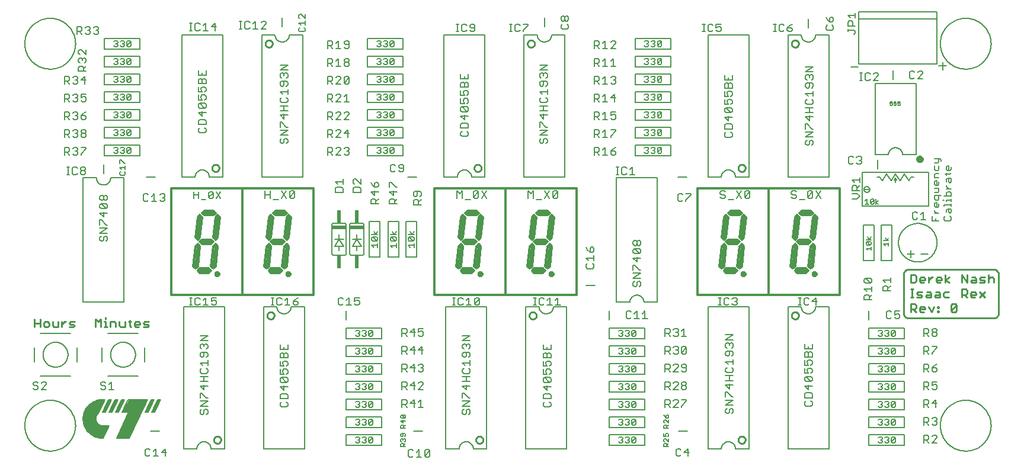
<source format=gbr>
G04 EAGLE Gerber RS-274X export*
G75*
%MOMM*%
%FSLAX34Y34*%
%LPD*%
%INSilkscreen Top*%
%IPPOS*%
%AMOC8*
5,1,8,0,0,1.08239X$1,22.5*%
G01*
%ADD10C,0.228600*%
%ADD11C,0.152000*%
%ADD12C,0.381000*%
%ADD13C,0.152400*%
%ADD14C,0.177800*%
%ADD15C,0.254000*%
%ADD16C,0.203200*%
%ADD17C,0.127000*%
%ADD18C,0.609600*%
%ADD19C,0.304800*%
%ADD20C,0.406400*%
%ADD21R,2.032000X0.508000*%
%ADD22R,0.508000X1.905000*%
%ADD23C,0.200000*%
%ADD24C,0.150000*%

G36*
X1294626Y426527D02*
X1294626Y426527D01*
X1294674Y426541D01*
X1294764Y426558D01*
X1295771Y426910D01*
X1295815Y426935D01*
X1295899Y426972D01*
X1296802Y427540D01*
X1296839Y427574D01*
X1296913Y427628D01*
X1297667Y428382D01*
X1297696Y428424D01*
X1297756Y428493D01*
X1298323Y429396D01*
X1298342Y429443D01*
X1298385Y429524D01*
X1298737Y430531D01*
X1298745Y430581D01*
X1298768Y430669D01*
X1298888Y431729D01*
X1298884Y431779D01*
X1298888Y431871D01*
X1298768Y432931D01*
X1298754Y432979D01*
X1298737Y433069D01*
X1298385Y434076D01*
X1298360Y434120D01*
X1298323Y434204D01*
X1297756Y435107D01*
X1297722Y435144D01*
X1297667Y435218D01*
X1296913Y435972D01*
X1296871Y436001D01*
X1296802Y436061D01*
X1295899Y436628D01*
X1295852Y436647D01*
X1295771Y436690D01*
X1294764Y437042D01*
X1294714Y437050D01*
X1294626Y437073D01*
X1293566Y437193D01*
X1293516Y437189D01*
X1293424Y437193D01*
X1292364Y437073D01*
X1292316Y437059D01*
X1292226Y437042D01*
X1291219Y436690D01*
X1291175Y436665D01*
X1291091Y436628D01*
X1290188Y436061D01*
X1290151Y436027D01*
X1290077Y435972D01*
X1289323Y435218D01*
X1289294Y435176D01*
X1289235Y435107D01*
X1288667Y434204D01*
X1288648Y434157D01*
X1288605Y434076D01*
X1288253Y433069D01*
X1288245Y433019D01*
X1288222Y432931D01*
X1288102Y431871D01*
X1288106Y431821D01*
X1288102Y431729D01*
X1288222Y430669D01*
X1288236Y430621D01*
X1288253Y430531D01*
X1288605Y429524D01*
X1288630Y429480D01*
X1288667Y429396D01*
X1289235Y428493D01*
X1289269Y428456D01*
X1289323Y428382D01*
X1290077Y427628D01*
X1290119Y427599D01*
X1290188Y427540D01*
X1291091Y426972D01*
X1291138Y426953D01*
X1291219Y426910D01*
X1292226Y426558D01*
X1292276Y426550D01*
X1292364Y426527D01*
X1293424Y426407D01*
X1293474Y426411D01*
X1293566Y426407D01*
X1294626Y426527D01*
G37*
D10*
X1280033Y266837D02*
X1280033Y255143D01*
X1285880Y255143D01*
X1287829Y257092D01*
X1287829Y264888D01*
X1285880Y266837D01*
X1280033Y266837D01*
X1294845Y255143D02*
X1298743Y255143D01*
X1294845Y255143D02*
X1292896Y257092D01*
X1292896Y260990D01*
X1294845Y262939D01*
X1298743Y262939D01*
X1300692Y260990D01*
X1300692Y259041D01*
X1292896Y259041D01*
X1305760Y255143D02*
X1305760Y262939D01*
X1305760Y259041D02*
X1309658Y262939D01*
X1311607Y262939D01*
X1318428Y255143D02*
X1322326Y255143D01*
X1318428Y255143D02*
X1316479Y257092D01*
X1316479Y260990D01*
X1318428Y262939D01*
X1322326Y262939D01*
X1324275Y260990D01*
X1324275Y259041D01*
X1316479Y259041D01*
X1329343Y255143D02*
X1329343Y266837D01*
X1329343Y259041D02*
X1335190Y255143D01*
X1329343Y259041D02*
X1335190Y262939D01*
X1352925Y266837D02*
X1352925Y255143D01*
X1360721Y255143D02*
X1352925Y266837D01*
X1360721Y266837D02*
X1360721Y255143D01*
X1367738Y262939D02*
X1371636Y262939D01*
X1373585Y260990D01*
X1373585Y255143D01*
X1367738Y255143D01*
X1365789Y257092D01*
X1367738Y259041D01*
X1373585Y259041D01*
X1378652Y255143D02*
X1384499Y255143D01*
X1386448Y257092D01*
X1384499Y259041D01*
X1380601Y259041D01*
X1378652Y260990D01*
X1380601Y262939D01*
X1386448Y262939D01*
X1391516Y266837D02*
X1391516Y255143D01*
X1391516Y260990D02*
X1393465Y262939D01*
X1397363Y262939D01*
X1399312Y260990D01*
X1399312Y255143D01*
X1283931Y234188D02*
X1280033Y234188D01*
X1281982Y234188D02*
X1281982Y245882D01*
X1280033Y245882D02*
X1283931Y245882D01*
X1288609Y234188D02*
X1294456Y234188D01*
X1296405Y236137D01*
X1294456Y238086D01*
X1290558Y238086D01*
X1288609Y240035D01*
X1290558Y241984D01*
X1296405Y241984D01*
X1303421Y241984D02*
X1307319Y241984D01*
X1309268Y240035D01*
X1309268Y234188D01*
X1303421Y234188D01*
X1301472Y236137D01*
X1303421Y238086D01*
X1309268Y238086D01*
X1316284Y241984D02*
X1320182Y241984D01*
X1322131Y240035D01*
X1322131Y234188D01*
X1316284Y234188D01*
X1314335Y236137D01*
X1316284Y238086D01*
X1322131Y238086D01*
X1329148Y241984D02*
X1334995Y241984D01*
X1329148Y241984D02*
X1327199Y240035D01*
X1327199Y236137D01*
X1329148Y234188D01*
X1334995Y234188D01*
X1352925Y234188D02*
X1352925Y245882D01*
X1358772Y245882D01*
X1360721Y243933D01*
X1360721Y240035D01*
X1358772Y238086D01*
X1352925Y238086D01*
X1356823Y238086D02*
X1360721Y234188D01*
X1367738Y234188D02*
X1371636Y234188D01*
X1367738Y234188D02*
X1365789Y236137D01*
X1365789Y240035D01*
X1367738Y241984D01*
X1371636Y241984D01*
X1373585Y240035D01*
X1373585Y238086D01*
X1365789Y238086D01*
X1378652Y241984D02*
X1386448Y234188D01*
X1378652Y234188D02*
X1386448Y241984D01*
X1280033Y224927D02*
X1280033Y213233D01*
X1280033Y224927D02*
X1285880Y224927D01*
X1287829Y222978D01*
X1287829Y219080D01*
X1285880Y217131D01*
X1280033Y217131D01*
X1283931Y217131D02*
X1287829Y213233D01*
X1294845Y213233D02*
X1298743Y213233D01*
X1294845Y213233D02*
X1292896Y215182D01*
X1292896Y219080D01*
X1294845Y221029D01*
X1298743Y221029D01*
X1300692Y219080D01*
X1300692Y217131D01*
X1292896Y217131D01*
X1305760Y221029D02*
X1309658Y213233D01*
X1313556Y221029D01*
X1318623Y221029D02*
X1320572Y221029D01*
X1320572Y219080D01*
X1318623Y219080D01*
X1318623Y221029D01*
X1318623Y215182D02*
X1320572Y215182D01*
X1320572Y213233D01*
X1318623Y213233D01*
X1318623Y215182D01*
X1337918Y215182D02*
X1337918Y222978D01*
X1339867Y224927D01*
X1343765Y224927D01*
X1345714Y222978D01*
X1345714Y215182D01*
X1343765Y213233D01*
X1339867Y213233D01*
X1337918Y215182D01*
X1345714Y222978D01*
D11*
X129073Y88049D02*
X128706Y88051D01*
X126914Y88051D01*
X125184Y88049D01*
X124850Y88049D01*
X124444Y88037D01*
X123227Y87956D01*
X121643Y87780D01*
X120098Y87523D01*
X118593Y87188D01*
X117130Y86778D01*
X115707Y86293D01*
X114328Y85737D01*
X112991Y85112D01*
X111698Y84420D01*
X110450Y83663D01*
X109247Y82842D01*
X108090Y81962D01*
X106980Y81023D01*
X105917Y80028D01*
X104903Y78979D01*
X104172Y78159D01*
X103937Y77879D01*
X103758Y77663D01*
X103239Y77001D01*
X102580Y76086D01*
X101961Y75136D01*
X101381Y74153D01*
X100843Y73139D01*
X100346Y72097D01*
X99892Y71028D01*
X99482Y69934D01*
X99116Y68819D01*
X98794Y67684D01*
X98519Y66531D01*
X98290Y65363D01*
X98109Y64182D01*
X97976Y62989D01*
X97891Y61788D01*
X97857Y60580D01*
X97873Y59367D01*
X97941Y58153D01*
X98062Y56938D01*
X98235Y55725D01*
X98462Y54517D01*
X98743Y53316D01*
X99080Y52123D01*
X99474Y50941D01*
X99924Y49772D01*
X100433Y48619D01*
X101000Y47483D01*
X101626Y46367D01*
X102313Y45273D01*
X103061Y44204D01*
X103871Y43160D01*
X104519Y42393D01*
X104743Y42145D01*
X104955Y41911D01*
X105610Y41224D01*
X106536Y40319D01*
X107522Y39437D01*
X108568Y38584D01*
X109677Y37766D01*
X110849Y36990D01*
X112085Y36261D01*
X113388Y35587D01*
X114757Y34973D01*
X116195Y34426D01*
X117703Y33952D01*
X119282Y33557D01*
X120932Y33247D01*
X122657Y33030D01*
X124456Y32910D01*
X125863Y32885D01*
X126331Y32894D01*
X134780Y50882D01*
X134673Y50882D01*
X134368Y50882D01*
X133893Y50882D01*
X133276Y50882D01*
X132541Y50883D01*
X131716Y50883D01*
X130829Y50883D01*
X129904Y50883D01*
X127180Y50883D01*
X126377Y50883D01*
X125671Y50883D01*
X125090Y50882D01*
X124659Y50881D01*
X124469Y50881D01*
X124405Y50880D01*
X124172Y50896D01*
X123478Y51002D01*
X122559Y51233D01*
X121657Y51568D01*
X120782Y52003D01*
X119945Y52532D01*
X119157Y53150D01*
X118425Y53853D01*
X117762Y54635D01*
X117177Y55490D01*
X116680Y56414D01*
X116280Y57402D01*
X115989Y58449D01*
X115817Y59550D01*
X115772Y60698D01*
X115866Y61890D01*
X116030Y62817D01*
X116108Y63120D01*
X116175Y63327D01*
X116398Y63938D01*
X116719Y64686D01*
X117082Y65375D01*
X117499Y66018D01*
X117979Y66628D01*
X118534Y67219D01*
X119175Y67801D01*
X119725Y68247D01*
X119914Y68388D01*
X129073Y88049D01*
X134147Y88051D02*
X138370Y88049D01*
X134147Y88051D02*
X125738Y70047D01*
X129998Y70047D01*
X138370Y88049D01*
X143407Y88051D02*
X147630Y88049D01*
X143407Y88051D02*
X134999Y70047D01*
X139259Y70047D01*
X147630Y88049D01*
X162047Y88051D02*
X189633Y88049D01*
X181262Y70047D02*
X163798Y32857D01*
X145622Y32857D01*
X162978Y70047D01*
X153639Y70047D01*
X162047Y88051D01*
X185410Y88051D02*
X189633Y88049D01*
X181262Y70047D01*
X194671Y88051D02*
X198894Y88049D01*
X194671Y88051D02*
X186262Y70047D01*
X190522Y70047D01*
X198894Y88049D01*
X203913Y88051D02*
X208135Y88049D01*
X203913Y88051D02*
X195504Y70047D01*
X199764Y70047D01*
X208135Y88049D01*
X156872Y88049D02*
X152649Y88051D01*
X144241Y70047D01*
X148501Y70047D01*
X156872Y88049D01*
D12*
X125095Y34925D02*
X118745Y35878D01*
X111125Y39370D01*
X106998Y43180D01*
X103505Y47943D01*
X100965Y53340D01*
X100013Y58738D01*
X100013Y62865D01*
X100648Y67310D01*
X102553Y72073D01*
X105728Y77153D01*
X110490Y81280D01*
X114935Y83503D01*
X119698Y85090D01*
X123508Y86043D01*
X126365Y86360D01*
X118110Y69850D01*
X115570Y66993D01*
X113983Y63818D01*
X113665Y60008D01*
X113983Y56198D01*
X114935Y54293D01*
X117475Y51753D01*
X120015Y50165D01*
X126048Y48578D01*
X129858Y48578D01*
X132080Y49213D01*
X126048Y37465D01*
X118745Y39370D01*
X112078Y43815D01*
X113665Y41593D01*
X106045Y49848D01*
X103823Y56198D01*
X103505Y66358D01*
X106680Y73660D01*
X113665Y79375D01*
X121603Y82868D01*
X113348Y69215D01*
X110808Y61278D01*
X112078Y52388D01*
X114935Y50165D01*
X120015Y47308D01*
X126048Y46355D01*
X127953Y45403D01*
X125095Y40958D01*
X118745Y42863D01*
X109538Y50483D01*
X107315Y56833D01*
X106363Y65405D01*
X109538Y72073D01*
X116523Y77788D01*
X108585Y63500D01*
X109855Y56833D01*
X118428Y45085D01*
X124460Y43815D01*
X127953Y71438D02*
X135573Y86360D01*
X145098Y86360D02*
X137160Y71755D01*
X146368Y71755D02*
X154305Y86360D01*
X188595Y71755D02*
X196215Y86360D01*
X205423Y86360D02*
X197803Y71438D01*
X163513Y85725D02*
X155893Y71755D01*
X163513Y85725D02*
X186690Y86360D01*
X162560Y35243D01*
X148273Y34925D01*
X165100Y70485D01*
X165418Y71120D01*
X158750Y71755D01*
X166053Y83185D01*
X181928Y83820D01*
X160973Y38735D01*
X152718Y38100D01*
X168593Y72708D01*
X163513Y73660D01*
X168275Y80645D01*
X178118Y81280D01*
X159385Y41593D01*
X157163Y41275D01*
X173990Y78105D01*
X169228Y78105D01*
X167958Y75565D01*
X170180Y75565D01*
D13*
X1320292Y565157D02*
X1331139Y565157D01*
X1325715Y570580D02*
X1325715Y559734D01*
X1205409Y563887D02*
X1194562Y563887D01*
D14*
X1310886Y343789D02*
X1320546Y343789D01*
X1310886Y343789D02*
X1310886Y350229D01*
X1315716Y347009D02*
X1315716Y343789D01*
X1314106Y354314D02*
X1320546Y354314D01*
X1317326Y354314D02*
X1314106Y357534D01*
X1314106Y359144D01*
X1320546Y364694D02*
X1320546Y367914D01*
X1320546Y364694D02*
X1318936Y363084D01*
X1315716Y363084D01*
X1314106Y364694D01*
X1314106Y367914D01*
X1315716Y369524D01*
X1317326Y369524D01*
X1317326Y363084D01*
X1314106Y380049D02*
X1323766Y380049D01*
X1314106Y380049D02*
X1314106Y375219D01*
X1315716Y373609D01*
X1318936Y373609D01*
X1320546Y375219D01*
X1320546Y380049D01*
X1318936Y384133D02*
X1314106Y384133D01*
X1318936Y384133D02*
X1320546Y385743D01*
X1320546Y390573D01*
X1314106Y390573D01*
X1320546Y396268D02*
X1320546Y399488D01*
X1320546Y396268D02*
X1318936Y394658D01*
X1315716Y394658D01*
X1314106Y396268D01*
X1314106Y399488D01*
X1315716Y401098D01*
X1317326Y401098D01*
X1317326Y394658D01*
X1320546Y405182D02*
X1314106Y405182D01*
X1314106Y410013D01*
X1315716Y411623D01*
X1320546Y411623D01*
X1314106Y417317D02*
X1314106Y422147D01*
X1314106Y417317D02*
X1315716Y415707D01*
X1318936Y415707D01*
X1320546Y417317D01*
X1320546Y422147D01*
X1318936Y426232D02*
X1314106Y426232D01*
X1318936Y426232D02*
X1320546Y427842D01*
X1320546Y432672D01*
X1322156Y432672D02*
X1314106Y432672D01*
X1322156Y432672D02*
X1323766Y431062D01*
X1323766Y429452D01*
X1329641Y350229D02*
X1328031Y348619D01*
X1328031Y345399D01*
X1329641Y343789D01*
X1336081Y343789D01*
X1337691Y345399D01*
X1337691Y348619D01*
X1336081Y350229D01*
X1331251Y355924D02*
X1331251Y359144D01*
X1332861Y360754D01*
X1337691Y360754D01*
X1337691Y355924D01*
X1336081Y354314D01*
X1334471Y355924D01*
X1334471Y360754D01*
X1328031Y364838D02*
X1328031Y366448D01*
X1337691Y366448D01*
X1337691Y364838D02*
X1337691Y368058D01*
X1331251Y371855D02*
X1331251Y373465D01*
X1337691Y373465D01*
X1337691Y371855D02*
X1337691Y375075D01*
X1328031Y373465D02*
X1326421Y373465D01*
X1328031Y378871D02*
X1337691Y378871D01*
X1337691Y383701D01*
X1336081Y385311D01*
X1332861Y385311D01*
X1331251Y383701D01*
X1331251Y378871D01*
X1331251Y389396D02*
X1337691Y389396D01*
X1334471Y389396D02*
X1331251Y392616D01*
X1331251Y394226D01*
X1331251Y399776D02*
X1331251Y402996D01*
X1332861Y404606D01*
X1337691Y404606D01*
X1337691Y399776D01*
X1336081Y398166D01*
X1334471Y399776D01*
X1334471Y404606D01*
X1336081Y410301D02*
X1329641Y410301D01*
X1336081Y410301D02*
X1337691Y411911D01*
X1331251Y411911D02*
X1331251Y408691D01*
X1337691Y417317D02*
X1337691Y420537D01*
X1337691Y417317D02*
X1336081Y415707D01*
X1332861Y415707D01*
X1331251Y417317D01*
X1331251Y420537D01*
X1332861Y422147D01*
X1334471Y422147D01*
X1334471Y415707D01*
D10*
X28476Y203337D02*
X28476Y191643D01*
X28476Y197490D02*
X36272Y197490D01*
X36272Y203337D02*
X36272Y191643D01*
X43289Y191643D02*
X47187Y191643D01*
X49136Y193592D01*
X49136Y197490D01*
X47187Y199439D01*
X43289Y199439D01*
X41340Y197490D01*
X41340Y193592D01*
X43289Y191643D01*
X54203Y193592D02*
X54203Y199439D01*
X54203Y193592D02*
X56152Y191643D01*
X61999Y191643D01*
X61999Y199439D01*
X67067Y199439D02*
X67067Y191643D01*
X67067Y195541D02*
X70965Y199439D01*
X72914Y199439D01*
X77786Y191643D02*
X83633Y191643D01*
X85582Y193592D01*
X83633Y195541D01*
X79735Y195541D01*
X77786Y197490D01*
X79735Y199439D01*
X85582Y199439D01*
X115349Y203337D02*
X115349Y191643D01*
X119247Y199439D02*
X115349Y203337D01*
X119247Y199439D02*
X123145Y203337D01*
X123145Y191643D01*
X128212Y199439D02*
X130161Y199439D01*
X130161Y191643D01*
X128212Y191643D02*
X132110Y191643D01*
X130161Y203337D02*
X130161Y205286D01*
X136788Y199439D02*
X136788Y191643D01*
X136788Y199439D02*
X142635Y199439D01*
X144584Y197490D01*
X144584Y191643D01*
X149651Y193592D02*
X149651Y199439D01*
X149651Y193592D02*
X151600Y191643D01*
X157447Y191643D01*
X157447Y199439D01*
X164464Y201388D02*
X164464Y193592D01*
X166413Y191643D01*
X166413Y199439D02*
X162515Y199439D01*
X173039Y191643D02*
X176937Y191643D01*
X173039Y191643D02*
X171090Y193592D01*
X171090Y197490D01*
X173039Y199439D01*
X176937Y199439D01*
X178886Y197490D01*
X178886Y195541D01*
X171090Y195541D01*
X183954Y191643D02*
X189801Y191643D01*
X191750Y193592D01*
X189801Y195541D01*
X185903Y195541D01*
X183954Y197490D01*
X185903Y199439D01*
X191750Y199439D01*
D15*
X1270000Y212090D02*
X1270000Y266700D01*
X1270000Y212090D02*
X1270002Y211906D01*
X1270009Y211722D01*
X1270020Y211538D01*
X1270036Y211355D01*
X1270056Y211172D01*
X1270080Y210989D01*
X1270109Y210807D01*
X1270142Y210626D01*
X1270180Y210446D01*
X1270221Y210266D01*
X1270268Y210088D01*
X1270318Y209911D01*
X1270373Y209735D01*
X1270432Y209561D01*
X1270495Y209388D01*
X1270563Y209217D01*
X1270634Y209047D01*
X1270710Y208879D01*
X1270789Y208713D01*
X1270873Y208549D01*
X1270960Y208387D01*
X1271052Y208227D01*
X1271147Y208069D01*
X1271246Y207914D01*
X1271349Y207761D01*
X1271455Y207611D01*
X1271565Y207463D01*
X1271679Y207318D01*
X1271796Y207176D01*
X1271916Y207037D01*
X1272040Y206901D01*
X1272167Y206767D01*
X1272297Y206637D01*
X1272431Y206510D01*
X1272567Y206386D01*
X1272706Y206266D01*
X1272848Y206149D01*
X1272993Y206035D01*
X1273141Y205925D01*
X1273291Y205819D01*
X1273444Y205716D01*
X1273599Y205617D01*
X1273757Y205522D01*
X1273917Y205430D01*
X1274079Y205343D01*
X1274243Y205259D01*
X1274409Y205180D01*
X1274577Y205104D01*
X1274747Y205033D01*
X1274918Y204965D01*
X1275091Y204902D01*
X1275265Y204843D01*
X1275441Y204788D01*
X1275618Y204738D01*
X1275796Y204691D01*
X1275976Y204650D01*
X1276156Y204612D01*
X1276337Y204579D01*
X1276519Y204550D01*
X1276702Y204526D01*
X1276885Y204506D01*
X1277068Y204490D01*
X1277252Y204479D01*
X1277436Y204472D01*
X1277620Y204470D01*
X1405890Y212090D02*
X1405890Y266700D01*
X1405890Y212090D02*
X1405888Y211906D01*
X1405881Y211722D01*
X1405870Y211538D01*
X1405854Y211355D01*
X1405834Y211172D01*
X1405810Y210989D01*
X1405781Y210807D01*
X1405748Y210626D01*
X1405710Y210446D01*
X1405669Y210266D01*
X1405622Y210088D01*
X1405572Y209911D01*
X1405517Y209735D01*
X1405458Y209561D01*
X1405395Y209388D01*
X1405327Y209217D01*
X1405256Y209047D01*
X1405180Y208879D01*
X1405101Y208713D01*
X1405017Y208549D01*
X1404930Y208387D01*
X1404838Y208227D01*
X1404743Y208069D01*
X1404644Y207914D01*
X1404541Y207761D01*
X1404435Y207611D01*
X1404325Y207463D01*
X1404211Y207318D01*
X1404094Y207176D01*
X1403974Y207037D01*
X1403850Y206901D01*
X1403723Y206767D01*
X1403593Y206637D01*
X1403459Y206510D01*
X1403323Y206386D01*
X1403184Y206266D01*
X1403042Y206149D01*
X1402897Y206035D01*
X1402749Y205925D01*
X1402599Y205819D01*
X1402446Y205716D01*
X1402291Y205617D01*
X1402133Y205522D01*
X1401973Y205430D01*
X1401811Y205343D01*
X1401647Y205259D01*
X1401481Y205180D01*
X1401313Y205104D01*
X1401143Y205033D01*
X1400972Y204965D01*
X1400799Y204902D01*
X1400625Y204843D01*
X1400449Y204788D01*
X1400272Y204738D01*
X1400094Y204691D01*
X1399914Y204650D01*
X1399734Y204612D01*
X1399553Y204579D01*
X1399371Y204550D01*
X1399188Y204526D01*
X1399005Y204506D01*
X1398822Y204490D01*
X1398638Y204479D01*
X1398454Y204472D01*
X1398270Y204470D01*
X1277620Y204470D01*
X1270000Y266700D02*
X1270002Y266884D01*
X1270009Y267068D01*
X1270020Y267252D01*
X1270036Y267435D01*
X1270056Y267618D01*
X1270080Y267801D01*
X1270109Y267983D01*
X1270142Y268164D01*
X1270180Y268344D01*
X1270221Y268524D01*
X1270268Y268702D01*
X1270318Y268879D01*
X1270373Y269055D01*
X1270432Y269229D01*
X1270495Y269402D01*
X1270563Y269573D01*
X1270634Y269743D01*
X1270710Y269911D01*
X1270789Y270077D01*
X1270873Y270241D01*
X1270960Y270403D01*
X1271052Y270563D01*
X1271147Y270721D01*
X1271246Y270876D01*
X1271349Y271029D01*
X1271455Y271179D01*
X1271565Y271327D01*
X1271679Y271472D01*
X1271796Y271614D01*
X1271916Y271753D01*
X1272040Y271889D01*
X1272167Y272023D01*
X1272297Y272153D01*
X1272431Y272280D01*
X1272567Y272404D01*
X1272706Y272524D01*
X1272848Y272641D01*
X1272993Y272755D01*
X1273141Y272865D01*
X1273291Y272971D01*
X1273444Y273074D01*
X1273599Y273173D01*
X1273757Y273268D01*
X1273917Y273360D01*
X1274079Y273447D01*
X1274243Y273531D01*
X1274409Y273610D01*
X1274577Y273686D01*
X1274747Y273757D01*
X1274918Y273825D01*
X1275091Y273888D01*
X1275265Y273947D01*
X1275441Y274002D01*
X1275618Y274052D01*
X1275796Y274099D01*
X1275976Y274140D01*
X1276156Y274178D01*
X1276337Y274211D01*
X1276519Y274240D01*
X1276702Y274264D01*
X1276885Y274284D01*
X1277068Y274300D01*
X1277252Y274311D01*
X1277436Y274318D01*
X1277620Y274320D01*
X1398270Y274320D01*
X1398454Y274318D01*
X1398638Y274311D01*
X1398822Y274300D01*
X1399005Y274284D01*
X1399188Y274264D01*
X1399371Y274240D01*
X1399553Y274211D01*
X1399734Y274178D01*
X1399914Y274140D01*
X1400094Y274099D01*
X1400272Y274052D01*
X1400449Y274002D01*
X1400625Y273947D01*
X1400799Y273888D01*
X1400972Y273825D01*
X1401143Y273757D01*
X1401313Y273686D01*
X1401481Y273610D01*
X1401647Y273531D01*
X1401811Y273447D01*
X1401973Y273360D01*
X1402133Y273268D01*
X1402291Y273173D01*
X1402446Y273074D01*
X1402599Y272971D01*
X1402749Y272865D01*
X1402897Y272755D01*
X1403042Y272641D01*
X1403184Y272524D01*
X1403323Y272404D01*
X1403459Y272280D01*
X1403593Y272153D01*
X1403723Y272023D01*
X1403850Y271889D01*
X1403974Y271753D01*
X1404094Y271614D01*
X1404211Y271472D01*
X1404325Y271327D01*
X1404435Y271179D01*
X1404541Y271029D01*
X1404644Y270876D01*
X1404743Y270721D01*
X1404838Y270563D01*
X1404930Y270403D01*
X1405017Y270241D01*
X1405101Y270077D01*
X1405180Y269911D01*
X1405256Y269743D01*
X1405327Y269573D01*
X1405395Y269402D01*
X1405458Y269229D01*
X1405517Y269055D01*
X1405572Y268879D01*
X1405622Y268702D01*
X1405669Y268524D01*
X1405710Y268344D01*
X1405748Y268164D01*
X1405781Y267983D01*
X1405810Y267801D01*
X1405834Y267618D01*
X1405854Y267435D01*
X1405870Y267252D01*
X1405881Y267068D01*
X1405888Y266884D01*
X1405890Y266700D01*
D16*
X1254760Y546100D02*
X1254760Y558800D01*
X1283975Y557793D02*
X1285754Y556014D01*
X1283975Y557793D02*
X1280416Y557793D01*
X1278636Y556014D01*
X1278636Y548896D01*
X1280416Y547116D01*
X1283975Y547116D01*
X1285754Y548896D01*
X1290330Y547116D02*
X1297448Y547116D01*
X1290330Y547116D02*
X1297448Y554234D01*
X1297448Y556014D01*
X1295669Y557793D01*
X1292109Y557793D01*
X1290330Y556014D01*
D13*
X859790Y405130D02*
X859790Y227330D01*
X918210Y227330D02*
X918210Y405130D01*
X859790Y405130D01*
X859790Y227330D02*
X878840Y227330D01*
X899160Y227330D02*
X918210Y227330D01*
X899160Y227330D02*
X899157Y227577D01*
X899148Y227825D01*
X899133Y228072D01*
X899112Y228318D01*
X899085Y228564D01*
X899052Y228809D01*
X899013Y229054D01*
X898968Y229297D01*
X898917Y229539D01*
X898860Y229780D01*
X898798Y230019D01*
X898729Y230257D01*
X898655Y230493D01*
X898575Y230727D01*
X898490Y230959D01*
X898398Y231189D01*
X898302Y231417D01*
X898199Y231642D01*
X898092Y231865D01*
X897978Y232085D01*
X897860Y232302D01*
X897736Y232517D01*
X897607Y232728D01*
X897473Y232936D01*
X897334Y233141D01*
X897190Y233342D01*
X897042Y233540D01*
X896888Y233734D01*
X896730Y233924D01*
X896567Y234110D01*
X896400Y234292D01*
X896228Y234470D01*
X896052Y234644D01*
X895872Y234814D01*
X895687Y234979D01*
X895499Y235139D01*
X895307Y235295D01*
X895111Y235447D01*
X894912Y235593D01*
X894709Y235735D01*
X894502Y235871D01*
X894293Y236003D01*
X894080Y236129D01*
X893864Y236250D01*
X893646Y236366D01*
X893424Y236476D01*
X893200Y236581D01*
X892974Y236681D01*
X892745Y236775D01*
X892514Y236863D01*
X892280Y236946D01*
X892045Y237023D01*
X891808Y237094D01*
X891570Y237160D01*
X891330Y237219D01*
X891088Y237273D01*
X890845Y237321D01*
X890602Y237363D01*
X890357Y237399D01*
X890111Y237429D01*
X889865Y237453D01*
X889618Y237471D01*
X889371Y237483D01*
X889124Y237489D01*
X888876Y237489D01*
X888629Y237483D01*
X888382Y237471D01*
X888135Y237453D01*
X887889Y237429D01*
X887643Y237399D01*
X887398Y237363D01*
X887155Y237321D01*
X886912Y237273D01*
X886670Y237219D01*
X886430Y237160D01*
X886192Y237094D01*
X885955Y237023D01*
X885720Y236946D01*
X885486Y236863D01*
X885255Y236775D01*
X885026Y236681D01*
X884800Y236581D01*
X884576Y236476D01*
X884354Y236366D01*
X884136Y236250D01*
X883920Y236129D01*
X883707Y236003D01*
X883498Y235871D01*
X883291Y235735D01*
X883088Y235593D01*
X882889Y235447D01*
X882693Y235295D01*
X882501Y235139D01*
X882313Y234979D01*
X882128Y234814D01*
X881948Y234644D01*
X881772Y234470D01*
X881600Y234292D01*
X881433Y234110D01*
X881270Y233924D01*
X881112Y233734D01*
X880958Y233540D01*
X880810Y233342D01*
X880666Y233141D01*
X880527Y232936D01*
X880393Y232728D01*
X880264Y232517D01*
X880140Y232302D01*
X880022Y232085D01*
X879908Y231865D01*
X879801Y231642D01*
X879698Y231417D01*
X879602Y231189D01*
X879510Y230959D01*
X879425Y230727D01*
X879345Y230493D01*
X879271Y230257D01*
X879202Y230019D01*
X879140Y229780D01*
X879083Y229539D01*
X879032Y229297D01*
X878987Y229054D01*
X878948Y228809D01*
X878915Y228564D01*
X878888Y228318D01*
X878867Y228072D01*
X878852Y227825D01*
X878843Y227577D01*
X878840Y227330D01*
D16*
X863095Y409956D02*
X859536Y409956D01*
X861316Y409956D02*
X861316Y420633D01*
X863095Y420633D02*
X859536Y420633D01*
X872671Y420633D02*
X874450Y418854D01*
X872671Y420633D02*
X869111Y420633D01*
X867332Y418854D01*
X867332Y411736D01*
X869111Y409956D01*
X872671Y409956D01*
X874450Y411736D01*
X879026Y417074D02*
X882585Y420633D01*
X882585Y409956D01*
X879026Y409956D02*
X886144Y409956D01*
X885436Y257054D02*
X883657Y255275D01*
X883657Y251716D01*
X885436Y249936D01*
X887216Y249936D01*
X888995Y251716D01*
X888995Y255275D01*
X890775Y257054D01*
X892555Y257054D01*
X894334Y255275D01*
X894334Y251716D01*
X892555Y249936D01*
X894334Y261630D02*
X883657Y261630D01*
X894334Y268748D01*
X883657Y268748D01*
X883657Y273324D02*
X883657Y280442D01*
X885436Y280442D01*
X892555Y273324D01*
X894334Y273324D01*
X894334Y290356D02*
X883657Y290356D01*
X888995Y285018D01*
X888995Y292136D01*
X892555Y296712D02*
X885436Y296712D01*
X883657Y298491D01*
X883657Y302050D01*
X885436Y303830D01*
X892555Y303830D01*
X894334Y302050D01*
X894334Y298491D01*
X892555Y296712D01*
X885436Y303830D01*
X885436Y308406D02*
X883657Y310185D01*
X883657Y313744D01*
X885436Y315524D01*
X887216Y315524D01*
X888995Y313744D01*
X890775Y315524D01*
X892555Y315524D01*
X894334Y313744D01*
X894334Y310185D01*
X892555Y308406D01*
X890775Y308406D01*
X888995Y310185D01*
X887216Y308406D01*
X885436Y308406D01*
X888995Y310185D02*
X888995Y313744D01*
X1229360Y539750D02*
X1287780Y539750D01*
X1248410Y438150D02*
X1229360Y438150D01*
X1268730Y438150D02*
X1287780Y438150D01*
X1268730Y438150D02*
X1268727Y438397D01*
X1268718Y438645D01*
X1268703Y438892D01*
X1268682Y439138D01*
X1268655Y439384D01*
X1268622Y439629D01*
X1268583Y439874D01*
X1268538Y440117D01*
X1268487Y440359D01*
X1268430Y440600D01*
X1268368Y440839D01*
X1268299Y441077D01*
X1268225Y441313D01*
X1268145Y441547D01*
X1268060Y441779D01*
X1267968Y442009D01*
X1267872Y442237D01*
X1267769Y442462D01*
X1267662Y442685D01*
X1267548Y442905D01*
X1267430Y443122D01*
X1267306Y443337D01*
X1267177Y443548D01*
X1267043Y443756D01*
X1266904Y443961D01*
X1266760Y444162D01*
X1266612Y444360D01*
X1266458Y444554D01*
X1266300Y444744D01*
X1266137Y444930D01*
X1265970Y445112D01*
X1265798Y445290D01*
X1265622Y445464D01*
X1265442Y445634D01*
X1265257Y445799D01*
X1265069Y445959D01*
X1264877Y446115D01*
X1264681Y446267D01*
X1264482Y446413D01*
X1264279Y446555D01*
X1264072Y446691D01*
X1263863Y446823D01*
X1263650Y446949D01*
X1263434Y447070D01*
X1263216Y447186D01*
X1262994Y447296D01*
X1262770Y447401D01*
X1262544Y447501D01*
X1262315Y447595D01*
X1262084Y447683D01*
X1261850Y447766D01*
X1261615Y447843D01*
X1261378Y447914D01*
X1261140Y447980D01*
X1260900Y448039D01*
X1260658Y448093D01*
X1260415Y448141D01*
X1260172Y448183D01*
X1259927Y448219D01*
X1259681Y448249D01*
X1259435Y448273D01*
X1259188Y448291D01*
X1258941Y448303D01*
X1258694Y448309D01*
X1258446Y448309D01*
X1258199Y448303D01*
X1257952Y448291D01*
X1257705Y448273D01*
X1257459Y448249D01*
X1257213Y448219D01*
X1256968Y448183D01*
X1256725Y448141D01*
X1256482Y448093D01*
X1256240Y448039D01*
X1256000Y447980D01*
X1255762Y447914D01*
X1255525Y447843D01*
X1255290Y447766D01*
X1255056Y447683D01*
X1254825Y447595D01*
X1254596Y447501D01*
X1254370Y447401D01*
X1254146Y447296D01*
X1253924Y447186D01*
X1253706Y447070D01*
X1253490Y446949D01*
X1253277Y446823D01*
X1253068Y446691D01*
X1252861Y446555D01*
X1252658Y446413D01*
X1252459Y446267D01*
X1252263Y446115D01*
X1252071Y445959D01*
X1251883Y445799D01*
X1251698Y445634D01*
X1251518Y445464D01*
X1251342Y445290D01*
X1251170Y445112D01*
X1251003Y444930D01*
X1250840Y444744D01*
X1250682Y444554D01*
X1250528Y444360D01*
X1250380Y444162D01*
X1250236Y443961D01*
X1250097Y443756D01*
X1249963Y443548D01*
X1249834Y443337D01*
X1249710Y443122D01*
X1249592Y442905D01*
X1249478Y442685D01*
X1249371Y442462D01*
X1249268Y442237D01*
X1249172Y442009D01*
X1249080Y441779D01*
X1248995Y441547D01*
X1248915Y441313D01*
X1248841Y441077D01*
X1248772Y440839D01*
X1248710Y440600D01*
X1248653Y440359D01*
X1248602Y440117D01*
X1248557Y439874D01*
X1248518Y439629D01*
X1248485Y439384D01*
X1248458Y439138D01*
X1248437Y438892D01*
X1248422Y438645D01*
X1248413Y438397D01*
X1248410Y438150D01*
X1229360Y438150D02*
X1229360Y539750D01*
X1287780Y539750D02*
X1287780Y438150D01*
X1211075Y544576D02*
X1207516Y544576D01*
X1209296Y544576D02*
X1209296Y555253D01*
X1211075Y555253D02*
X1207516Y555253D01*
X1220651Y555253D02*
X1222430Y553474D01*
X1220651Y555253D02*
X1217091Y555253D01*
X1215312Y553474D01*
X1215312Y546356D01*
X1217091Y544576D01*
X1220651Y544576D01*
X1222430Y546356D01*
X1227006Y544576D02*
X1234124Y544576D01*
X1227006Y544576D02*
X1234124Y551694D01*
X1234124Y553474D01*
X1232345Y555253D01*
X1228785Y555253D01*
X1227006Y553474D01*
D17*
X1250785Y513719D02*
X1254005Y513719D01*
X1250785Y513719D02*
X1250785Y511304D01*
X1252395Y512109D01*
X1253200Y512109D01*
X1254005Y511304D01*
X1254005Y509694D01*
X1253200Y508889D01*
X1251590Y508889D01*
X1250785Y509694D01*
X1256398Y513719D02*
X1259618Y513719D01*
X1256398Y513719D02*
X1256398Y511304D01*
X1258008Y512109D01*
X1258813Y512109D01*
X1259618Y511304D01*
X1259618Y509694D01*
X1258813Y508889D01*
X1257203Y508889D01*
X1256398Y509694D01*
X1262012Y513719D02*
X1265232Y513719D01*
X1262012Y513719D02*
X1262012Y511304D01*
X1263622Y512109D01*
X1264427Y512109D01*
X1265232Y511304D01*
X1265232Y509694D01*
X1264427Y508889D01*
X1262817Y508889D01*
X1262012Y509694D01*
D16*
X1317510Y567600D02*
X1205510Y567600D01*
X1205510Y632600D01*
X1205510Y642600D01*
X1317510Y642600D01*
X1317510Y632600D01*
X1317510Y567600D01*
X1317510Y632600D02*
X1205510Y632600D01*
X1200912Y612366D02*
X1199133Y610586D01*
X1200912Y612366D02*
X1200912Y614145D01*
X1199133Y615925D01*
X1190235Y615925D01*
X1190235Y617704D02*
X1190235Y614145D01*
X1190235Y622280D02*
X1200912Y622280D01*
X1190235Y622280D02*
X1190235Y627619D01*
X1192014Y629398D01*
X1195573Y629398D01*
X1197353Y627619D01*
X1197353Y622280D01*
X1193794Y633974D02*
X1190235Y637533D01*
X1200912Y637533D01*
X1200912Y633974D02*
X1200912Y641092D01*
D18*
X1141345Y267950D02*
X1141347Y268021D01*
X1141353Y268092D01*
X1141363Y268163D01*
X1141377Y268233D01*
X1141395Y268302D01*
X1141416Y268369D01*
X1141442Y268436D01*
X1141471Y268501D01*
X1141503Y268564D01*
X1141540Y268626D01*
X1141579Y268685D01*
X1141622Y268742D01*
X1141668Y268796D01*
X1141717Y268848D01*
X1141769Y268897D01*
X1141823Y268943D01*
X1141880Y268986D01*
X1141939Y269025D01*
X1142001Y269062D01*
X1142064Y269094D01*
X1142129Y269123D01*
X1142196Y269149D01*
X1142263Y269170D01*
X1142332Y269188D01*
X1142402Y269202D01*
X1142473Y269212D01*
X1142544Y269218D01*
X1142615Y269220D01*
X1142686Y269218D01*
X1142757Y269212D01*
X1142828Y269202D01*
X1142898Y269188D01*
X1142967Y269170D01*
X1143034Y269149D01*
X1143101Y269123D01*
X1143166Y269094D01*
X1143229Y269062D01*
X1143291Y269025D01*
X1143350Y268986D01*
X1143407Y268943D01*
X1143461Y268897D01*
X1143513Y268848D01*
X1143562Y268796D01*
X1143608Y268742D01*
X1143651Y268685D01*
X1143690Y268626D01*
X1143727Y268564D01*
X1143759Y268501D01*
X1143788Y268436D01*
X1143814Y268369D01*
X1143835Y268302D01*
X1143853Y268233D01*
X1143867Y268163D01*
X1143877Y268092D01*
X1143883Y268021D01*
X1143885Y267950D01*
X1143883Y267879D01*
X1143877Y267808D01*
X1143867Y267737D01*
X1143853Y267667D01*
X1143835Y267598D01*
X1143814Y267531D01*
X1143788Y267464D01*
X1143759Y267399D01*
X1143727Y267336D01*
X1143690Y267274D01*
X1143651Y267215D01*
X1143608Y267158D01*
X1143562Y267104D01*
X1143513Y267052D01*
X1143461Y267003D01*
X1143407Y266957D01*
X1143350Y266914D01*
X1143291Y266875D01*
X1143229Y266838D01*
X1143166Y266806D01*
X1143101Y266777D01*
X1143034Y266751D01*
X1142967Y266730D01*
X1142898Y266712D01*
X1142828Y266698D01*
X1142757Y266688D01*
X1142686Y266682D01*
X1142615Y266680D01*
X1142544Y266682D01*
X1142473Y266688D01*
X1142402Y266698D01*
X1142332Y266712D01*
X1142263Y266730D01*
X1142196Y266751D01*
X1142129Y266777D01*
X1142064Y266806D01*
X1142001Y266838D01*
X1141939Y266875D01*
X1141880Y266914D01*
X1141823Y266957D01*
X1141769Y267003D01*
X1141717Y267052D01*
X1141668Y267104D01*
X1141622Y267158D01*
X1141579Y267215D01*
X1141540Y267274D01*
X1141503Y267336D01*
X1141471Y267399D01*
X1141442Y267464D01*
X1141416Y267531D01*
X1141395Y267598D01*
X1141377Y267667D01*
X1141363Y267737D01*
X1141353Y267808D01*
X1141347Y267879D01*
X1141345Y267950D01*
D19*
X1076960Y237490D02*
X1076960Y389890D01*
X1178560Y389890D01*
X1178560Y237490D01*
X1076960Y237490D01*
X1118235Y313690D02*
X1121410Y316865D01*
X1134110Y316865D01*
X1137285Y313690D01*
X1134110Y310515D01*
X1121410Y310515D01*
X1118235Y313690D01*
X1115060Y316865D02*
X1118235Y320040D01*
X1121410Y348615D01*
X1111885Y320040D02*
X1115060Y316865D01*
X1121410Y354965D02*
X1124585Y358140D01*
X1137285Y358140D01*
X1140460Y354965D01*
X1137285Y351790D01*
X1124585Y351790D01*
X1121410Y354965D01*
X1118235Y351790D02*
X1121410Y348615D01*
X1118235Y351790D02*
X1115060Y348615D01*
X1111885Y320040D01*
X1140460Y316865D02*
X1143635Y320040D01*
X1146810Y348615D01*
X1137285Y320040D02*
X1140460Y316865D01*
X1146810Y348615D02*
X1143635Y351790D01*
X1140460Y348615D01*
X1137285Y320040D01*
X1140460Y310515D02*
X1137285Y307340D01*
X1134110Y278765D01*
X1143635Y307340D02*
X1140460Y310515D01*
X1134110Y272415D02*
X1130935Y269240D01*
X1118235Y269240D01*
X1115060Y272415D01*
X1118235Y275590D01*
X1130935Y275590D01*
X1134110Y272415D01*
X1137285Y275590D02*
X1134110Y278765D01*
X1137285Y275590D02*
X1140460Y278765D01*
X1143635Y307340D01*
X1115060Y310515D02*
X1111885Y307340D01*
X1108710Y278765D01*
X1118235Y307340D02*
X1115060Y310515D01*
X1108710Y278765D02*
X1111885Y275590D01*
X1115060Y278765D01*
X1118235Y307340D01*
D20*
X1121410Y313690D02*
X1134110Y313690D01*
X1140460Y307340D02*
X1137285Y278765D01*
X1130935Y272415D02*
X1118235Y272415D01*
X1111885Y278765D02*
X1115060Y307340D01*
X1115060Y320040D02*
X1118235Y348615D01*
X1143635Y348615D02*
X1140460Y320040D01*
X1137285Y354965D02*
X1124585Y354965D01*
D16*
X1116844Y384691D02*
X1115065Y386470D01*
X1111506Y386470D01*
X1109726Y384691D01*
X1109726Y382911D01*
X1111506Y381132D01*
X1115065Y381132D01*
X1116844Y379352D01*
X1116844Y377573D01*
X1115065Y375793D01*
X1111506Y375793D01*
X1109726Y377573D01*
X1121420Y374014D02*
X1128538Y374014D01*
X1133114Y377573D02*
X1133114Y384691D01*
X1134893Y386470D01*
X1138453Y386470D01*
X1140232Y384691D01*
X1140232Y377573D01*
X1138453Y375793D01*
X1134893Y375793D01*
X1133114Y377573D01*
X1140232Y384691D01*
X1144808Y386470D02*
X1151926Y375793D01*
X1144808Y375793D02*
X1151926Y386470D01*
X1220470Y38100D02*
X1271270Y38100D01*
X1271270Y22860D01*
X1220470Y22860D01*
X1220470Y38100D01*
X1298956Y37093D02*
X1298956Y26416D01*
X1298956Y37093D02*
X1304295Y37093D01*
X1306074Y35314D01*
X1306074Y31755D01*
X1304295Y29975D01*
X1298956Y29975D01*
X1302515Y29975D02*
X1306074Y26416D01*
X1310650Y26416D02*
X1317768Y26416D01*
X1310650Y26416D02*
X1317768Y33534D01*
X1317768Y35314D01*
X1315989Y37093D01*
X1312429Y37093D01*
X1310650Y35314D01*
D13*
X1235373Y34805D02*
X1233932Y33365D01*
X1235373Y34805D02*
X1238254Y34805D01*
X1239694Y33365D01*
X1239694Y31924D01*
X1238254Y30484D01*
X1236813Y30484D01*
X1238254Y30484D02*
X1239694Y29043D01*
X1239694Y27603D01*
X1238254Y26162D01*
X1235373Y26162D01*
X1233932Y27603D01*
X1243287Y33365D02*
X1244728Y34805D01*
X1247609Y34805D01*
X1249049Y33365D01*
X1249049Y31924D01*
X1247609Y30484D01*
X1246168Y30484D01*
X1247609Y30484D02*
X1249049Y29043D01*
X1249049Y27603D01*
X1247609Y26162D01*
X1244728Y26162D01*
X1243287Y27603D01*
X1252642Y27603D02*
X1252642Y33365D01*
X1254083Y34805D01*
X1256964Y34805D01*
X1258405Y33365D01*
X1258405Y27603D01*
X1256964Y26162D01*
X1254083Y26162D01*
X1252642Y27603D01*
X1258405Y33365D01*
D16*
X1271270Y63500D02*
X1220470Y63500D01*
X1271270Y63500D02*
X1271270Y48260D01*
X1220470Y48260D01*
X1220470Y63500D01*
X1298956Y62493D02*
X1298956Y51816D01*
X1298956Y62493D02*
X1304295Y62493D01*
X1306074Y60714D01*
X1306074Y57155D01*
X1304295Y55375D01*
X1298956Y55375D01*
X1302515Y55375D02*
X1306074Y51816D01*
X1310650Y60714D02*
X1312429Y62493D01*
X1315989Y62493D01*
X1317768Y60714D01*
X1317768Y58934D01*
X1315989Y57155D01*
X1314209Y57155D01*
X1315989Y57155D02*
X1317768Y55375D01*
X1317768Y53596D01*
X1315989Y51816D01*
X1312429Y51816D01*
X1310650Y53596D01*
D13*
X1235373Y60205D02*
X1233932Y58765D01*
X1235373Y60205D02*
X1238254Y60205D01*
X1239694Y58765D01*
X1239694Y57324D01*
X1238254Y55884D01*
X1236813Y55884D01*
X1238254Y55884D02*
X1239694Y54443D01*
X1239694Y53003D01*
X1238254Y51562D01*
X1235373Y51562D01*
X1233932Y53003D01*
X1243287Y58765D02*
X1244728Y60205D01*
X1247609Y60205D01*
X1249049Y58765D01*
X1249049Y57324D01*
X1247609Y55884D01*
X1246168Y55884D01*
X1247609Y55884D02*
X1249049Y54443D01*
X1249049Y53003D01*
X1247609Y51562D01*
X1244728Y51562D01*
X1243287Y53003D01*
X1252642Y53003D02*
X1252642Y58765D01*
X1254083Y60205D01*
X1256964Y60205D01*
X1258405Y58765D01*
X1258405Y53003D01*
X1256964Y51562D01*
X1254083Y51562D01*
X1252642Y53003D01*
X1258405Y58765D01*
D16*
X1271270Y88900D02*
X1220470Y88900D01*
X1271270Y88900D02*
X1271270Y73660D01*
X1220470Y73660D01*
X1220470Y88900D01*
X1298956Y87893D02*
X1298956Y77216D01*
X1298956Y87893D02*
X1304295Y87893D01*
X1306074Y86114D01*
X1306074Y82555D01*
X1304295Y80775D01*
X1298956Y80775D01*
X1302515Y80775D02*
X1306074Y77216D01*
X1315989Y77216D02*
X1315989Y87893D01*
X1310650Y82555D01*
X1317768Y82555D01*
D13*
X1235373Y85605D02*
X1233932Y84165D01*
X1235373Y85605D02*
X1238254Y85605D01*
X1239694Y84165D01*
X1239694Y82724D01*
X1238254Y81284D01*
X1236813Y81284D01*
X1238254Y81284D02*
X1239694Y79843D01*
X1239694Y78403D01*
X1238254Y76962D01*
X1235373Y76962D01*
X1233932Y78403D01*
X1243287Y84165D02*
X1244728Y85605D01*
X1247609Y85605D01*
X1249049Y84165D01*
X1249049Y82724D01*
X1247609Y81284D01*
X1246168Y81284D01*
X1247609Y81284D02*
X1249049Y79843D01*
X1249049Y78403D01*
X1247609Y76962D01*
X1244728Y76962D01*
X1243287Y78403D01*
X1252642Y78403D02*
X1252642Y84165D01*
X1254083Y85605D01*
X1256964Y85605D01*
X1258405Y84165D01*
X1258405Y78403D01*
X1256964Y76962D01*
X1254083Y76962D01*
X1252642Y78403D01*
X1258405Y84165D01*
D16*
X1271270Y114300D02*
X1220470Y114300D01*
X1271270Y114300D02*
X1271270Y99060D01*
X1220470Y99060D01*
X1220470Y114300D01*
X1298956Y113293D02*
X1298956Y102616D01*
X1298956Y113293D02*
X1304295Y113293D01*
X1306074Y111514D01*
X1306074Y107955D01*
X1304295Y106175D01*
X1298956Y106175D01*
X1302515Y106175D02*
X1306074Y102616D01*
X1310650Y113293D02*
X1317768Y113293D01*
X1310650Y113293D02*
X1310650Y107955D01*
X1314209Y109734D01*
X1315989Y109734D01*
X1317768Y107955D01*
X1317768Y104396D01*
X1315989Y102616D01*
X1312429Y102616D01*
X1310650Y104396D01*
D13*
X1235373Y111005D02*
X1233932Y109565D01*
X1235373Y111005D02*
X1238254Y111005D01*
X1239694Y109565D01*
X1239694Y108124D01*
X1238254Y106684D01*
X1236813Y106684D01*
X1238254Y106684D02*
X1239694Y105243D01*
X1239694Y103803D01*
X1238254Y102362D01*
X1235373Y102362D01*
X1233932Y103803D01*
X1243287Y109565D02*
X1244728Y111005D01*
X1247609Y111005D01*
X1249049Y109565D01*
X1249049Y108124D01*
X1247609Y106684D01*
X1246168Y106684D01*
X1247609Y106684D02*
X1249049Y105243D01*
X1249049Y103803D01*
X1247609Y102362D01*
X1244728Y102362D01*
X1243287Y103803D01*
X1252642Y103803D02*
X1252642Y109565D01*
X1254083Y111005D01*
X1256964Y111005D01*
X1258405Y109565D01*
X1258405Y103803D01*
X1256964Y102362D01*
X1254083Y102362D01*
X1252642Y103803D01*
X1258405Y109565D01*
D16*
X1271270Y139700D02*
X1220470Y139700D01*
X1271270Y139700D02*
X1271270Y124460D01*
X1220470Y124460D01*
X1220470Y139700D01*
X1298956Y138693D02*
X1298956Y128016D01*
X1298956Y138693D02*
X1304295Y138693D01*
X1306074Y136914D01*
X1306074Y133355D01*
X1304295Y131575D01*
X1298956Y131575D01*
X1302515Y131575D02*
X1306074Y128016D01*
X1314209Y136914D02*
X1317768Y138693D01*
X1314209Y136914D02*
X1310650Y133355D01*
X1310650Y129796D01*
X1312429Y128016D01*
X1315989Y128016D01*
X1317768Y129796D01*
X1317768Y131575D01*
X1315989Y133355D01*
X1310650Y133355D01*
D13*
X1235373Y136405D02*
X1233932Y134965D01*
X1235373Y136405D02*
X1238254Y136405D01*
X1239694Y134965D01*
X1239694Y133524D01*
X1238254Y132084D01*
X1236813Y132084D01*
X1238254Y132084D02*
X1239694Y130643D01*
X1239694Y129203D01*
X1238254Y127762D01*
X1235373Y127762D01*
X1233932Y129203D01*
X1243287Y134965D02*
X1244728Y136405D01*
X1247609Y136405D01*
X1249049Y134965D01*
X1249049Y133524D01*
X1247609Y132084D01*
X1246168Y132084D01*
X1247609Y132084D02*
X1249049Y130643D01*
X1249049Y129203D01*
X1247609Y127762D01*
X1244728Y127762D01*
X1243287Y129203D01*
X1252642Y129203D02*
X1252642Y134965D01*
X1254083Y136405D01*
X1256964Y136405D01*
X1258405Y134965D01*
X1258405Y129203D01*
X1256964Y127762D01*
X1254083Y127762D01*
X1252642Y129203D01*
X1258405Y134965D01*
D16*
X1271270Y190500D02*
X1220470Y190500D01*
X1271270Y190500D02*
X1271270Y175260D01*
X1220470Y175260D01*
X1220470Y190500D01*
X1298956Y189493D02*
X1298956Y178816D01*
X1298956Y189493D02*
X1304295Y189493D01*
X1306074Y187714D01*
X1306074Y184155D01*
X1304295Y182375D01*
X1298956Y182375D01*
X1302515Y182375D02*
X1306074Y178816D01*
X1310650Y187714D02*
X1312429Y189493D01*
X1315989Y189493D01*
X1317768Y187714D01*
X1317768Y185934D01*
X1315989Y184155D01*
X1317768Y182375D01*
X1317768Y180596D01*
X1315989Y178816D01*
X1312429Y178816D01*
X1310650Y180596D01*
X1310650Y182375D01*
X1312429Y184155D01*
X1310650Y185934D01*
X1310650Y187714D01*
X1312429Y184155D02*
X1315989Y184155D01*
D13*
X1235373Y187205D02*
X1233932Y185765D01*
X1235373Y187205D02*
X1238254Y187205D01*
X1239694Y185765D01*
X1239694Y184324D01*
X1238254Y182884D01*
X1236813Y182884D01*
X1238254Y182884D02*
X1239694Y181443D01*
X1239694Y180003D01*
X1238254Y178562D01*
X1235373Y178562D01*
X1233932Y180003D01*
X1243287Y185765D02*
X1244728Y187205D01*
X1247609Y187205D01*
X1249049Y185765D01*
X1249049Y184324D01*
X1247609Y182884D01*
X1246168Y182884D01*
X1247609Y182884D02*
X1249049Y181443D01*
X1249049Y180003D01*
X1247609Y178562D01*
X1244728Y178562D01*
X1243287Y180003D01*
X1252642Y180003D02*
X1252642Y185765D01*
X1254083Y187205D01*
X1256964Y187205D01*
X1258405Y185765D01*
X1258405Y180003D01*
X1256964Y178562D01*
X1254083Y178562D01*
X1252642Y180003D01*
X1258405Y185765D01*
D16*
X1271270Y165100D02*
X1220470Y165100D01*
X1271270Y165100D02*
X1271270Y149860D01*
X1220470Y149860D01*
X1220470Y165100D01*
X1298956Y164093D02*
X1298956Y153416D01*
X1298956Y164093D02*
X1304295Y164093D01*
X1306074Y162314D01*
X1306074Y158755D01*
X1304295Y156975D01*
X1298956Y156975D01*
X1302515Y156975D02*
X1306074Y153416D01*
X1310650Y164093D02*
X1317768Y164093D01*
X1317768Y162314D01*
X1310650Y155196D01*
X1310650Y153416D01*
D13*
X1235373Y161805D02*
X1233932Y160365D01*
X1235373Y161805D02*
X1238254Y161805D01*
X1239694Y160365D01*
X1239694Y158924D01*
X1238254Y157484D01*
X1236813Y157484D01*
X1238254Y157484D02*
X1239694Y156043D01*
X1239694Y154603D01*
X1238254Y153162D01*
X1235373Y153162D01*
X1233932Y154603D01*
X1243287Y160365D02*
X1244728Y161805D01*
X1247609Y161805D01*
X1249049Y160365D01*
X1249049Y158924D01*
X1247609Y157484D01*
X1246168Y157484D01*
X1247609Y157484D02*
X1249049Y156043D01*
X1249049Y154603D01*
X1247609Y153162D01*
X1244728Y153162D01*
X1243287Y154603D01*
X1252642Y154603D02*
X1252642Y160365D01*
X1254083Y161805D01*
X1256964Y161805D01*
X1258405Y160365D01*
X1258405Y154603D01*
X1256964Y153162D01*
X1254083Y153162D01*
X1252642Y154603D01*
X1258405Y160365D01*
D16*
X1049020Y220980D02*
X990600Y220980D01*
X990600Y17780D02*
X1009650Y17780D01*
X1029970Y17780D02*
X1049020Y17780D01*
X1029970Y17780D02*
X1029967Y18027D01*
X1029958Y18275D01*
X1029943Y18522D01*
X1029922Y18768D01*
X1029895Y19014D01*
X1029862Y19259D01*
X1029823Y19504D01*
X1029778Y19747D01*
X1029727Y19989D01*
X1029670Y20230D01*
X1029608Y20469D01*
X1029539Y20707D01*
X1029465Y20943D01*
X1029385Y21177D01*
X1029300Y21409D01*
X1029208Y21639D01*
X1029112Y21867D01*
X1029009Y22092D01*
X1028902Y22315D01*
X1028788Y22535D01*
X1028670Y22752D01*
X1028546Y22967D01*
X1028417Y23178D01*
X1028283Y23386D01*
X1028144Y23591D01*
X1028000Y23792D01*
X1027852Y23990D01*
X1027698Y24184D01*
X1027540Y24374D01*
X1027377Y24560D01*
X1027210Y24742D01*
X1027038Y24920D01*
X1026862Y25094D01*
X1026682Y25264D01*
X1026497Y25429D01*
X1026309Y25589D01*
X1026117Y25745D01*
X1025921Y25897D01*
X1025722Y26043D01*
X1025519Y26185D01*
X1025312Y26321D01*
X1025103Y26453D01*
X1024890Y26579D01*
X1024674Y26700D01*
X1024456Y26816D01*
X1024234Y26926D01*
X1024010Y27031D01*
X1023784Y27131D01*
X1023555Y27225D01*
X1023324Y27313D01*
X1023090Y27396D01*
X1022855Y27473D01*
X1022618Y27544D01*
X1022380Y27610D01*
X1022140Y27669D01*
X1021898Y27723D01*
X1021655Y27771D01*
X1021412Y27813D01*
X1021167Y27849D01*
X1020921Y27879D01*
X1020675Y27903D01*
X1020428Y27921D01*
X1020181Y27933D01*
X1019934Y27939D01*
X1019686Y27939D01*
X1019439Y27933D01*
X1019192Y27921D01*
X1018945Y27903D01*
X1018699Y27879D01*
X1018453Y27849D01*
X1018208Y27813D01*
X1017965Y27771D01*
X1017722Y27723D01*
X1017480Y27669D01*
X1017240Y27610D01*
X1017002Y27544D01*
X1016765Y27473D01*
X1016530Y27396D01*
X1016296Y27313D01*
X1016065Y27225D01*
X1015836Y27131D01*
X1015610Y27031D01*
X1015386Y26926D01*
X1015164Y26816D01*
X1014946Y26700D01*
X1014730Y26579D01*
X1014517Y26453D01*
X1014308Y26321D01*
X1014101Y26185D01*
X1013898Y26043D01*
X1013699Y25897D01*
X1013503Y25745D01*
X1013311Y25589D01*
X1013123Y25429D01*
X1012938Y25264D01*
X1012758Y25094D01*
X1012582Y24920D01*
X1012410Y24742D01*
X1012243Y24560D01*
X1012080Y24374D01*
X1011922Y24184D01*
X1011768Y23990D01*
X1011620Y23792D01*
X1011476Y23591D01*
X1011337Y23386D01*
X1011203Y23178D01*
X1011074Y22967D01*
X1010950Y22752D01*
X1010832Y22535D01*
X1010718Y22315D01*
X1010611Y22092D01*
X1010508Y21867D01*
X1010412Y21639D01*
X1010320Y21409D01*
X1010235Y21177D01*
X1010155Y20943D01*
X1010081Y20707D01*
X1010012Y20469D01*
X1009950Y20230D01*
X1009893Y19989D01*
X1009842Y19747D01*
X1009797Y19504D01*
X1009758Y19259D01*
X1009725Y19014D01*
X1009698Y18768D01*
X1009677Y18522D01*
X1009662Y18275D01*
X1009653Y18027D01*
X1009650Y17780D01*
X990600Y17780D02*
X990600Y220980D01*
X1049020Y220980D02*
X1049020Y17780D01*
D15*
X1033780Y30480D02*
X1033782Y30622D01*
X1033788Y30765D01*
X1033798Y30907D01*
X1033812Y31049D01*
X1033830Y31190D01*
X1033852Y31331D01*
X1033878Y31471D01*
X1033907Y31610D01*
X1033941Y31749D01*
X1033979Y31886D01*
X1034020Y32023D01*
X1034065Y32158D01*
X1034114Y32292D01*
X1034167Y32424D01*
X1034223Y32555D01*
X1034283Y32684D01*
X1034347Y32812D01*
X1034414Y32937D01*
X1034485Y33061D01*
X1034559Y33183D01*
X1034636Y33302D01*
X1034717Y33420D01*
X1034801Y33535D01*
X1034888Y33647D01*
X1034979Y33757D01*
X1035072Y33865D01*
X1035169Y33970D01*
X1035268Y34072D01*
X1035370Y34171D01*
X1035475Y34268D01*
X1035583Y34361D01*
X1035693Y34452D01*
X1035805Y34539D01*
X1035920Y34623D01*
X1036038Y34704D01*
X1036157Y34781D01*
X1036279Y34855D01*
X1036403Y34926D01*
X1036528Y34993D01*
X1036656Y35057D01*
X1036785Y35117D01*
X1036916Y35173D01*
X1037048Y35226D01*
X1037182Y35275D01*
X1037317Y35320D01*
X1037454Y35361D01*
X1037591Y35399D01*
X1037730Y35433D01*
X1037869Y35462D01*
X1038009Y35488D01*
X1038150Y35510D01*
X1038291Y35528D01*
X1038433Y35542D01*
X1038575Y35552D01*
X1038718Y35558D01*
X1038860Y35560D01*
X1039002Y35558D01*
X1039145Y35552D01*
X1039287Y35542D01*
X1039429Y35528D01*
X1039570Y35510D01*
X1039711Y35488D01*
X1039851Y35462D01*
X1039990Y35433D01*
X1040129Y35399D01*
X1040266Y35361D01*
X1040403Y35320D01*
X1040538Y35275D01*
X1040672Y35226D01*
X1040804Y35173D01*
X1040935Y35117D01*
X1041064Y35057D01*
X1041192Y34993D01*
X1041317Y34926D01*
X1041441Y34855D01*
X1041563Y34781D01*
X1041682Y34704D01*
X1041800Y34623D01*
X1041915Y34539D01*
X1042027Y34452D01*
X1042137Y34361D01*
X1042245Y34268D01*
X1042350Y34171D01*
X1042452Y34072D01*
X1042551Y33970D01*
X1042648Y33865D01*
X1042741Y33757D01*
X1042832Y33647D01*
X1042919Y33535D01*
X1043003Y33420D01*
X1043084Y33302D01*
X1043161Y33183D01*
X1043235Y33061D01*
X1043306Y32937D01*
X1043373Y32812D01*
X1043437Y32684D01*
X1043497Y32555D01*
X1043553Y32424D01*
X1043606Y32292D01*
X1043655Y32158D01*
X1043700Y32023D01*
X1043741Y31886D01*
X1043779Y31749D01*
X1043813Y31610D01*
X1043842Y31471D01*
X1043868Y31331D01*
X1043890Y31190D01*
X1043908Y31049D01*
X1043922Y30907D01*
X1043932Y30765D01*
X1043938Y30622D01*
X1043940Y30480D01*
X1043938Y30338D01*
X1043932Y30195D01*
X1043922Y30053D01*
X1043908Y29911D01*
X1043890Y29770D01*
X1043868Y29629D01*
X1043842Y29489D01*
X1043813Y29350D01*
X1043779Y29211D01*
X1043741Y29074D01*
X1043700Y28937D01*
X1043655Y28802D01*
X1043606Y28668D01*
X1043553Y28536D01*
X1043497Y28405D01*
X1043437Y28276D01*
X1043373Y28148D01*
X1043306Y28023D01*
X1043235Y27899D01*
X1043161Y27777D01*
X1043084Y27658D01*
X1043003Y27540D01*
X1042919Y27425D01*
X1042832Y27313D01*
X1042741Y27203D01*
X1042648Y27095D01*
X1042551Y26990D01*
X1042452Y26888D01*
X1042350Y26789D01*
X1042245Y26692D01*
X1042137Y26599D01*
X1042027Y26508D01*
X1041915Y26421D01*
X1041800Y26337D01*
X1041682Y26256D01*
X1041563Y26179D01*
X1041441Y26105D01*
X1041317Y26034D01*
X1041192Y25967D01*
X1041064Y25903D01*
X1040935Y25843D01*
X1040804Y25787D01*
X1040672Y25734D01*
X1040538Y25685D01*
X1040403Y25640D01*
X1040266Y25599D01*
X1040129Y25561D01*
X1039990Y25527D01*
X1039851Y25498D01*
X1039711Y25472D01*
X1039570Y25450D01*
X1039429Y25432D01*
X1039287Y25418D01*
X1039145Y25408D01*
X1039002Y25402D01*
X1038860Y25400D01*
X1038718Y25402D01*
X1038575Y25408D01*
X1038433Y25418D01*
X1038291Y25432D01*
X1038150Y25450D01*
X1038009Y25472D01*
X1037869Y25498D01*
X1037730Y25527D01*
X1037591Y25561D01*
X1037454Y25599D01*
X1037317Y25640D01*
X1037182Y25685D01*
X1037048Y25734D01*
X1036916Y25787D01*
X1036785Y25843D01*
X1036656Y25903D01*
X1036528Y25967D01*
X1036403Y26034D01*
X1036279Y26105D01*
X1036157Y26179D01*
X1036038Y26256D01*
X1035920Y26337D01*
X1035805Y26421D01*
X1035693Y26508D01*
X1035583Y26599D01*
X1035475Y26692D01*
X1035370Y26789D01*
X1035268Y26888D01*
X1035169Y26990D01*
X1035072Y27095D01*
X1034979Y27203D01*
X1034888Y27313D01*
X1034801Y27425D01*
X1034717Y27540D01*
X1034636Y27658D01*
X1034559Y27777D01*
X1034485Y27899D01*
X1034414Y28023D01*
X1034347Y28148D01*
X1034283Y28276D01*
X1034223Y28405D01*
X1034167Y28536D01*
X1034114Y28668D01*
X1034065Y28802D01*
X1034020Y28937D01*
X1033979Y29074D01*
X1033941Y29211D01*
X1033907Y29350D01*
X1033878Y29489D01*
X1033852Y29629D01*
X1033830Y29770D01*
X1033812Y29911D01*
X1033798Y30053D01*
X1033788Y30195D01*
X1033782Y30338D01*
X1033780Y30480D01*
D16*
X1009145Y223266D02*
X1005586Y223266D01*
X1007366Y223266D02*
X1007366Y233943D01*
X1009145Y233943D02*
X1005586Y233943D01*
X1018721Y233943D02*
X1020500Y232164D01*
X1018721Y233943D02*
X1015161Y233943D01*
X1013382Y232164D01*
X1013382Y225046D01*
X1015161Y223266D01*
X1018721Y223266D01*
X1020500Y225046D01*
X1025076Y232164D02*
X1026855Y233943D01*
X1030415Y233943D01*
X1032194Y232164D01*
X1032194Y230384D01*
X1030415Y228605D01*
X1028635Y228605D01*
X1030415Y228605D02*
X1032194Y226825D01*
X1032194Y225046D01*
X1030415Y223266D01*
X1026855Y223266D01*
X1025076Y225046D01*
X1017516Y75444D02*
X1015737Y73665D01*
X1015737Y70106D01*
X1017516Y68326D01*
X1019296Y68326D01*
X1021075Y70106D01*
X1021075Y73665D01*
X1022855Y75444D01*
X1024635Y75444D01*
X1026414Y73665D01*
X1026414Y70106D01*
X1024635Y68326D01*
X1026414Y80020D02*
X1015737Y80020D01*
X1026414Y87138D01*
X1015737Y87138D01*
X1015737Y91714D02*
X1015737Y98832D01*
X1017516Y98832D01*
X1024635Y91714D01*
X1026414Y91714D01*
X1026414Y108746D02*
X1015737Y108746D01*
X1021075Y103408D01*
X1021075Y110526D01*
X1015737Y115102D02*
X1026414Y115102D01*
X1021075Y115102D02*
X1021075Y122220D01*
X1015737Y122220D02*
X1026414Y122220D01*
X1015737Y132134D02*
X1017516Y133914D01*
X1015737Y132134D02*
X1015737Y128575D01*
X1017516Y126796D01*
X1024635Y126796D01*
X1026414Y128575D01*
X1026414Y132134D01*
X1024635Y133914D01*
X1019296Y138490D02*
X1015737Y142049D01*
X1026414Y142049D01*
X1026414Y138490D02*
X1026414Y145608D01*
X1024635Y150184D02*
X1026414Y151963D01*
X1026414Y155522D01*
X1024635Y157302D01*
X1017516Y157302D01*
X1015737Y155522D01*
X1015737Y151963D01*
X1017516Y150184D01*
X1019296Y150184D01*
X1021075Y151963D01*
X1021075Y157302D01*
X1017516Y161878D02*
X1015737Y163657D01*
X1015737Y167216D01*
X1017516Y168996D01*
X1019296Y168996D01*
X1021075Y167216D01*
X1021075Y165437D01*
X1021075Y167216D02*
X1022855Y168996D01*
X1024635Y168996D01*
X1026414Y167216D01*
X1026414Y163657D01*
X1024635Y161878D01*
X1026414Y173572D02*
X1015737Y173572D01*
X1026414Y180690D01*
X1015737Y180690D01*
X1104900Y17780D02*
X1163320Y17780D01*
X1163320Y220980D02*
X1144270Y220980D01*
X1123950Y220980D02*
X1104900Y220980D01*
X1123950Y220980D02*
X1123953Y220733D01*
X1123962Y220485D01*
X1123977Y220238D01*
X1123998Y219992D01*
X1124025Y219746D01*
X1124058Y219501D01*
X1124097Y219256D01*
X1124142Y219013D01*
X1124193Y218771D01*
X1124250Y218530D01*
X1124312Y218291D01*
X1124381Y218053D01*
X1124455Y217817D01*
X1124535Y217583D01*
X1124620Y217351D01*
X1124712Y217121D01*
X1124808Y216893D01*
X1124911Y216668D01*
X1125018Y216445D01*
X1125132Y216225D01*
X1125250Y216008D01*
X1125374Y215793D01*
X1125503Y215582D01*
X1125637Y215374D01*
X1125776Y215169D01*
X1125920Y214968D01*
X1126068Y214770D01*
X1126222Y214576D01*
X1126380Y214386D01*
X1126543Y214200D01*
X1126710Y214018D01*
X1126882Y213840D01*
X1127058Y213666D01*
X1127238Y213496D01*
X1127423Y213331D01*
X1127611Y213171D01*
X1127803Y213015D01*
X1127999Y212863D01*
X1128198Y212717D01*
X1128401Y212575D01*
X1128608Y212439D01*
X1128817Y212307D01*
X1129030Y212181D01*
X1129246Y212060D01*
X1129464Y211944D01*
X1129686Y211834D01*
X1129910Y211729D01*
X1130136Y211629D01*
X1130365Y211535D01*
X1130596Y211447D01*
X1130830Y211364D01*
X1131065Y211287D01*
X1131302Y211216D01*
X1131540Y211150D01*
X1131780Y211091D01*
X1132022Y211037D01*
X1132265Y210989D01*
X1132508Y210947D01*
X1132753Y210911D01*
X1132999Y210881D01*
X1133245Y210857D01*
X1133492Y210839D01*
X1133739Y210827D01*
X1133986Y210821D01*
X1134234Y210821D01*
X1134481Y210827D01*
X1134728Y210839D01*
X1134975Y210857D01*
X1135221Y210881D01*
X1135467Y210911D01*
X1135712Y210947D01*
X1135955Y210989D01*
X1136198Y211037D01*
X1136440Y211091D01*
X1136680Y211150D01*
X1136918Y211216D01*
X1137155Y211287D01*
X1137390Y211364D01*
X1137624Y211447D01*
X1137855Y211535D01*
X1138084Y211629D01*
X1138310Y211729D01*
X1138534Y211834D01*
X1138756Y211944D01*
X1138974Y212060D01*
X1139190Y212181D01*
X1139403Y212307D01*
X1139612Y212439D01*
X1139819Y212575D01*
X1140022Y212717D01*
X1140221Y212863D01*
X1140417Y213015D01*
X1140609Y213171D01*
X1140797Y213331D01*
X1140982Y213496D01*
X1141162Y213666D01*
X1141338Y213840D01*
X1141510Y214018D01*
X1141677Y214200D01*
X1141840Y214386D01*
X1141998Y214576D01*
X1142152Y214770D01*
X1142300Y214968D01*
X1142444Y215169D01*
X1142583Y215374D01*
X1142717Y215582D01*
X1142846Y215793D01*
X1142970Y216008D01*
X1143088Y216225D01*
X1143202Y216445D01*
X1143309Y216668D01*
X1143412Y216893D01*
X1143508Y217121D01*
X1143600Y217351D01*
X1143685Y217583D01*
X1143765Y217817D01*
X1143839Y218053D01*
X1143908Y218291D01*
X1143970Y218530D01*
X1144027Y218771D01*
X1144078Y219013D01*
X1144123Y219256D01*
X1144162Y219501D01*
X1144195Y219746D01*
X1144222Y219992D01*
X1144243Y220238D01*
X1144258Y220485D01*
X1144267Y220733D01*
X1144270Y220980D01*
X1163320Y220980D02*
X1163320Y17780D01*
X1104900Y17780D02*
X1104900Y220980D01*
D15*
X1109980Y208280D02*
X1109982Y208422D01*
X1109988Y208565D01*
X1109998Y208707D01*
X1110012Y208849D01*
X1110030Y208990D01*
X1110052Y209131D01*
X1110078Y209271D01*
X1110107Y209410D01*
X1110141Y209549D01*
X1110179Y209686D01*
X1110220Y209823D01*
X1110265Y209958D01*
X1110314Y210092D01*
X1110367Y210224D01*
X1110423Y210355D01*
X1110483Y210484D01*
X1110547Y210612D01*
X1110614Y210737D01*
X1110685Y210861D01*
X1110759Y210983D01*
X1110836Y211102D01*
X1110917Y211220D01*
X1111001Y211335D01*
X1111088Y211447D01*
X1111179Y211557D01*
X1111272Y211665D01*
X1111369Y211770D01*
X1111468Y211872D01*
X1111570Y211971D01*
X1111675Y212068D01*
X1111783Y212161D01*
X1111893Y212252D01*
X1112005Y212339D01*
X1112120Y212423D01*
X1112238Y212504D01*
X1112357Y212581D01*
X1112479Y212655D01*
X1112603Y212726D01*
X1112728Y212793D01*
X1112856Y212857D01*
X1112985Y212917D01*
X1113116Y212973D01*
X1113248Y213026D01*
X1113382Y213075D01*
X1113517Y213120D01*
X1113654Y213161D01*
X1113791Y213199D01*
X1113930Y213233D01*
X1114069Y213262D01*
X1114209Y213288D01*
X1114350Y213310D01*
X1114491Y213328D01*
X1114633Y213342D01*
X1114775Y213352D01*
X1114918Y213358D01*
X1115060Y213360D01*
X1115202Y213358D01*
X1115345Y213352D01*
X1115487Y213342D01*
X1115629Y213328D01*
X1115770Y213310D01*
X1115911Y213288D01*
X1116051Y213262D01*
X1116190Y213233D01*
X1116329Y213199D01*
X1116466Y213161D01*
X1116603Y213120D01*
X1116738Y213075D01*
X1116872Y213026D01*
X1117004Y212973D01*
X1117135Y212917D01*
X1117264Y212857D01*
X1117392Y212793D01*
X1117517Y212726D01*
X1117641Y212655D01*
X1117763Y212581D01*
X1117882Y212504D01*
X1118000Y212423D01*
X1118115Y212339D01*
X1118227Y212252D01*
X1118337Y212161D01*
X1118445Y212068D01*
X1118550Y211971D01*
X1118652Y211872D01*
X1118751Y211770D01*
X1118848Y211665D01*
X1118941Y211557D01*
X1119032Y211447D01*
X1119119Y211335D01*
X1119203Y211220D01*
X1119284Y211102D01*
X1119361Y210983D01*
X1119435Y210861D01*
X1119506Y210737D01*
X1119573Y210612D01*
X1119637Y210484D01*
X1119697Y210355D01*
X1119753Y210224D01*
X1119806Y210092D01*
X1119855Y209958D01*
X1119900Y209823D01*
X1119941Y209686D01*
X1119979Y209549D01*
X1120013Y209410D01*
X1120042Y209271D01*
X1120068Y209131D01*
X1120090Y208990D01*
X1120108Y208849D01*
X1120122Y208707D01*
X1120132Y208565D01*
X1120138Y208422D01*
X1120140Y208280D01*
X1120138Y208138D01*
X1120132Y207995D01*
X1120122Y207853D01*
X1120108Y207711D01*
X1120090Y207570D01*
X1120068Y207429D01*
X1120042Y207289D01*
X1120013Y207150D01*
X1119979Y207011D01*
X1119941Y206874D01*
X1119900Y206737D01*
X1119855Y206602D01*
X1119806Y206468D01*
X1119753Y206336D01*
X1119697Y206205D01*
X1119637Y206076D01*
X1119573Y205948D01*
X1119506Y205823D01*
X1119435Y205699D01*
X1119361Y205577D01*
X1119284Y205458D01*
X1119203Y205340D01*
X1119119Y205225D01*
X1119032Y205113D01*
X1118941Y205003D01*
X1118848Y204895D01*
X1118751Y204790D01*
X1118652Y204688D01*
X1118550Y204589D01*
X1118445Y204492D01*
X1118337Y204399D01*
X1118227Y204308D01*
X1118115Y204221D01*
X1118000Y204137D01*
X1117882Y204056D01*
X1117763Y203979D01*
X1117641Y203905D01*
X1117517Y203834D01*
X1117392Y203767D01*
X1117264Y203703D01*
X1117135Y203643D01*
X1117004Y203587D01*
X1116872Y203534D01*
X1116738Y203485D01*
X1116603Y203440D01*
X1116466Y203399D01*
X1116329Y203361D01*
X1116190Y203327D01*
X1116051Y203298D01*
X1115911Y203272D01*
X1115770Y203250D01*
X1115629Y203232D01*
X1115487Y203218D01*
X1115345Y203208D01*
X1115202Y203202D01*
X1115060Y203200D01*
X1114918Y203202D01*
X1114775Y203208D01*
X1114633Y203218D01*
X1114491Y203232D01*
X1114350Y203250D01*
X1114209Y203272D01*
X1114069Y203298D01*
X1113930Y203327D01*
X1113791Y203361D01*
X1113654Y203399D01*
X1113517Y203440D01*
X1113382Y203485D01*
X1113248Y203534D01*
X1113116Y203587D01*
X1112985Y203643D01*
X1112856Y203703D01*
X1112728Y203767D01*
X1112603Y203834D01*
X1112479Y203905D01*
X1112357Y203979D01*
X1112238Y204056D01*
X1112120Y204137D01*
X1112005Y204221D01*
X1111893Y204308D01*
X1111783Y204399D01*
X1111675Y204492D01*
X1111570Y204589D01*
X1111468Y204688D01*
X1111369Y204790D01*
X1111272Y204895D01*
X1111179Y205003D01*
X1111088Y205113D01*
X1111001Y205225D01*
X1110917Y205340D01*
X1110836Y205458D01*
X1110759Y205577D01*
X1110685Y205699D01*
X1110614Y205823D01*
X1110547Y205948D01*
X1110483Y206076D01*
X1110423Y206205D01*
X1110367Y206336D01*
X1110314Y206468D01*
X1110265Y206602D01*
X1110220Y206737D01*
X1110179Y206874D01*
X1110141Y207011D01*
X1110107Y207150D01*
X1110078Y207289D01*
X1110052Y207429D01*
X1110030Y207570D01*
X1110012Y207711D01*
X1109998Y207853D01*
X1109988Y207995D01*
X1109982Y208138D01*
X1109980Y208280D01*
D16*
X1119886Y223266D02*
X1123445Y223266D01*
X1121666Y223266D02*
X1121666Y233943D01*
X1123445Y233943D02*
X1119886Y233943D01*
X1133021Y233943D02*
X1134800Y232164D01*
X1133021Y233943D02*
X1129461Y233943D01*
X1127682Y232164D01*
X1127682Y225046D01*
X1129461Y223266D01*
X1133021Y223266D01*
X1134800Y225046D01*
X1144715Y223266D02*
X1144715Y233943D01*
X1139376Y228605D01*
X1146494Y228605D01*
X1130546Y86032D02*
X1128767Y84253D01*
X1128767Y80694D01*
X1130546Y78914D01*
X1137665Y78914D01*
X1139444Y80694D01*
X1139444Y84253D01*
X1137665Y86032D01*
X1139444Y90608D02*
X1128767Y90608D01*
X1139444Y90608D02*
X1139444Y95947D01*
X1137665Y97726D01*
X1130546Y97726D01*
X1128767Y95947D01*
X1128767Y90608D01*
X1128767Y107641D02*
X1139444Y107641D01*
X1134105Y102302D02*
X1128767Y107641D01*
X1134105Y109420D02*
X1134105Y102302D01*
X1137665Y113996D02*
X1130546Y113996D01*
X1128767Y115775D01*
X1128767Y119335D01*
X1130546Y121114D01*
X1137665Y121114D01*
X1139444Y119335D01*
X1139444Y115775D01*
X1137665Y113996D01*
X1130546Y121114D01*
X1128767Y125690D02*
X1128767Y132808D01*
X1128767Y125690D02*
X1134105Y125690D01*
X1132326Y129249D01*
X1132326Y131029D01*
X1134105Y132808D01*
X1137665Y132808D01*
X1139444Y131029D01*
X1139444Y127469D01*
X1137665Y125690D01*
X1128767Y137384D02*
X1128767Y144502D01*
X1128767Y137384D02*
X1134105Y137384D01*
X1132326Y140943D01*
X1132326Y142722D01*
X1134105Y144502D01*
X1137665Y144502D01*
X1139444Y142722D01*
X1139444Y139163D01*
X1137665Y137384D01*
X1139444Y149078D02*
X1128767Y149078D01*
X1128767Y154416D01*
X1130546Y156196D01*
X1132326Y156196D01*
X1134105Y154416D01*
X1135885Y156196D01*
X1137665Y156196D01*
X1139444Y154416D01*
X1139444Y149078D01*
X1134105Y149078D02*
X1134105Y154416D01*
X1128767Y160772D02*
X1128767Y167890D01*
X1128767Y160772D02*
X1139444Y160772D01*
X1139444Y167890D01*
X1134105Y164331D02*
X1134105Y160772D01*
X176530Y121920D02*
X133350Y121920D01*
X133350Y182880D02*
X176530Y182880D01*
X124460Y162560D02*
X124460Y142420D01*
X185420Y142120D02*
X185420Y162560D01*
X137160Y152400D02*
X137165Y152836D01*
X137181Y153272D01*
X137208Y153708D01*
X137246Y154143D01*
X137294Y154576D01*
X137352Y155009D01*
X137422Y155440D01*
X137502Y155869D01*
X137592Y156296D01*
X137693Y156720D01*
X137804Y157142D01*
X137926Y157561D01*
X138057Y157977D01*
X138199Y158390D01*
X138351Y158799D01*
X138513Y159204D01*
X138685Y159605D01*
X138867Y160002D01*
X139058Y160394D01*
X139259Y160781D01*
X139470Y161164D01*
X139690Y161541D01*
X139919Y161912D01*
X140156Y162278D01*
X140403Y162638D01*
X140659Y162992D01*
X140923Y163339D01*
X141196Y163680D01*
X141477Y164013D01*
X141766Y164340D01*
X142063Y164660D01*
X142368Y164972D01*
X142680Y165277D01*
X143000Y165574D01*
X143327Y165863D01*
X143660Y166144D01*
X144001Y166417D01*
X144348Y166681D01*
X144702Y166937D01*
X145062Y167184D01*
X145428Y167421D01*
X145799Y167650D01*
X146176Y167870D01*
X146559Y168081D01*
X146946Y168282D01*
X147338Y168473D01*
X147735Y168655D01*
X148136Y168827D01*
X148541Y168989D01*
X148950Y169141D01*
X149363Y169283D01*
X149779Y169414D01*
X150198Y169536D01*
X150620Y169647D01*
X151044Y169748D01*
X151471Y169838D01*
X151900Y169918D01*
X152331Y169988D01*
X152764Y170046D01*
X153197Y170094D01*
X153632Y170132D01*
X154068Y170159D01*
X154504Y170175D01*
X154940Y170180D01*
X155376Y170175D01*
X155812Y170159D01*
X156248Y170132D01*
X156683Y170094D01*
X157116Y170046D01*
X157549Y169988D01*
X157980Y169918D01*
X158409Y169838D01*
X158836Y169748D01*
X159260Y169647D01*
X159682Y169536D01*
X160101Y169414D01*
X160517Y169283D01*
X160930Y169141D01*
X161339Y168989D01*
X161744Y168827D01*
X162145Y168655D01*
X162542Y168473D01*
X162934Y168282D01*
X163321Y168081D01*
X163704Y167870D01*
X164081Y167650D01*
X164452Y167421D01*
X164818Y167184D01*
X165178Y166937D01*
X165532Y166681D01*
X165879Y166417D01*
X166220Y166144D01*
X166553Y165863D01*
X166880Y165574D01*
X167200Y165277D01*
X167512Y164972D01*
X167817Y164660D01*
X168114Y164340D01*
X168403Y164013D01*
X168684Y163680D01*
X168957Y163339D01*
X169221Y162992D01*
X169477Y162638D01*
X169724Y162278D01*
X169961Y161912D01*
X170190Y161541D01*
X170410Y161164D01*
X170621Y160781D01*
X170822Y160394D01*
X171013Y160002D01*
X171195Y159605D01*
X171367Y159204D01*
X171529Y158799D01*
X171681Y158390D01*
X171823Y157977D01*
X171954Y157561D01*
X172076Y157142D01*
X172187Y156720D01*
X172288Y156296D01*
X172378Y155869D01*
X172458Y155440D01*
X172528Y155009D01*
X172586Y154576D01*
X172634Y154143D01*
X172672Y153708D01*
X172699Y153272D01*
X172715Y152836D01*
X172720Y152400D01*
X172715Y151964D01*
X172699Y151528D01*
X172672Y151092D01*
X172634Y150657D01*
X172586Y150224D01*
X172528Y149791D01*
X172458Y149360D01*
X172378Y148931D01*
X172288Y148504D01*
X172187Y148080D01*
X172076Y147658D01*
X171954Y147239D01*
X171823Y146823D01*
X171681Y146410D01*
X171529Y146001D01*
X171367Y145596D01*
X171195Y145195D01*
X171013Y144798D01*
X170822Y144406D01*
X170621Y144019D01*
X170410Y143636D01*
X170190Y143259D01*
X169961Y142888D01*
X169724Y142522D01*
X169477Y142162D01*
X169221Y141808D01*
X168957Y141461D01*
X168684Y141120D01*
X168403Y140787D01*
X168114Y140460D01*
X167817Y140140D01*
X167512Y139828D01*
X167200Y139523D01*
X166880Y139226D01*
X166553Y138937D01*
X166220Y138656D01*
X165879Y138383D01*
X165532Y138119D01*
X165178Y137863D01*
X164818Y137616D01*
X164452Y137379D01*
X164081Y137150D01*
X163704Y136930D01*
X163321Y136719D01*
X162934Y136518D01*
X162542Y136327D01*
X162145Y136145D01*
X161744Y135973D01*
X161339Y135811D01*
X160930Y135659D01*
X160517Y135517D01*
X160101Y135386D01*
X159682Y135264D01*
X159260Y135153D01*
X158836Y135052D01*
X158409Y134962D01*
X157980Y134882D01*
X157549Y134812D01*
X157116Y134754D01*
X156683Y134706D01*
X156248Y134668D01*
X155812Y134641D01*
X155376Y134625D01*
X154940Y134620D01*
X154504Y134625D01*
X154068Y134641D01*
X153632Y134668D01*
X153197Y134706D01*
X152764Y134754D01*
X152331Y134812D01*
X151900Y134882D01*
X151471Y134962D01*
X151044Y135052D01*
X150620Y135153D01*
X150198Y135264D01*
X149779Y135386D01*
X149363Y135517D01*
X148950Y135659D01*
X148541Y135811D01*
X148136Y135973D01*
X147735Y136145D01*
X147338Y136327D01*
X146946Y136518D01*
X146559Y136719D01*
X146176Y136930D01*
X145799Y137150D01*
X145428Y137379D01*
X145062Y137616D01*
X144702Y137863D01*
X144348Y138119D01*
X144001Y138383D01*
X143660Y138656D01*
X143327Y138937D01*
X143000Y139226D01*
X142680Y139523D01*
X142368Y139828D01*
X142063Y140140D01*
X141766Y140460D01*
X141477Y140787D01*
X141196Y141120D01*
X140923Y141461D01*
X140659Y141808D01*
X140403Y142162D01*
X140156Y142522D01*
X139919Y142888D01*
X139690Y143259D01*
X139470Y143636D01*
X139259Y144019D01*
X139058Y144406D01*
X138867Y144798D01*
X138685Y145195D01*
X138513Y145596D01*
X138351Y146001D01*
X138199Y146410D01*
X138057Y146823D01*
X137926Y147239D01*
X137804Y147658D01*
X137693Y148080D01*
X137592Y148504D01*
X137502Y148931D01*
X137422Y149360D01*
X137352Y149791D01*
X137294Y150224D01*
X137246Y150657D01*
X137208Y151092D01*
X137181Y151528D01*
X137165Y151964D01*
X137160Y152400D01*
X128275Y113293D02*
X130054Y111514D01*
X128275Y113293D02*
X124716Y113293D01*
X122936Y111514D01*
X122936Y109734D01*
X124716Y107955D01*
X128275Y107955D01*
X130054Y106175D01*
X130054Y104396D01*
X128275Y102616D01*
X124716Y102616D01*
X122936Y104396D01*
X134630Y109734D02*
X138189Y113293D01*
X138189Y102616D01*
X134630Y102616D02*
X141748Y102616D01*
X574040Y292100D02*
X574040Y342900D01*
X574040Y292100D02*
X558800Y292100D01*
X558800Y342900D01*
X574040Y342900D01*
X569967Y366776D02*
X580644Y366776D01*
X569967Y366776D02*
X569967Y372115D01*
X571746Y373894D01*
X575305Y373894D01*
X577085Y372115D01*
X577085Y366776D01*
X577085Y370335D02*
X580644Y373894D01*
X578865Y378470D02*
X580644Y380249D01*
X580644Y383809D01*
X578865Y385588D01*
X571746Y385588D01*
X569967Y383809D01*
X569967Y380249D01*
X571746Y378470D01*
X573526Y378470D01*
X575305Y380249D01*
X575305Y385588D01*
D13*
X562095Y308607D02*
X564976Y305726D01*
X562095Y308607D02*
X570738Y308607D01*
X570738Y305726D02*
X570738Y311488D01*
X569297Y315081D02*
X563535Y315081D01*
X562095Y316521D01*
X562095Y319403D01*
X563535Y320843D01*
X569297Y320843D01*
X570738Y319403D01*
X570738Y316521D01*
X569297Y315081D01*
X563535Y320843D01*
X562095Y324436D02*
X570738Y324436D01*
X567857Y324436D02*
X570738Y328758D01*
X567857Y324436D02*
X564976Y328758D01*
D16*
X1104900Y406400D02*
X1163320Y406400D01*
X1163320Y609600D02*
X1144270Y609600D01*
X1123950Y609600D02*
X1104900Y609600D01*
X1123950Y609600D02*
X1123953Y609353D01*
X1123962Y609105D01*
X1123977Y608858D01*
X1123998Y608612D01*
X1124025Y608366D01*
X1124058Y608121D01*
X1124097Y607876D01*
X1124142Y607633D01*
X1124193Y607391D01*
X1124250Y607150D01*
X1124312Y606911D01*
X1124381Y606673D01*
X1124455Y606437D01*
X1124535Y606203D01*
X1124620Y605971D01*
X1124712Y605741D01*
X1124808Y605513D01*
X1124911Y605288D01*
X1125018Y605065D01*
X1125132Y604845D01*
X1125250Y604628D01*
X1125374Y604413D01*
X1125503Y604202D01*
X1125637Y603994D01*
X1125776Y603789D01*
X1125920Y603588D01*
X1126068Y603390D01*
X1126222Y603196D01*
X1126380Y603006D01*
X1126543Y602820D01*
X1126710Y602638D01*
X1126882Y602460D01*
X1127058Y602286D01*
X1127238Y602116D01*
X1127423Y601951D01*
X1127611Y601791D01*
X1127803Y601635D01*
X1127999Y601483D01*
X1128198Y601337D01*
X1128401Y601195D01*
X1128608Y601059D01*
X1128817Y600927D01*
X1129030Y600801D01*
X1129246Y600680D01*
X1129464Y600564D01*
X1129686Y600454D01*
X1129910Y600349D01*
X1130136Y600249D01*
X1130365Y600155D01*
X1130596Y600067D01*
X1130830Y599984D01*
X1131065Y599907D01*
X1131302Y599836D01*
X1131540Y599770D01*
X1131780Y599711D01*
X1132022Y599657D01*
X1132265Y599609D01*
X1132508Y599567D01*
X1132753Y599531D01*
X1132999Y599501D01*
X1133245Y599477D01*
X1133492Y599459D01*
X1133739Y599447D01*
X1133986Y599441D01*
X1134234Y599441D01*
X1134481Y599447D01*
X1134728Y599459D01*
X1134975Y599477D01*
X1135221Y599501D01*
X1135467Y599531D01*
X1135712Y599567D01*
X1135955Y599609D01*
X1136198Y599657D01*
X1136440Y599711D01*
X1136680Y599770D01*
X1136918Y599836D01*
X1137155Y599907D01*
X1137390Y599984D01*
X1137624Y600067D01*
X1137855Y600155D01*
X1138084Y600249D01*
X1138310Y600349D01*
X1138534Y600454D01*
X1138756Y600564D01*
X1138974Y600680D01*
X1139190Y600801D01*
X1139403Y600927D01*
X1139612Y601059D01*
X1139819Y601195D01*
X1140022Y601337D01*
X1140221Y601483D01*
X1140417Y601635D01*
X1140609Y601791D01*
X1140797Y601951D01*
X1140982Y602116D01*
X1141162Y602286D01*
X1141338Y602460D01*
X1141510Y602638D01*
X1141677Y602820D01*
X1141840Y603006D01*
X1141998Y603196D01*
X1142152Y603390D01*
X1142300Y603588D01*
X1142444Y603789D01*
X1142583Y603994D01*
X1142717Y604202D01*
X1142846Y604413D01*
X1142970Y604628D01*
X1143088Y604845D01*
X1143202Y605065D01*
X1143309Y605288D01*
X1143412Y605513D01*
X1143508Y605741D01*
X1143600Y605971D01*
X1143685Y606203D01*
X1143765Y606437D01*
X1143839Y606673D01*
X1143908Y606911D01*
X1143970Y607150D01*
X1144027Y607391D01*
X1144078Y607633D01*
X1144123Y607876D01*
X1144162Y608121D01*
X1144195Y608366D01*
X1144222Y608612D01*
X1144243Y608858D01*
X1144258Y609105D01*
X1144267Y609353D01*
X1144270Y609600D01*
X1163320Y609600D02*
X1163320Y406400D01*
X1104900Y406400D02*
X1104900Y609600D01*
D15*
X1109980Y596900D02*
X1109982Y597042D01*
X1109988Y597185D01*
X1109998Y597327D01*
X1110012Y597469D01*
X1110030Y597610D01*
X1110052Y597751D01*
X1110078Y597891D01*
X1110107Y598030D01*
X1110141Y598169D01*
X1110179Y598306D01*
X1110220Y598443D01*
X1110265Y598578D01*
X1110314Y598712D01*
X1110367Y598844D01*
X1110423Y598975D01*
X1110483Y599104D01*
X1110547Y599232D01*
X1110614Y599357D01*
X1110685Y599481D01*
X1110759Y599603D01*
X1110836Y599722D01*
X1110917Y599840D01*
X1111001Y599955D01*
X1111088Y600067D01*
X1111179Y600177D01*
X1111272Y600285D01*
X1111369Y600390D01*
X1111468Y600492D01*
X1111570Y600591D01*
X1111675Y600688D01*
X1111783Y600781D01*
X1111893Y600872D01*
X1112005Y600959D01*
X1112120Y601043D01*
X1112238Y601124D01*
X1112357Y601201D01*
X1112479Y601275D01*
X1112603Y601346D01*
X1112728Y601413D01*
X1112856Y601477D01*
X1112985Y601537D01*
X1113116Y601593D01*
X1113248Y601646D01*
X1113382Y601695D01*
X1113517Y601740D01*
X1113654Y601781D01*
X1113791Y601819D01*
X1113930Y601853D01*
X1114069Y601882D01*
X1114209Y601908D01*
X1114350Y601930D01*
X1114491Y601948D01*
X1114633Y601962D01*
X1114775Y601972D01*
X1114918Y601978D01*
X1115060Y601980D01*
X1115202Y601978D01*
X1115345Y601972D01*
X1115487Y601962D01*
X1115629Y601948D01*
X1115770Y601930D01*
X1115911Y601908D01*
X1116051Y601882D01*
X1116190Y601853D01*
X1116329Y601819D01*
X1116466Y601781D01*
X1116603Y601740D01*
X1116738Y601695D01*
X1116872Y601646D01*
X1117004Y601593D01*
X1117135Y601537D01*
X1117264Y601477D01*
X1117392Y601413D01*
X1117517Y601346D01*
X1117641Y601275D01*
X1117763Y601201D01*
X1117882Y601124D01*
X1118000Y601043D01*
X1118115Y600959D01*
X1118227Y600872D01*
X1118337Y600781D01*
X1118445Y600688D01*
X1118550Y600591D01*
X1118652Y600492D01*
X1118751Y600390D01*
X1118848Y600285D01*
X1118941Y600177D01*
X1119032Y600067D01*
X1119119Y599955D01*
X1119203Y599840D01*
X1119284Y599722D01*
X1119361Y599603D01*
X1119435Y599481D01*
X1119506Y599357D01*
X1119573Y599232D01*
X1119637Y599104D01*
X1119697Y598975D01*
X1119753Y598844D01*
X1119806Y598712D01*
X1119855Y598578D01*
X1119900Y598443D01*
X1119941Y598306D01*
X1119979Y598169D01*
X1120013Y598030D01*
X1120042Y597891D01*
X1120068Y597751D01*
X1120090Y597610D01*
X1120108Y597469D01*
X1120122Y597327D01*
X1120132Y597185D01*
X1120138Y597042D01*
X1120140Y596900D01*
X1120138Y596758D01*
X1120132Y596615D01*
X1120122Y596473D01*
X1120108Y596331D01*
X1120090Y596190D01*
X1120068Y596049D01*
X1120042Y595909D01*
X1120013Y595770D01*
X1119979Y595631D01*
X1119941Y595494D01*
X1119900Y595357D01*
X1119855Y595222D01*
X1119806Y595088D01*
X1119753Y594956D01*
X1119697Y594825D01*
X1119637Y594696D01*
X1119573Y594568D01*
X1119506Y594443D01*
X1119435Y594319D01*
X1119361Y594197D01*
X1119284Y594078D01*
X1119203Y593960D01*
X1119119Y593845D01*
X1119032Y593733D01*
X1118941Y593623D01*
X1118848Y593515D01*
X1118751Y593410D01*
X1118652Y593308D01*
X1118550Y593209D01*
X1118445Y593112D01*
X1118337Y593019D01*
X1118227Y592928D01*
X1118115Y592841D01*
X1118000Y592757D01*
X1117882Y592676D01*
X1117763Y592599D01*
X1117641Y592525D01*
X1117517Y592454D01*
X1117392Y592387D01*
X1117264Y592323D01*
X1117135Y592263D01*
X1117004Y592207D01*
X1116872Y592154D01*
X1116738Y592105D01*
X1116603Y592060D01*
X1116466Y592019D01*
X1116329Y591981D01*
X1116190Y591947D01*
X1116051Y591918D01*
X1115911Y591892D01*
X1115770Y591870D01*
X1115629Y591852D01*
X1115487Y591838D01*
X1115345Y591828D01*
X1115202Y591822D01*
X1115060Y591820D01*
X1114918Y591822D01*
X1114775Y591828D01*
X1114633Y591838D01*
X1114491Y591852D01*
X1114350Y591870D01*
X1114209Y591892D01*
X1114069Y591918D01*
X1113930Y591947D01*
X1113791Y591981D01*
X1113654Y592019D01*
X1113517Y592060D01*
X1113382Y592105D01*
X1113248Y592154D01*
X1113116Y592207D01*
X1112985Y592263D01*
X1112856Y592323D01*
X1112728Y592387D01*
X1112603Y592454D01*
X1112479Y592525D01*
X1112357Y592599D01*
X1112238Y592676D01*
X1112120Y592757D01*
X1112005Y592841D01*
X1111893Y592928D01*
X1111783Y593019D01*
X1111675Y593112D01*
X1111570Y593209D01*
X1111468Y593308D01*
X1111369Y593410D01*
X1111272Y593515D01*
X1111179Y593623D01*
X1111088Y593733D01*
X1111001Y593845D01*
X1110917Y593960D01*
X1110836Y594078D01*
X1110759Y594197D01*
X1110685Y594319D01*
X1110614Y594443D01*
X1110547Y594568D01*
X1110483Y594696D01*
X1110423Y594825D01*
X1110367Y594956D01*
X1110314Y595088D01*
X1110265Y595222D01*
X1110220Y595357D01*
X1110179Y595494D01*
X1110141Y595631D01*
X1110107Y595770D01*
X1110078Y595909D01*
X1110052Y596049D01*
X1110030Y596190D01*
X1110012Y596331D01*
X1109998Y596473D01*
X1109988Y596615D01*
X1109982Y596758D01*
X1109980Y596900D01*
D16*
X1087885Y614426D02*
X1084326Y614426D01*
X1086106Y614426D02*
X1086106Y625103D01*
X1087885Y625103D02*
X1084326Y625103D01*
X1097461Y625103D02*
X1099240Y623324D01*
X1097461Y625103D02*
X1093901Y625103D01*
X1092122Y623324D01*
X1092122Y616206D01*
X1093901Y614426D01*
X1097461Y614426D01*
X1099240Y616206D01*
X1107375Y623324D02*
X1110934Y625103D01*
X1107375Y623324D02*
X1103816Y619765D01*
X1103816Y616206D01*
X1105595Y614426D01*
X1109155Y614426D01*
X1110934Y616206D01*
X1110934Y617985D01*
X1109155Y619765D01*
X1103816Y619765D01*
X1131816Y458884D02*
X1130037Y457105D01*
X1130037Y453546D01*
X1131816Y451766D01*
X1133596Y451766D01*
X1135375Y453546D01*
X1135375Y457105D01*
X1137155Y458884D01*
X1138935Y458884D01*
X1140714Y457105D01*
X1140714Y453546D01*
X1138935Y451766D01*
X1140714Y463460D02*
X1130037Y463460D01*
X1140714Y470578D01*
X1130037Y470578D01*
X1130037Y475154D02*
X1130037Y482272D01*
X1131816Y482272D01*
X1138935Y475154D01*
X1140714Y475154D01*
X1140714Y492187D02*
X1130037Y492187D01*
X1135375Y486848D01*
X1135375Y493966D01*
X1130037Y498542D02*
X1140714Y498542D01*
X1135375Y498542D02*
X1135375Y505660D01*
X1130037Y505660D02*
X1140714Y505660D01*
X1130037Y515574D02*
X1131816Y517354D01*
X1130037Y515574D02*
X1130037Y512015D01*
X1131816Y510236D01*
X1138935Y510236D01*
X1140714Y512015D01*
X1140714Y515574D01*
X1138935Y517354D01*
X1133596Y521930D02*
X1130037Y525489D01*
X1140714Y525489D01*
X1140714Y521930D02*
X1140714Y529048D01*
X1138935Y533624D02*
X1140714Y535403D01*
X1140714Y538962D01*
X1138935Y540742D01*
X1131816Y540742D01*
X1130037Y538962D01*
X1130037Y535403D01*
X1131816Y533624D01*
X1133596Y533624D01*
X1135375Y535403D01*
X1135375Y540742D01*
X1131816Y545318D02*
X1130037Y547097D01*
X1130037Y550656D01*
X1131816Y552436D01*
X1133596Y552436D01*
X1135375Y550656D01*
X1135375Y548877D01*
X1135375Y550656D02*
X1137155Y552436D01*
X1138935Y552436D01*
X1140714Y550656D01*
X1140714Y547097D01*
X1138935Y545318D01*
X1140714Y557012D02*
X1130037Y557012D01*
X1140714Y564130D01*
X1130037Y564130D01*
X1049020Y609600D02*
X990600Y609600D01*
X990600Y406400D02*
X1009650Y406400D01*
X1029970Y406400D02*
X1049020Y406400D01*
X1029970Y406400D02*
X1029967Y406647D01*
X1029958Y406895D01*
X1029943Y407142D01*
X1029922Y407388D01*
X1029895Y407634D01*
X1029862Y407879D01*
X1029823Y408124D01*
X1029778Y408367D01*
X1029727Y408609D01*
X1029670Y408850D01*
X1029608Y409089D01*
X1029539Y409327D01*
X1029465Y409563D01*
X1029385Y409797D01*
X1029300Y410029D01*
X1029208Y410259D01*
X1029112Y410487D01*
X1029009Y410712D01*
X1028902Y410935D01*
X1028788Y411155D01*
X1028670Y411372D01*
X1028546Y411587D01*
X1028417Y411798D01*
X1028283Y412006D01*
X1028144Y412211D01*
X1028000Y412412D01*
X1027852Y412610D01*
X1027698Y412804D01*
X1027540Y412994D01*
X1027377Y413180D01*
X1027210Y413362D01*
X1027038Y413540D01*
X1026862Y413714D01*
X1026682Y413884D01*
X1026497Y414049D01*
X1026309Y414209D01*
X1026117Y414365D01*
X1025921Y414517D01*
X1025722Y414663D01*
X1025519Y414805D01*
X1025312Y414941D01*
X1025103Y415073D01*
X1024890Y415199D01*
X1024674Y415320D01*
X1024456Y415436D01*
X1024234Y415546D01*
X1024010Y415651D01*
X1023784Y415751D01*
X1023555Y415845D01*
X1023324Y415933D01*
X1023090Y416016D01*
X1022855Y416093D01*
X1022618Y416164D01*
X1022380Y416230D01*
X1022140Y416289D01*
X1021898Y416343D01*
X1021655Y416391D01*
X1021412Y416433D01*
X1021167Y416469D01*
X1020921Y416499D01*
X1020675Y416523D01*
X1020428Y416541D01*
X1020181Y416553D01*
X1019934Y416559D01*
X1019686Y416559D01*
X1019439Y416553D01*
X1019192Y416541D01*
X1018945Y416523D01*
X1018699Y416499D01*
X1018453Y416469D01*
X1018208Y416433D01*
X1017965Y416391D01*
X1017722Y416343D01*
X1017480Y416289D01*
X1017240Y416230D01*
X1017002Y416164D01*
X1016765Y416093D01*
X1016530Y416016D01*
X1016296Y415933D01*
X1016065Y415845D01*
X1015836Y415751D01*
X1015610Y415651D01*
X1015386Y415546D01*
X1015164Y415436D01*
X1014946Y415320D01*
X1014730Y415199D01*
X1014517Y415073D01*
X1014308Y414941D01*
X1014101Y414805D01*
X1013898Y414663D01*
X1013699Y414517D01*
X1013503Y414365D01*
X1013311Y414209D01*
X1013123Y414049D01*
X1012938Y413884D01*
X1012758Y413714D01*
X1012582Y413540D01*
X1012410Y413362D01*
X1012243Y413180D01*
X1012080Y412994D01*
X1011922Y412804D01*
X1011768Y412610D01*
X1011620Y412412D01*
X1011476Y412211D01*
X1011337Y412006D01*
X1011203Y411798D01*
X1011074Y411587D01*
X1010950Y411372D01*
X1010832Y411155D01*
X1010718Y410935D01*
X1010611Y410712D01*
X1010508Y410487D01*
X1010412Y410259D01*
X1010320Y410029D01*
X1010235Y409797D01*
X1010155Y409563D01*
X1010081Y409327D01*
X1010012Y409089D01*
X1009950Y408850D01*
X1009893Y408609D01*
X1009842Y408367D01*
X1009797Y408124D01*
X1009758Y407879D01*
X1009725Y407634D01*
X1009698Y407388D01*
X1009677Y407142D01*
X1009662Y406895D01*
X1009653Y406647D01*
X1009650Y406400D01*
X990600Y406400D02*
X990600Y609600D01*
X1049020Y609600D02*
X1049020Y406400D01*
D15*
X1033780Y419100D02*
X1033782Y419242D01*
X1033788Y419385D01*
X1033798Y419527D01*
X1033812Y419669D01*
X1033830Y419810D01*
X1033852Y419951D01*
X1033878Y420091D01*
X1033907Y420230D01*
X1033941Y420369D01*
X1033979Y420506D01*
X1034020Y420643D01*
X1034065Y420778D01*
X1034114Y420912D01*
X1034167Y421044D01*
X1034223Y421175D01*
X1034283Y421304D01*
X1034347Y421432D01*
X1034414Y421557D01*
X1034485Y421681D01*
X1034559Y421803D01*
X1034636Y421922D01*
X1034717Y422040D01*
X1034801Y422155D01*
X1034888Y422267D01*
X1034979Y422377D01*
X1035072Y422485D01*
X1035169Y422590D01*
X1035268Y422692D01*
X1035370Y422791D01*
X1035475Y422888D01*
X1035583Y422981D01*
X1035693Y423072D01*
X1035805Y423159D01*
X1035920Y423243D01*
X1036038Y423324D01*
X1036157Y423401D01*
X1036279Y423475D01*
X1036403Y423546D01*
X1036528Y423613D01*
X1036656Y423677D01*
X1036785Y423737D01*
X1036916Y423793D01*
X1037048Y423846D01*
X1037182Y423895D01*
X1037317Y423940D01*
X1037454Y423981D01*
X1037591Y424019D01*
X1037730Y424053D01*
X1037869Y424082D01*
X1038009Y424108D01*
X1038150Y424130D01*
X1038291Y424148D01*
X1038433Y424162D01*
X1038575Y424172D01*
X1038718Y424178D01*
X1038860Y424180D01*
X1039002Y424178D01*
X1039145Y424172D01*
X1039287Y424162D01*
X1039429Y424148D01*
X1039570Y424130D01*
X1039711Y424108D01*
X1039851Y424082D01*
X1039990Y424053D01*
X1040129Y424019D01*
X1040266Y423981D01*
X1040403Y423940D01*
X1040538Y423895D01*
X1040672Y423846D01*
X1040804Y423793D01*
X1040935Y423737D01*
X1041064Y423677D01*
X1041192Y423613D01*
X1041317Y423546D01*
X1041441Y423475D01*
X1041563Y423401D01*
X1041682Y423324D01*
X1041800Y423243D01*
X1041915Y423159D01*
X1042027Y423072D01*
X1042137Y422981D01*
X1042245Y422888D01*
X1042350Y422791D01*
X1042452Y422692D01*
X1042551Y422590D01*
X1042648Y422485D01*
X1042741Y422377D01*
X1042832Y422267D01*
X1042919Y422155D01*
X1043003Y422040D01*
X1043084Y421922D01*
X1043161Y421803D01*
X1043235Y421681D01*
X1043306Y421557D01*
X1043373Y421432D01*
X1043437Y421304D01*
X1043497Y421175D01*
X1043553Y421044D01*
X1043606Y420912D01*
X1043655Y420778D01*
X1043700Y420643D01*
X1043741Y420506D01*
X1043779Y420369D01*
X1043813Y420230D01*
X1043842Y420091D01*
X1043868Y419951D01*
X1043890Y419810D01*
X1043908Y419669D01*
X1043922Y419527D01*
X1043932Y419385D01*
X1043938Y419242D01*
X1043940Y419100D01*
X1043938Y418958D01*
X1043932Y418815D01*
X1043922Y418673D01*
X1043908Y418531D01*
X1043890Y418390D01*
X1043868Y418249D01*
X1043842Y418109D01*
X1043813Y417970D01*
X1043779Y417831D01*
X1043741Y417694D01*
X1043700Y417557D01*
X1043655Y417422D01*
X1043606Y417288D01*
X1043553Y417156D01*
X1043497Y417025D01*
X1043437Y416896D01*
X1043373Y416768D01*
X1043306Y416643D01*
X1043235Y416519D01*
X1043161Y416397D01*
X1043084Y416278D01*
X1043003Y416160D01*
X1042919Y416045D01*
X1042832Y415933D01*
X1042741Y415823D01*
X1042648Y415715D01*
X1042551Y415610D01*
X1042452Y415508D01*
X1042350Y415409D01*
X1042245Y415312D01*
X1042137Y415219D01*
X1042027Y415128D01*
X1041915Y415041D01*
X1041800Y414957D01*
X1041682Y414876D01*
X1041563Y414799D01*
X1041441Y414725D01*
X1041317Y414654D01*
X1041192Y414587D01*
X1041064Y414523D01*
X1040935Y414463D01*
X1040804Y414407D01*
X1040672Y414354D01*
X1040538Y414305D01*
X1040403Y414260D01*
X1040266Y414219D01*
X1040129Y414181D01*
X1039990Y414147D01*
X1039851Y414118D01*
X1039711Y414092D01*
X1039570Y414070D01*
X1039429Y414052D01*
X1039287Y414038D01*
X1039145Y414028D01*
X1039002Y414022D01*
X1038860Y414020D01*
X1038718Y414022D01*
X1038575Y414028D01*
X1038433Y414038D01*
X1038291Y414052D01*
X1038150Y414070D01*
X1038009Y414092D01*
X1037869Y414118D01*
X1037730Y414147D01*
X1037591Y414181D01*
X1037454Y414219D01*
X1037317Y414260D01*
X1037182Y414305D01*
X1037048Y414354D01*
X1036916Y414407D01*
X1036785Y414463D01*
X1036656Y414523D01*
X1036528Y414587D01*
X1036403Y414654D01*
X1036279Y414725D01*
X1036157Y414799D01*
X1036038Y414876D01*
X1035920Y414957D01*
X1035805Y415041D01*
X1035693Y415128D01*
X1035583Y415219D01*
X1035475Y415312D01*
X1035370Y415409D01*
X1035268Y415508D01*
X1035169Y415610D01*
X1035072Y415715D01*
X1034979Y415823D01*
X1034888Y415933D01*
X1034801Y416045D01*
X1034717Y416160D01*
X1034636Y416278D01*
X1034559Y416397D01*
X1034485Y416519D01*
X1034414Y416643D01*
X1034347Y416768D01*
X1034283Y416896D01*
X1034223Y417025D01*
X1034167Y417156D01*
X1034114Y417288D01*
X1034065Y417422D01*
X1034020Y417557D01*
X1033979Y417694D01*
X1033941Y417831D01*
X1033907Y417970D01*
X1033878Y418109D01*
X1033852Y418249D01*
X1033830Y418390D01*
X1033812Y418531D01*
X1033798Y418673D01*
X1033788Y418815D01*
X1033782Y418958D01*
X1033780Y419100D01*
D16*
X986285Y614426D02*
X982726Y614426D01*
X984506Y614426D02*
X984506Y625103D01*
X986285Y625103D02*
X982726Y625103D01*
X995861Y625103D02*
X997640Y623324D01*
X995861Y625103D02*
X992301Y625103D01*
X990522Y623324D01*
X990522Y616206D01*
X992301Y614426D01*
X995861Y614426D01*
X997640Y616206D01*
X1002216Y625103D02*
X1009334Y625103D01*
X1002216Y625103D02*
X1002216Y619765D01*
X1005775Y621544D01*
X1007555Y621544D01*
X1009334Y619765D01*
X1009334Y616206D01*
X1007555Y614426D01*
X1003995Y614426D01*
X1002216Y616206D01*
X1016246Y470414D02*
X1014467Y468635D01*
X1014467Y465076D01*
X1016246Y463296D01*
X1023365Y463296D01*
X1025144Y465076D01*
X1025144Y468635D01*
X1023365Y470414D01*
X1025144Y474990D02*
X1014467Y474990D01*
X1025144Y474990D02*
X1025144Y480329D01*
X1023365Y482108D01*
X1016246Y482108D01*
X1014467Y480329D01*
X1014467Y474990D01*
X1014467Y492023D02*
X1025144Y492023D01*
X1019805Y486684D02*
X1014467Y492023D01*
X1019805Y493802D02*
X1019805Y486684D01*
X1023365Y498378D02*
X1016246Y498378D01*
X1014467Y500157D01*
X1014467Y503716D01*
X1016246Y505496D01*
X1023365Y505496D01*
X1025144Y503716D01*
X1025144Y500157D01*
X1023365Y498378D01*
X1016246Y505496D01*
X1014467Y510072D02*
X1014467Y517190D01*
X1014467Y510072D02*
X1019805Y510072D01*
X1018026Y513631D01*
X1018026Y515410D01*
X1019805Y517190D01*
X1023365Y517190D01*
X1025144Y515410D01*
X1025144Y511851D01*
X1023365Y510072D01*
X1014467Y521766D02*
X1014467Y528884D01*
X1014467Y521766D02*
X1019805Y521766D01*
X1018026Y525325D01*
X1018026Y527104D01*
X1019805Y528884D01*
X1023365Y528884D01*
X1025144Y527104D01*
X1025144Y523545D01*
X1023365Y521766D01*
X1025144Y533460D02*
X1014467Y533460D01*
X1014467Y538798D01*
X1016246Y540578D01*
X1018026Y540578D01*
X1019805Y538798D01*
X1021585Y540578D01*
X1023365Y540578D01*
X1025144Y538798D01*
X1025144Y533460D01*
X1019805Y533460D02*
X1019805Y538798D01*
X1014467Y545154D02*
X1014467Y552272D01*
X1014467Y545154D02*
X1025144Y545154D01*
X1025144Y552272D01*
X1019805Y548713D02*
X1019805Y545154D01*
D18*
X1039745Y267950D02*
X1039747Y268021D01*
X1039753Y268092D01*
X1039763Y268163D01*
X1039777Y268233D01*
X1039795Y268302D01*
X1039816Y268369D01*
X1039842Y268436D01*
X1039871Y268501D01*
X1039903Y268564D01*
X1039940Y268626D01*
X1039979Y268685D01*
X1040022Y268742D01*
X1040068Y268796D01*
X1040117Y268848D01*
X1040169Y268897D01*
X1040223Y268943D01*
X1040280Y268986D01*
X1040339Y269025D01*
X1040401Y269062D01*
X1040464Y269094D01*
X1040529Y269123D01*
X1040596Y269149D01*
X1040663Y269170D01*
X1040732Y269188D01*
X1040802Y269202D01*
X1040873Y269212D01*
X1040944Y269218D01*
X1041015Y269220D01*
X1041086Y269218D01*
X1041157Y269212D01*
X1041228Y269202D01*
X1041298Y269188D01*
X1041367Y269170D01*
X1041434Y269149D01*
X1041501Y269123D01*
X1041566Y269094D01*
X1041629Y269062D01*
X1041691Y269025D01*
X1041750Y268986D01*
X1041807Y268943D01*
X1041861Y268897D01*
X1041913Y268848D01*
X1041962Y268796D01*
X1042008Y268742D01*
X1042051Y268685D01*
X1042090Y268626D01*
X1042127Y268564D01*
X1042159Y268501D01*
X1042188Y268436D01*
X1042214Y268369D01*
X1042235Y268302D01*
X1042253Y268233D01*
X1042267Y268163D01*
X1042277Y268092D01*
X1042283Y268021D01*
X1042285Y267950D01*
X1042283Y267879D01*
X1042277Y267808D01*
X1042267Y267737D01*
X1042253Y267667D01*
X1042235Y267598D01*
X1042214Y267531D01*
X1042188Y267464D01*
X1042159Y267399D01*
X1042127Y267336D01*
X1042090Y267274D01*
X1042051Y267215D01*
X1042008Y267158D01*
X1041962Y267104D01*
X1041913Y267052D01*
X1041861Y267003D01*
X1041807Y266957D01*
X1041750Y266914D01*
X1041691Y266875D01*
X1041629Y266838D01*
X1041566Y266806D01*
X1041501Y266777D01*
X1041434Y266751D01*
X1041367Y266730D01*
X1041298Y266712D01*
X1041228Y266698D01*
X1041157Y266688D01*
X1041086Y266682D01*
X1041015Y266680D01*
X1040944Y266682D01*
X1040873Y266688D01*
X1040802Y266698D01*
X1040732Y266712D01*
X1040663Y266730D01*
X1040596Y266751D01*
X1040529Y266777D01*
X1040464Y266806D01*
X1040401Y266838D01*
X1040339Y266875D01*
X1040280Y266914D01*
X1040223Y266957D01*
X1040169Y267003D01*
X1040117Y267052D01*
X1040068Y267104D01*
X1040022Y267158D01*
X1039979Y267215D01*
X1039940Y267274D01*
X1039903Y267336D01*
X1039871Y267399D01*
X1039842Y267464D01*
X1039816Y267531D01*
X1039795Y267598D01*
X1039777Y267667D01*
X1039763Y267737D01*
X1039753Y267808D01*
X1039747Y267879D01*
X1039745Y267950D01*
D19*
X975360Y237490D02*
X975360Y389890D01*
X1076960Y389890D01*
X1076960Y237490D01*
X975360Y237490D01*
X1016635Y313690D02*
X1019810Y316865D01*
X1032510Y316865D01*
X1035685Y313690D01*
X1032510Y310515D01*
X1019810Y310515D01*
X1016635Y313690D01*
X1013460Y316865D02*
X1016635Y320040D01*
X1019810Y348615D01*
X1010285Y320040D02*
X1013460Y316865D01*
X1019810Y354965D02*
X1022985Y358140D01*
X1035685Y358140D01*
X1038860Y354965D01*
X1035685Y351790D01*
X1022985Y351790D01*
X1019810Y354965D01*
X1016635Y351790D02*
X1019810Y348615D01*
X1016635Y351790D02*
X1013460Y348615D01*
X1010285Y320040D01*
X1038860Y316865D02*
X1042035Y320040D01*
X1045210Y348615D01*
X1035685Y320040D02*
X1038860Y316865D01*
X1045210Y348615D02*
X1042035Y351790D01*
X1038860Y348615D01*
X1035685Y320040D01*
X1038860Y310515D02*
X1035685Y307340D01*
X1032510Y278765D01*
X1042035Y307340D02*
X1038860Y310515D01*
X1032510Y272415D02*
X1029335Y269240D01*
X1016635Y269240D01*
X1013460Y272415D01*
X1016635Y275590D01*
X1029335Y275590D01*
X1032510Y272415D01*
X1035685Y275590D02*
X1032510Y278765D01*
X1035685Y275590D02*
X1038860Y278765D01*
X1042035Y307340D01*
X1013460Y310515D02*
X1010285Y307340D01*
X1007110Y278765D01*
X1016635Y307340D02*
X1013460Y310515D01*
X1007110Y278765D02*
X1010285Y275590D01*
X1013460Y278765D01*
X1016635Y307340D01*
D20*
X1019810Y313690D02*
X1032510Y313690D01*
X1038860Y307340D02*
X1035685Y278765D01*
X1029335Y272415D02*
X1016635Y272415D01*
X1010285Y278765D02*
X1013460Y307340D01*
X1013460Y320040D02*
X1016635Y348615D01*
X1042035Y348615D02*
X1038860Y320040D01*
X1035685Y354965D02*
X1022985Y354965D01*
D16*
X1015244Y384691D02*
X1013465Y386470D01*
X1009906Y386470D01*
X1008126Y384691D01*
X1008126Y382911D01*
X1009906Y381132D01*
X1013465Y381132D01*
X1015244Y379352D01*
X1015244Y377573D01*
X1013465Y375793D01*
X1009906Y375793D01*
X1008126Y377573D01*
X1019820Y374014D02*
X1026938Y374014D01*
X1038632Y375793D02*
X1031514Y386470D01*
X1038632Y386470D02*
X1031514Y375793D01*
X1043208Y377573D02*
X1043208Y384691D01*
X1044987Y386470D01*
X1048546Y386470D01*
X1050326Y384691D01*
X1050326Y377573D01*
X1048546Y375793D01*
X1044987Y375793D01*
X1043208Y377573D01*
X1050326Y384691D01*
X937260Y589280D02*
X886460Y589280D01*
X886460Y604520D01*
X937260Y604520D01*
X937260Y589280D01*
X828264Y590296D02*
X828264Y600973D01*
X833603Y600973D01*
X835382Y599194D01*
X835382Y595635D01*
X833603Y593855D01*
X828264Y593855D01*
X831823Y593855D02*
X835382Y590296D01*
X839958Y597414D02*
X843517Y600973D01*
X843517Y590296D01*
X839958Y590296D02*
X847076Y590296D01*
X851652Y590296D02*
X858770Y590296D01*
X851652Y590296D02*
X858770Y597414D01*
X858770Y599194D01*
X856991Y600973D01*
X853431Y600973D01*
X851652Y599194D01*
D13*
X899796Y599785D02*
X901237Y601225D01*
X904118Y601225D01*
X905559Y599785D01*
X905559Y598344D01*
X904118Y596904D01*
X902678Y596904D01*
X904118Y596904D02*
X905559Y595463D01*
X905559Y594023D01*
X904118Y592582D01*
X901237Y592582D01*
X899796Y594023D01*
X909152Y599785D02*
X910592Y601225D01*
X913473Y601225D01*
X914914Y599785D01*
X914914Y598344D01*
X913473Y596904D01*
X912033Y596904D01*
X913473Y596904D02*
X914914Y595463D01*
X914914Y594023D01*
X913473Y592582D01*
X910592Y592582D01*
X909152Y594023D01*
X918507Y594023D02*
X918507Y599785D01*
X919947Y601225D01*
X922829Y601225D01*
X924269Y599785D01*
X924269Y594023D01*
X922829Y592582D01*
X919947Y592582D01*
X918507Y594023D01*
X924269Y599785D01*
D16*
X937260Y563880D02*
X886460Y563880D01*
X886460Y579120D01*
X937260Y579120D01*
X937260Y563880D01*
X828264Y564896D02*
X828264Y575573D01*
X833603Y575573D01*
X835382Y573794D01*
X835382Y570235D01*
X833603Y568455D01*
X828264Y568455D01*
X831823Y568455D02*
X835382Y564896D01*
X839958Y572014D02*
X843517Y575573D01*
X843517Y564896D01*
X839958Y564896D02*
X847076Y564896D01*
X851652Y572014D02*
X855211Y575573D01*
X855211Y564896D01*
X851652Y564896D02*
X858770Y564896D01*
D13*
X899796Y574385D02*
X901237Y575825D01*
X904118Y575825D01*
X905559Y574385D01*
X905559Y572944D01*
X904118Y571504D01*
X902678Y571504D01*
X904118Y571504D02*
X905559Y570063D01*
X905559Y568623D01*
X904118Y567182D01*
X901237Y567182D01*
X899796Y568623D01*
X909152Y574385D02*
X910592Y575825D01*
X913473Y575825D01*
X914914Y574385D01*
X914914Y572944D01*
X913473Y571504D01*
X912033Y571504D01*
X913473Y571504D02*
X914914Y570063D01*
X914914Y568623D01*
X913473Y567182D01*
X910592Y567182D01*
X909152Y568623D01*
X918507Y568623D02*
X918507Y574385D01*
X919947Y575825D01*
X922829Y575825D01*
X924269Y574385D01*
X924269Y568623D01*
X922829Y567182D01*
X919947Y567182D01*
X918507Y568623D01*
X924269Y574385D01*
D16*
X937260Y538480D02*
X886460Y538480D01*
X886460Y553720D01*
X937260Y553720D01*
X937260Y538480D01*
X828264Y539496D02*
X828264Y550173D01*
X833603Y550173D01*
X835382Y548394D01*
X835382Y544835D01*
X833603Y543055D01*
X828264Y543055D01*
X831823Y543055D02*
X835382Y539496D01*
X839958Y546614D02*
X843517Y550173D01*
X843517Y539496D01*
X839958Y539496D02*
X847076Y539496D01*
X851652Y548394D02*
X853431Y550173D01*
X856991Y550173D01*
X858770Y548394D01*
X858770Y546614D01*
X856991Y544835D01*
X855211Y544835D01*
X856991Y544835D02*
X858770Y543055D01*
X858770Y541276D01*
X856991Y539496D01*
X853431Y539496D01*
X851652Y541276D01*
D13*
X899796Y548985D02*
X901237Y550425D01*
X904118Y550425D01*
X905559Y548985D01*
X905559Y547544D01*
X904118Y546104D01*
X902678Y546104D01*
X904118Y546104D02*
X905559Y544663D01*
X905559Y543223D01*
X904118Y541782D01*
X901237Y541782D01*
X899796Y543223D01*
X909152Y548985D02*
X910592Y550425D01*
X913473Y550425D01*
X914914Y548985D01*
X914914Y547544D01*
X913473Y546104D01*
X912033Y546104D01*
X913473Y546104D02*
X914914Y544663D01*
X914914Y543223D01*
X913473Y541782D01*
X910592Y541782D01*
X909152Y543223D01*
X918507Y543223D02*
X918507Y548985D01*
X919947Y550425D01*
X922829Y550425D01*
X924269Y548985D01*
X924269Y543223D01*
X922829Y541782D01*
X919947Y541782D01*
X918507Y543223D01*
X924269Y548985D01*
D16*
X937260Y513080D02*
X886460Y513080D01*
X886460Y528320D01*
X937260Y528320D01*
X937260Y513080D01*
X828264Y514096D02*
X828264Y524773D01*
X833603Y524773D01*
X835382Y522994D01*
X835382Y519435D01*
X833603Y517655D01*
X828264Y517655D01*
X831823Y517655D02*
X835382Y514096D01*
X839958Y521214D02*
X843517Y524773D01*
X843517Y514096D01*
X839958Y514096D02*
X847076Y514096D01*
X856991Y514096D02*
X856991Y524773D01*
X851652Y519435D01*
X858770Y519435D01*
D13*
X899796Y523585D02*
X901237Y525025D01*
X904118Y525025D01*
X905559Y523585D01*
X905559Y522144D01*
X904118Y520704D01*
X902678Y520704D01*
X904118Y520704D02*
X905559Y519263D01*
X905559Y517823D01*
X904118Y516382D01*
X901237Y516382D01*
X899796Y517823D01*
X909152Y523585D02*
X910592Y525025D01*
X913473Y525025D01*
X914914Y523585D01*
X914914Y522144D01*
X913473Y520704D01*
X912033Y520704D01*
X913473Y520704D02*
X914914Y519263D01*
X914914Y517823D01*
X913473Y516382D01*
X910592Y516382D01*
X909152Y517823D01*
X918507Y517823D02*
X918507Y523585D01*
X919947Y525025D01*
X922829Y525025D01*
X924269Y523585D01*
X924269Y517823D01*
X922829Y516382D01*
X919947Y516382D01*
X918507Y517823D01*
X924269Y523585D01*
D16*
X937260Y487680D02*
X886460Y487680D01*
X886460Y502920D01*
X937260Y502920D01*
X937260Y487680D01*
X828264Y488696D02*
X828264Y499373D01*
X833603Y499373D01*
X835382Y497594D01*
X835382Y494035D01*
X833603Y492255D01*
X828264Y492255D01*
X831823Y492255D02*
X835382Y488696D01*
X839958Y495814D02*
X843517Y499373D01*
X843517Y488696D01*
X839958Y488696D02*
X847076Y488696D01*
X851652Y499373D02*
X858770Y499373D01*
X851652Y499373D02*
X851652Y494035D01*
X855211Y495814D01*
X856991Y495814D01*
X858770Y494035D01*
X858770Y490476D01*
X856991Y488696D01*
X853431Y488696D01*
X851652Y490476D01*
D13*
X899796Y498185D02*
X901237Y499625D01*
X904118Y499625D01*
X905559Y498185D01*
X905559Y496744D01*
X904118Y495304D01*
X902678Y495304D01*
X904118Y495304D02*
X905559Y493863D01*
X905559Y492423D01*
X904118Y490982D01*
X901237Y490982D01*
X899796Y492423D01*
X909152Y498185D02*
X910592Y499625D01*
X913473Y499625D01*
X914914Y498185D01*
X914914Y496744D01*
X913473Y495304D01*
X912033Y495304D01*
X913473Y495304D02*
X914914Y493863D01*
X914914Y492423D01*
X913473Y490982D01*
X910592Y490982D01*
X909152Y492423D01*
X918507Y492423D02*
X918507Y498185D01*
X919947Y499625D01*
X922829Y499625D01*
X924269Y498185D01*
X924269Y492423D01*
X922829Y490982D01*
X919947Y490982D01*
X918507Y492423D01*
X924269Y498185D01*
D16*
X937260Y436880D02*
X886460Y436880D01*
X886460Y452120D01*
X937260Y452120D01*
X937260Y436880D01*
X828264Y437896D02*
X828264Y448573D01*
X833603Y448573D01*
X835382Y446794D01*
X835382Y443235D01*
X833603Y441455D01*
X828264Y441455D01*
X831823Y441455D02*
X835382Y437896D01*
X839958Y445014D02*
X843517Y448573D01*
X843517Y437896D01*
X839958Y437896D02*
X847076Y437896D01*
X855211Y446794D02*
X858770Y448573D01*
X855211Y446794D02*
X851652Y443235D01*
X851652Y439676D01*
X853431Y437896D01*
X856991Y437896D01*
X858770Y439676D01*
X858770Y441455D01*
X856991Y443235D01*
X851652Y443235D01*
D13*
X899796Y447385D02*
X901237Y448825D01*
X904118Y448825D01*
X905559Y447385D01*
X905559Y445944D01*
X904118Y444504D01*
X902678Y444504D01*
X904118Y444504D02*
X905559Y443063D01*
X905559Y441623D01*
X904118Y440182D01*
X901237Y440182D01*
X899796Y441623D01*
X909152Y447385D02*
X910592Y448825D01*
X913473Y448825D01*
X914914Y447385D01*
X914914Y445944D01*
X913473Y444504D01*
X912033Y444504D01*
X913473Y444504D02*
X914914Y443063D01*
X914914Y441623D01*
X913473Y440182D01*
X910592Y440182D01*
X909152Y441623D01*
X918507Y441623D02*
X918507Y447385D01*
X919947Y448825D01*
X922829Y448825D01*
X924269Y447385D01*
X924269Y441623D01*
X922829Y440182D01*
X919947Y440182D01*
X918507Y441623D01*
X924269Y447385D01*
D16*
X937260Y462280D02*
X886460Y462280D01*
X886460Y477520D01*
X937260Y477520D01*
X937260Y462280D01*
X828264Y463296D02*
X828264Y473973D01*
X833603Y473973D01*
X835382Y472194D01*
X835382Y468635D01*
X833603Y466855D01*
X828264Y466855D01*
X831823Y466855D02*
X835382Y463296D01*
X839958Y470414D02*
X843517Y473973D01*
X843517Y463296D01*
X839958Y463296D02*
X847076Y463296D01*
X851652Y473973D02*
X858770Y473973D01*
X858770Y472194D01*
X851652Y465076D01*
X851652Y463296D01*
D13*
X899796Y472785D02*
X901237Y474225D01*
X904118Y474225D01*
X905559Y472785D01*
X905559Y471344D01*
X904118Y469904D01*
X902678Y469904D01*
X904118Y469904D02*
X905559Y468463D01*
X905559Y467023D01*
X904118Y465582D01*
X901237Y465582D01*
X899796Y467023D01*
X909152Y472785D02*
X910592Y474225D01*
X913473Y474225D01*
X914914Y472785D01*
X914914Y471344D01*
X913473Y469904D01*
X912033Y469904D01*
X913473Y469904D02*
X914914Y468463D01*
X914914Y467023D01*
X913473Y465582D01*
X910592Y465582D01*
X909152Y467023D01*
X918507Y467023D02*
X918507Y472785D01*
X919947Y474225D01*
X922829Y474225D01*
X924269Y472785D01*
X924269Y467023D01*
X922829Y465582D01*
X919947Y465582D01*
X918507Y467023D01*
X924269Y472785D01*
D16*
X1274940Y295850D02*
X1285100Y295850D01*
X1280020Y290770D02*
X1280020Y300930D01*
X1294940Y295850D02*
X1305100Y295850D01*
X1262820Y312420D02*
X1262828Y313095D01*
X1262853Y313769D01*
X1262895Y314443D01*
X1262952Y315115D01*
X1263027Y315786D01*
X1263118Y316455D01*
X1263225Y317121D01*
X1263348Y317785D01*
X1263488Y318445D01*
X1263644Y319102D01*
X1263816Y319755D01*
X1264004Y320403D01*
X1264208Y321046D01*
X1264428Y321684D01*
X1264663Y322317D01*
X1264913Y322944D01*
X1265179Y323564D01*
X1265460Y324178D01*
X1265756Y324784D01*
X1266067Y325383D01*
X1266393Y325975D01*
X1266732Y326558D01*
X1267087Y327132D01*
X1267455Y327698D01*
X1267836Y328255D01*
X1268232Y328802D01*
X1268640Y329339D01*
X1269062Y329866D01*
X1269497Y330382D01*
X1269944Y330888D01*
X1270403Y331382D01*
X1270875Y331865D01*
X1271358Y332337D01*
X1271852Y332796D01*
X1272358Y333243D01*
X1272874Y333678D01*
X1273401Y334100D01*
X1273938Y334508D01*
X1274485Y334904D01*
X1275042Y335285D01*
X1275608Y335653D01*
X1276182Y336008D01*
X1276765Y336347D01*
X1277357Y336673D01*
X1277956Y336984D01*
X1278562Y337280D01*
X1279176Y337561D01*
X1279796Y337827D01*
X1280423Y338077D01*
X1281056Y338312D01*
X1281694Y338532D01*
X1282337Y338736D01*
X1282985Y338924D01*
X1283638Y339096D01*
X1284295Y339252D01*
X1284955Y339392D01*
X1285619Y339515D01*
X1286285Y339622D01*
X1286954Y339713D01*
X1287625Y339788D01*
X1288297Y339845D01*
X1288971Y339887D01*
X1289645Y339912D01*
X1290320Y339920D01*
X1290995Y339912D01*
X1291669Y339887D01*
X1292343Y339845D01*
X1293015Y339788D01*
X1293686Y339713D01*
X1294355Y339622D01*
X1295021Y339515D01*
X1295685Y339392D01*
X1296345Y339252D01*
X1297002Y339096D01*
X1297655Y338924D01*
X1298303Y338736D01*
X1298946Y338532D01*
X1299584Y338312D01*
X1300217Y338077D01*
X1300844Y337827D01*
X1301464Y337561D01*
X1302078Y337280D01*
X1302684Y336984D01*
X1303283Y336673D01*
X1303875Y336347D01*
X1304458Y336008D01*
X1305032Y335653D01*
X1305598Y335285D01*
X1306155Y334904D01*
X1306702Y334508D01*
X1307239Y334100D01*
X1307766Y333678D01*
X1308282Y333243D01*
X1308788Y332796D01*
X1309282Y332337D01*
X1309765Y331865D01*
X1310237Y331382D01*
X1310696Y330888D01*
X1311143Y330382D01*
X1311578Y329866D01*
X1312000Y329339D01*
X1312408Y328802D01*
X1312804Y328255D01*
X1313185Y327698D01*
X1313553Y327132D01*
X1313908Y326558D01*
X1314247Y325975D01*
X1314573Y325383D01*
X1314884Y324784D01*
X1315180Y324178D01*
X1315461Y323564D01*
X1315727Y322944D01*
X1315977Y322317D01*
X1316212Y321684D01*
X1316432Y321046D01*
X1316636Y320403D01*
X1316824Y319755D01*
X1316996Y319102D01*
X1317152Y318445D01*
X1317292Y317785D01*
X1317415Y317121D01*
X1317522Y316455D01*
X1317613Y315786D01*
X1317688Y315115D01*
X1317745Y314443D01*
X1317787Y313769D01*
X1317812Y313095D01*
X1317820Y312420D01*
X1317812Y311745D01*
X1317787Y311071D01*
X1317745Y310397D01*
X1317688Y309725D01*
X1317613Y309054D01*
X1317522Y308385D01*
X1317415Y307719D01*
X1317292Y307055D01*
X1317152Y306395D01*
X1316996Y305738D01*
X1316824Y305085D01*
X1316636Y304437D01*
X1316432Y303794D01*
X1316212Y303156D01*
X1315977Y302523D01*
X1315727Y301896D01*
X1315461Y301276D01*
X1315180Y300662D01*
X1314884Y300056D01*
X1314573Y299457D01*
X1314247Y298865D01*
X1313908Y298282D01*
X1313553Y297708D01*
X1313185Y297142D01*
X1312804Y296585D01*
X1312408Y296038D01*
X1312000Y295501D01*
X1311578Y294974D01*
X1311143Y294458D01*
X1310696Y293952D01*
X1310237Y293458D01*
X1309765Y292975D01*
X1309282Y292503D01*
X1308788Y292044D01*
X1308282Y291597D01*
X1307766Y291162D01*
X1307239Y290740D01*
X1306702Y290332D01*
X1306155Y289936D01*
X1305598Y289555D01*
X1305032Y289187D01*
X1304458Y288832D01*
X1303875Y288493D01*
X1303283Y288167D01*
X1302684Y287856D01*
X1302078Y287560D01*
X1301464Y287279D01*
X1300844Y287013D01*
X1300217Y286763D01*
X1299584Y286528D01*
X1298946Y286308D01*
X1298303Y286104D01*
X1297655Y285916D01*
X1297002Y285744D01*
X1296345Y285588D01*
X1295685Y285448D01*
X1295021Y285325D01*
X1294355Y285218D01*
X1293686Y285127D01*
X1293015Y285052D01*
X1292343Y284995D01*
X1291669Y284953D01*
X1290995Y284928D01*
X1290320Y284920D01*
X1289645Y284928D01*
X1288971Y284953D01*
X1288297Y284995D01*
X1287625Y285052D01*
X1286954Y285127D01*
X1286285Y285218D01*
X1285619Y285325D01*
X1284955Y285448D01*
X1284295Y285588D01*
X1283638Y285744D01*
X1282985Y285916D01*
X1282337Y286104D01*
X1281694Y286308D01*
X1281056Y286528D01*
X1280423Y286763D01*
X1279796Y287013D01*
X1279176Y287279D01*
X1278562Y287560D01*
X1277956Y287856D01*
X1277357Y288167D01*
X1276765Y288493D01*
X1276182Y288832D01*
X1275608Y289187D01*
X1275042Y289555D01*
X1274485Y289936D01*
X1273938Y290332D01*
X1273401Y290740D01*
X1272874Y291162D01*
X1272358Y291597D01*
X1271852Y292044D01*
X1271358Y292503D01*
X1270875Y292975D01*
X1270403Y293458D01*
X1269944Y293952D01*
X1269497Y294458D01*
X1269062Y294974D01*
X1268640Y295501D01*
X1268232Y296038D01*
X1267836Y296585D01*
X1267455Y297142D01*
X1267087Y297708D01*
X1266732Y298282D01*
X1266393Y298865D01*
X1266067Y299457D01*
X1265756Y300056D01*
X1265460Y300662D01*
X1265179Y301276D01*
X1264913Y301896D01*
X1264663Y302523D01*
X1264428Y303156D01*
X1264208Y303794D01*
X1264004Y304437D01*
X1263816Y305085D01*
X1263644Y305738D01*
X1263488Y306395D01*
X1263348Y307055D01*
X1263225Y307719D01*
X1263118Y308385D01*
X1263027Y309054D01*
X1262952Y309725D01*
X1262895Y310397D01*
X1262853Y311071D01*
X1262828Y311745D01*
X1262820Y312420D01*
X1289864Y354524D02*
X1288085Y356303D01*
X1284526Y356303D01*
X1282746Y354524D01*
X1282746Y347406D01*
X1284526Y345626D01*
X1288085Y345626D01*
X1289864Y347406D01*
X1294440Y352744D02*
X1297999Y356303D01*
X1297999Y345626D01*
X1294440Y345626D02*
X1301558Y345626D01*
X1233170Y417830D02*
X1233170Y430530D01*
X1198204Y433824D02*
X1196425Y435603D01*
X1192866Y435603D01*
X1191086Y433824D01*
X1191086Y426706D01*
X1192866Y424926D01*
X1196425Y424926D01*
X1198204Y426706D01*
X1202780Y433824D02*
X1204559Y435603D01*
X1208119Y435603D01*
X1209898Y433824D01*
X1209898Y432044D01*
X1208119Y430265D01*
X1206339Y430265D01*
X1208119Y430265D02*
X1209898Y428485D01*
X1209898Y426706D01*
X1208119Y424926D01*
X1204559Y424926D01*
X1202780Y426706D01*
X961390Y43180D02*
X948690Y43180D01*
X950045Y17773D02*
X951824Y15994D01*
X950045Y17773D02*
X946486Y17773D01*
X944706Y15994D01*
X944706Y8876D01*
X946486Y7096D01*
X950045Y7096D01*
X951824Y8876D01*
X961739Y7096D02*
X961739Y17773D01*
X956400Y12435D01*
X963518Y12435D01*
X1220470Y201930D02*
X1220470Y214630D01*
X1251035Y214623D02*
X1252814Y212844D01*
X1251035Y214623D02*
X1247476Y214623D01*
X1245696Y212844D01*
X1245696Y205726D01*
X1247476Y203946D01*
X1251035Y203946D01*
X1252814Y205726D01*
X1257390Y214623D02*
X1264508Y214623D01*
X1257390Y214623D02*
X1257390Y209285D01*
X1260949Y211064D01*
X1262729Y211064D01*
X1264508Y209285D01*
X1264508Y205726D01*
X1262729Y203946D01*
X1259169Y203946D01*
X1257390Y205726D01*
X1134110Y619760D02*
X1134110Y632460D01*
X1158977Y621697D02*
X1160756Y623476D01*
X1158977Y621697D02*
X1158977Y618138D01*
X1160756Y616358D01*
X1167875Y616358D01*
X1169654Y618138D01*
X1169654Y621697D01*
X1167875Y623476D01*
X1160756Y631611D02*
X1158977Y635170D01*
X1160756Y631611D02*
X1164315Y628052D01*
X1167875Y628052D01*
X1169654Y629832D01*
X1169654Y633391D01*
X1167875Y635170D01*
X1166095Y635170D01*
X1164315Y633391D01*
X1164315Y628052D01*
X960120Y406400D02*
X947420Y406400D01*
X952585Y382263D02*
X954364Y380484D01*
X952585Y382263D02*
X949026Y382263D01*
X947246Y380484D01*
X947246Y373366D01*
X949026Y371586D01*
X952585Y371586D01*
X954364Y373366D01*
X958940Y382263D02*
X966058Y382263D01*
X966058Y380484D01*
X958940Y373366D01*
X958940Y371586D01*
X786130Y406400D02*
X727710Y406400D01*
X767080Y609600D02*
X786130Y609600D01*
X746760Y609600D02*
X727710Y609600D01*
X746760Y609600D02*
X746763Y609353D01*
X746772Y609105D01*
X746787Y608858D01*
X746808Y608612D01*
X746835Y608366D01*
X746868Y608121D01*
X746907Y607876D01*
X746952Y607633D01*
X747003Y607391D01*
X747060Y607150D01*
X747122Y606911D01*
X747191Y606673D01*
X747265Y606437D01*
X747345Y606203D01*
X747430Y605971D01*
X747522Y605741D01*
X747618Y605513D01*
X747721Y605288D01*
X747828Y605065D01*
X747942Y604845D01*
X748060Y604628D01*
X748184Y604413D01*
X748313Y604202D01*
X748447Y603994D01*
X748586Y603789D01*
X748730Y603588D01*
X748878Y603390D01*
X749032Y603196D01*
X749190Y603006D01*
X749353Y602820D01*
X749520Y602638D01*
X749692Y602460D01*
X749868Y602286D01*
X750048Y602116D01*
X750233Y601951D01*
X750421Y601791D01*
X750613Y601635D01*
X750809Y601483D01*
X751008Y601337D01*
X751211Y601195D01*
X751418Y601059D01*
X751627Y600927D01*
X751840Y600801D01*
X752056Y600680D01*
X752274Y600564D01*
X752496Y600454D01*
X752720Y600349D01*
X752946Y600249D01*
X753175Y600155D01*
X753406Y600067D01*
X753640Y599984D01*
X753875Y599907D01*
X754112Y599836D01*
X754350Y599770D01*
X754590Y599711D01*
X754832Y599657D01*
X755075Y599609D01*
X755318Y599567D01*
X755563Y599531D01*
X755809Y599501D01*
X756055Y599477D01*
X756302Y599459D01*
X756549Y599447D01*
X756796Y599441D01*
X757044Y599441D01*
X757291Y599447D01*
X757538Y599459D01*
X757785Y599477D01*
X758031Y599501D01*
X758277Y599531D01*
X758522Y599567D01*
X758765Y599609D01*
X759008Y599657D01*
X759250Y599711D01*
X759490Y599770D01*
X759728Y599836D01*
X759965Y599907D01*
X760200Y599984D01*
X760434Y600067D01*
X760665Y600155D01*
X760894Y600249D01*
X761120Y600349D01*
X761344Y600454D01*
X761566Y600564D01*
X761784Y600680D01*
X762000Y600801D01*
X762213Y600927D01*
X762422Y601059D01*
X762629Y601195D01*
X762832Y601337D01*
X763031Y601483D01*
X763227Y601635D01*
X763419Y601791D01*
X763607Y601951D01*
X763792Y602116D01*
X763972Y602286D01*
X764148Y602460D01*
X764320Y602638D01*
X764487Y602820D01*
X764650Y603006D01*
X764808Y603196D01*
X764962Y603390D01*
X765110Y603588D01*
X765254Y603789D01*
X765393Y603994D01*
X765527Y604202D01*
X765656Y604413D01*
X765780Y604628D01*
X765898Y604845D01*
X766012Y605065D01*
X766119Y605288D01*
X766222Y605513D01*
X766318Y605741D01*
X766410Y605971D01*
X766495Y606203D01*
X766575Y606437D01*
X766649Y606673D01*
X766718Y606911D01*
X766780Y607150D01*
X766837Y607391D01*
X766888Y607633D01*
X766933Y607876D01*
X766972Y608121D01*
X767005Y608366D01*
X767032Y608612D01*
X767053Y608858D01*
X767068Y609105D01*
X767077Y609353D01*
X767080Y609600D01*
X786130Y609600D02*
X786130Y406400D01*
X727710Y406400D02*
X727710Y609600D01*
D15*
X732790Y596900D02*
X732792Y597042D01*
X732798Y597185D01*
X732808Y597327D01*
X732822Y597469D01*
X732840Y597610D01*
X732862Y597751D01*
X732888Y597891D01*
X732917Y598030D01*
X732951Y598169D01*
X732989Y598306D01*
X733030Y598443D01*
X733075Y598578D01*
X733124Y598712D01*
X733177Y598844D01*
X733233Y598975D01*
X733293Y599104D01*
X733357Y599232D01*
X733424Y599357D01*
X733495Y599481D01*
X733569Y599603D01*
X733646Y599722D01*
X733727Y599840D01*
X733811Y599955D01*
X733898Y600067D01*
X733989Y600177D01*
X734082Y600285D01*
X734179Y600390D01*
X734278Y600492D01*
X734380Y600591D01*
X734485Y600688D01*
X734593Y600781D01*
X734703Y600872D01*
X734815Y600959D01*
X734930Y601043D01*
X735048Y601124D01*
X735167Y601201D01*
X735289Y601275D01*
X735413Y601346D01*
X735538Y601413D01*
X735666Y601477D01*
X735795Y601537D01*
X735926Y601593D01*
X736058Y601646D01*
X736192Y601695D01*
X736327Y601740D01*
X736464Y601781D01*
X736601Y601819D01*
X736740Y601853D01*
X736879Y601882D01*
X737019Y601908D01*
X737160Y601930D01*
X737301Y601948D01*
X737443Y601962D01*
X737585Y601972D01*
X737728Y601978D01*
X737870Y601980D01*
X738012Y601978D01*
X738155Y601972D01*
X738297Y601962D01*
X738439Y601948D01*
X738580Y601930D01*
X738721Y601908D01*
X738861Y601882D01*
X739000Y601853D01*
X739139Y601819D01*
X739276Y601781D01*
X739413Y601740D01*
X739548Y601695D01*
X739682Y601646D01*
X739814Y601593D01*
X739945Y601537D01*
X740074Y601477D01*
X740202Y601413D01*
X740327Y601346D01*
X740451Y601275D01*
X740573Y601201D01*
X740692Y601124D01*
X740810Y601043D01*
X740925Y600959D01*
X741037Y600872D01*
X741147Y600781D01*
X741255Y600688D01*
X741360Y600591D01*
X741462Y600492D01*
X741561Y600390D01*
X741658Y600285D01*
X741751Y600177D01*
X741842Y600067D01*
X741929Y599955D01*
X742013Y599840D01*
X742094Y599722D01*
X742171Y599603D01*
X742245Y599481D01*
X742316Y599357D01*
X742383Y599232D01*
X742447Y599104D01*
X742507Y598975D01*
X742563Y598844D01*
X742616Y598712D01*
X742665Y598578D01*
X742710Y598443D01*
X742751Y598306D01*
X742789Y598169D01*
X742823Y598030D01*
X742852Y597891D01*
X742878Y597751D01*
X742900Y597610D01*
X742918Y597469D01*
X742932Y597327D01*
X742942Y597185D01*
X742948Y597042D01*
X742950Y596900D01*
X742948Y596758D01*
X742942Y596615D01*
X742932Y596473D01*
X742918Y596331D01*
X742900Y596190D01*
X742878Y596049D01*
X742852Y595909D01*
X742823Y595770D01*
X742789Y595631D01*
X742751Y595494D01*
X742710Y595357D01*
X742665Y595222D01*
X742616Y595088D01*
X742563Y594956D01*
X742507Y594825D01*
X742447Y594696D01*
X742383Y594568D01*
X742316Y594443D01*
X742245Y594319D01*
X742171Y594197D01*
X742094Y594078D01*
X742013Y593960D01*
X741929Y593845D01*
X741842Y593733D01*
X741751Y593623D01*
X741658Y593515D01*
X741561Y593410D01*
X741462Y593308D01*
X741360Y593209D01*
X741255Y593112D01*
X741147Y593019D01*
X741037Y592928D01*
X740925Y592841D01*
X740810Y592757D01*
X740692Y592676D01*
X740573Y592599D01*
X740451Y592525D01*
X740327Y592454D01*
X740202Y592387D01*
X740074Y592323D01*
X739945Y592263D01*
X739814Y592207D01*
X739682Y592154D01*
X739548Y592105D01*
X739413Y592060D01*
X739276Y592019D01*
X739139Y591981D01*
X739000Y591947D01*
X738861Y591918D01*
X738721Y591892D01*
X738580Y591870D01*
X738439Y591852D01*
X738297Y591838D01*
X738155Y591828D01*
X738012Y591822D01*
X737870Y591820D01*
X737728Y591822D01*
X737585Y591828D01*
X737443Y591838D01*
X737301Y591852D01*
X737160Y591870D01*
X737019Y591892D01*
X736879Y591918D01*
X736740Y591947D01*
X736601Y591981D01*
X736464Y592019D01*
X736327Y592060D01*
X736192Y592105D01*
X736058Y592154D01*
X735926Y592207D01*
X735795Y592263D01*
X735666Y592323D01*
X735538Y592387D01*
X735413Y592454D01*
X735289Y592525D01*
X735167Y592599D01*
X735048Y592676D01*
X734930Y592757D01*
X734815Y592841D01*
X734703Y592928D01*
X734593Y593019D01*
X734485Y593112D01*
X734380Y593209D01*
X734278Y593308D01*
X734179Y593410D01*
X734082Y593515D01*
X733989Y593623D01*
X733898Y593733D01*
X733811Y593845D01*
X733727Y593960D01*
X733646Y594078D01*
X733569Y594197D01*
X733495Y594319D01*
X733424Y594443D01*
X733357Y594568D01*
X733293Y594696D01*
X733233Y594825D01*
X733177Y594956D01*
X733124Y595088D01*
X733075Y595222D01*
X733030Y595357D01*
X732989Y595494D01*
X732951Y595631D01*
X732917Y595770D01*
X732888Y595909D01*
X732862Y596049D01*
X732840Y596190D01*
X732822Y596331D01*
X732808Y596473D01*
X732798Y596615D01*
X732792Y596758D01*
X732790Y596900D01*
D16*
X710695Y614426D02*
X707136Y614426D01*
X708916Y614426D02*
X708916Y625103D01*
X710695Y625103D02*
X707136Y625103D01*
X720271Y625103D02*
X722050Y623324D01*
X720271Y625103D02*
X716711Y625103D01*
X714932Y623324D01*
X714932Y616206D01*
X716711Y614426D01*
X720271Y614426D01*
X722050Y616206D01*
X726626Y625103D02*
X733744Y625103D01*
X733744Y623324D01*
X726626Y616206D01*
X726626Y614426D01*
X752086Y461424D02*
X750307Y459645D01*
X750307Y456086D01*
X752086Y454306D01*
X753866Y454306D01*
X755645Y456086D01*
X755645Y459645D01*
X757425Y461424D01*
X759205Y461424D01*
X760984Y459645D01*
X760984Y456086D01*
X759205Y454306D01*
X760984Y466000D02*
X750307Y466000D01*
X760984Y473118D01*
X750307Y473118D01*
X750307Y477694D02*
X750307Y484812D01*
X752086Y484812D01*
X759205Y477694D01*
X760984Y477694D01*
X760984Y494727D02*
X750307Y494727D01*
X755645Y489388D01*
X755645Y496506D01*
X750307Y501082D02*
X760984Y501082D01*
X755645Y501082D02*
X755645Y508200D01*
X750307Y508200D02*
X760984Y508200D01*
X750307Y518114D02*
X752086Y519894D01*
X750307Y518114D02*
X750307Y514555D01*
X752086Y512776D01*
X759205Y512776D01*
X760984Y514555D01*
X760984Y518114D01*
X759205Y519894D01*
X753866Y524470D02*
X750307Y528029D01*
X760984Y528029D01*
X760984Y524470D02*
X760984Y531588D01*
X759205Y536164D02*
X760984Y537943D01*
X760984Y541502D01*
X759205Y543282D01*
X752086Y543282D01*
X750307Y541502D01*
X750307Y537943D01*
X752086Y536164D01*
X753866Y536164D01*
X755645Y537943D01*
X755645Y543282D01*
X752086Y547858D02*
X750307Y549637D01*
X750307Y553196D01*
X752086Y554976D01*
X753866Y554976D01*
X755645Y553196D01*
X755645Y551417D01*
X755645Y553196D02*
X757425Y554976D01*
X759205Y554976D01*
X760984Y553196D01*
X760984Y549637D01*
X759205Y547858D01*
X760984Y559552D02*
X750307Y559552D01*
X760984Y566670D01*
X750307Y566670D01*
X671830Y609600D02*
X613410Y609600D01*
X613410Y406400D02*
X632460Y406400D01*
X652780Y406400D02*
X671830Y406400D01*
X652780Y406400D02*
X652777Y406647D01*
X652768Y406895D01*
X652753Y407142D01*
X652732Y407388D01*
X652705Y407634D01*
X652672Y407879D01*
X652633Y408124D01*
X652588Y408367D01*
X652537Y408609D01*
X652480Y408850D01*
X652418Y409089D01*
X652349Y409327D01*
X652275Y409563D01*
X652195Y409797D01*
X652110Y410029D01*
X652018Y410259D01*
X651922Y410487D01*
X651819Y410712D01*
X651712Y410935D01*
X651598Y411155D01*
X651480Y411372D01*
X651356Y411587D01*
X651227Y411798D01*
X651093Y412006D01*
X650954Y412211D01*
X650810Y412412D01*
X650662Y412610D01*
X650508Y412804D01*
X650350Y412994D01*
X650187Y413180D01*
X650020Y413362D01*
X649848Y413540D01*
X649672Y413714D01*
X649492Y413884D01*
X649307Y414049D01*
X649119Y414209D01*
X648927Y414365D01*
X648731Y414517D01*
X648532Y414663D01*
X648329Y414805D01*
X648122Y414941D01*
X647913Y415073D01*
X647700Y415199D01*
X647484Y415320D01*
X647266Y415436D01*
X647044Y415546D01*
X646820Y415651D01*
X646594Y415751D01*
X646365Y415845D01*
X646134Y415933D01*
X645900Y416016D01*
X645665Y416093D01*
X645428Y416164D01*
X645190Y416230D01*
X644950Y416289D01*
X644708Y416343D01*
X644465Y416391D01*
X644222Y416433D01*
X643977Y416469D01*
X643731Y416499D01*
X643485Y416523D01*
X643238Y416541D01*
X642991Y416553D01*
X642744Y416559D01*
X642496Y416559D01*
X642249Y416553D01*
X642002Y416541D01*
X641755Y416523D01*
X641509Y416499D01*
X641263Y416469D01*
X641018Y416433D01*
X640775Y416391D01*
X640532Y416343D01*
X640290Y416289D01*
X640050Y416230D01*
X639812Y416164D01*
X639575Y416093D01*
X639340Y416016D01*
X639106Y415933D01*
X638875Y415845D01*
X638646Y415751D01*
X638420Y415651D01*
X638196Y415546D01*
X637974Y415436D01*
X637756Y415320D01*
X637540Y415199D01*
X637327Y415073D01*
X637118Y414941D01*
X636911Y414805D01*
X636708Y414663D01*
X636509Y414517D01*
X636313Y414365D01*
X636121Y414209D01*
X635933Y414049D01*
X635748Y413884D01*
X635568Y413714D01*
X635392Y413540D01*
X635220Y413362D01*
X635053Y413180D01*
X634890Y412994D01*
X634732Y412804D01*
X634578Y412610D01*
X634430Y412412D01*
X634286Y412211D01*
X634147Y412006D01*
X634013Y411798D01*
X633884Y411587D01*
X633760Y411372D01*
X633642Y411155D01*
X633528Y410935D01*
X633421Y410712D01*
X633318Y410487D01*
X633222Y410259D01*
X633130Y410029D01*
X633045Y409797D01*
X632965Y409563D01*
X632891Y409327D01*
X632822Y409089D01*
X632760Y408850D01*
X632703Y408609D01*
X632652Y408367D01*
X632607Y408124D01*
X632568Y407879D01*
X632535Y407634D01*
X632508Y407388D01*
X632487Y407142D01*
X632472Y406895D01*
X632463Y406647D01*
X632460Y406400D01*
X613410Y406400D02*
X613410Y609600D01*
X671830Y609600D02*
X671830Y406400D01*
D15*
X656590Y419100D02*
X656592Y419242D01*
X656598Y419385D01*
X656608Y419527D01*
X656622Y419669D01*
X656640Y419810D01*
X656662Y419951D01*
X656688Y420091D01*
X656717Y420230D01*
X656751Y420369D01*
X656789Y420506D01*
X656830Y420643D01*
X656875Y420778D01*
X656924Y420912D01*
X656977Y421044D01*
X657033Y421175D01*
X657093Y421304D01*
X657157Y421432D01*
X657224Y421557D01*
X657295Y421681D01*
X657369Y421803D01*
X657446Y421922D01*
X657527Y422040D01*
X657611Y422155D01*
X657698Y422267D01*
X657789Y422377D01*
X657882Y422485D01*
X657979Y422590D01*
X658078Y422692D01*
X658180Y422791D01*
X658285Y422888D01*
X658393Y422981D01*
X658503Y423072D01*
X658615Y423159D01*
X658730Y423243D01*
X658848Y423324D01*
X658967Y423401D01*
X659089Y423475D01*
X659213Y423546D01*
X659338Y423613D01*
X659466Y423677D01*
X659595Y423737D01*
X659726Y423793D01*
X659858Y423846D01*
X659992Y423895D01*
X660127Y423940D01*
X660264Y423981D01*
X660401Y424019D01*
X660540Y424053D01*
X660679Y424082D01*
X660819Y424108D01*
X660960Y424130D01*
X661101Y424148D01*
X661243Y424162D01*
X661385Y424172D01*
X661528Y424178D01*
X661670Y424180D01*
X661812Y424178D01*
X661955Y424172D01*
X662097Y424162D01*
X662239Y424148D01*
X662380Y424130D01*
X662521Y424108D01*
X662661Y424082D01*
X662800Y424053D01*
X662939Y424019D01*
X663076Y423981D01*
X663213Y423940D01*
X663348Y423895D01*
X663482Y423846D01*
X663614Y423793D01*
X663745Y423737D01*
X663874Y423677D01*
X664002Y423613D01*
X664127Y423546D01*
X664251Y423475D01*
X664373Y423401D01*
X664492Y423324D01*
X664610Y423243D01*
X664725Y423159D01*
X664837Y423072D01*
X664947Y422981D01*
X665055Y422888D01*
X665160Y422791D01*
X665262Y422692D01*
X665361Y422590D01*
X665458Y422485D01*
X665551Y422377D01*
X665642Y422267D01*
X665729Y422155D01*
X665813Y422040D01*
X665894Y421922D01*
X665971Y421803D01*
X666045Y421681D01*
X666116Y421557D01*
X666183Y421432D01*
X666247Y421304D01*
X666307Y421175D01*
X666363Y421044D01*
X666416Y420912D01*
X666465Y420778D01*
X666510Y420643D01*
X666551Y420506D01*
X666589Y420369D01*
X666623Y420230D01*
X666652Y420091D01*
X666678Y419951D01*
X666700Y419810D01*
X666718Y419669D01*
X666732Y419527D01*
X666742Y419385D01*
X666748Y419242D01*
X666750Y419100D01*
X666748Y418958D01*
X666742Y418815D01*
X666732Y418673D01*
X666718Y418531D01*
X666700Y418390D01*
X666678Y418249D01*
X666652Y418109D01*
X666623Y417970D01*
X666589Y417831D01*
X666551Y417694D01*
X666510Y417557D01*
X666465Y417422D01*
X666416Y417288D01*
X666363Y417156D01*
X666307Y417025D01*
X666247Y416896D01*
X666183Y416768D01*
X666116Y416643D01*
X666045Y416519D01*
X665971Y416397D01*
X665894Y416278D01*
X665813Y416160D01*
X665729Y416045D01*
X665642Y415933D01*
X665551Y415823D01*
X665458Y415715D01*
X665361Y415610D01*
X665262Y415508D01*
X665160Y415409D01*
X665055Y415312D01*
X664947Y415219D01*
X664837Y415128D01*
X664725Y415041D01*
X664610Y414957D01*
X664492Y414876D01*
X664373Y414799D01*
X664251Y414725D01*
X664127Y414654D01*
X664002Y414587D01*
X663874Y414523D01*
X663745Y414463D01*
X663614Y414407D01*
X663482Y414354D01*
X663348Y414305D01*
X663213Y414260D01*
X663076Y414219D01*
X662939Y414181D01*
X662800Y414147D01*
X662661Y414118D01*
X662521Y414092D01*
X662380Y414070D01*
X662239Y414052D01*
X662097Y414038D01*
X661955Y414028D01*
X661812Y414022D01*
X661670Y414020D01*
X661528Y414022D01*
X661385Y414028D01*
X661243Y414038D01*
X661101Y414052D01*
X660960Y414070D01*
X660819Y414092D01*
X660679Y414118D01*
X660540Y414147D01*
X660401Y414181D01*
X660264Y414219D01*
X660127Y414260D01*
X659992Y414305D01*
X659858Y414354D01*
X659726Y414407D01*
X659595Y414463D01*
X659466Y414523D01*
X659338Y414587D01*
X659213Y414654D01*
X659089Y414725D01*
X658967Y414799D01*
X658848Y414876D01*
X658730Y414957D01*
X658615Y415041D01*
X658503Y415128D01*
X658393Y415219D01*
X658285Y415312D01*
X658180Y415409D01*
X658078Y415508D01*
X657979Y415610D01*
X657882Y415715D01*
X657789Y415823D01*
X657698Y415933D01*
X657611Y416045D01*
X657527Y416160D01*
X657446Y416278D01*
X657369Y416397D01*
X657295Y416519D01*
X657224Y416643D01*
X657157Y416768D01*
X657093Y416896D01*
X657033Y417025D01*
X656977Y417156D01*
X656924Y417288D01*
X656875Y417422D01*
X656830Y417557D01*
X656789Y417694D01*
X656751Y417831D01*
X656717Y417970D01*
X656688Y418109D01*
X656662Y418249D01*
X656640Y418390D01*
X656622Y418531D01*
X656608Y418673D01*
X656598Y418815D01*
X656592Y418958D01*
X656590Y419100D01*
D16*
X634495Y614426D02*
X630936Y614426D01*
X632716Y614426D02*
X632716Y625103D01*
X634495Y625103D02*
X630936Y625103D01*
X644071Y625103D02*
X645850Y623324D01*
X644071Y625103D02*
X640511Y625103D01*
X638732Y623324D01*
X638732Y616206D01*
X640511Y614426D01*
X644071Y614426D01*
X645850Y616206D01*
X650426Y616206D02*
X652205Y614426D01*
X655765Y614426D01*
X657544Y616206D01*
X657544Y623324D01*
X655765Y625103D01*
X652205Y625103D01*
X650426Y623324D01*
X650426Y621544D01*
X652205Y619765D01*
X657544Y619765D01*
X639056Y471684D02*
X637277Y469905D01*
X637277Y466346D01*
X639056Y464566D01*
X646175Y464566D01*
X647954Y466346D01*
X647954Y469905D01*
X646175Y471684D01*
X647954Y476260D02*
X637277Y476260D01*
X647954Y476260D02*
X647954Y481599D01*
X646175Y483378D01*
X639056Y483378D01*
X637277Y481599D01*
X637277Y476260D01*
X637277Y493293D02*
X647954Y493293D01*
X642615Y487954D02*
X637277Y493293D01*
X642615Y495072D02*
X642615Y487954D01*
X646175Y499648D02*
X639056Y499648D01*
X637277Y501427D01*
X637277Y504986D01*
X639056Y506766D01*
X646175Y506766D01*
X647954Y504986D01*
X647954Y501427D01*
X646175Y499648D01*
X639056Y506766D01*
X637277Y511342D02*
X637277Y518460D01*
X637277Y511342D02*
X642615Y511342D01*
X640836Y514901D01*
X640836Y516680D01*
X642615Y518460D01*
X646175Y518460D01*
X647954Y516680D01*
X647954Y513121D01*
X646175Y511342D01*
X637277Y523036D02*
X637277Y530154D01*
X637277Y523036D02*
X642615Y523036D01*
X640836Y526595D01*
X640836Y528374D01*
X642615Y530154D01*
X646175Y530154D01*
X647954Y528374D01*
X647954Y524815D01*
X646175Y523036D01*
X647954Y534730D02*
X637277Y534730D01*
X637277Y540068D01*
X639056Y541848D01*
X640836Y541848D01*
X642615Y540068D01*
X644395Y541848D01*
X646175Y541848D01*
X647954Y540068D01*
X647954Y534730D01*
X642615Y534730D02*
X642615Y540068D01*
X637277Y546424D02*
X637277Y553542D01*
X637277Y546424D02*
X647954Y546424D01*
X647954Y553542D01*
X642615Y549983D02*
X642615Y546424D01*
D18*
X663825Y267950D02*
X663827Y268021D01*
X663833Y268092D01*
X663843Y268163D01*
X663857Y268233D01*
X663875Y268302D01*
X663896Y268369D01*
X663922Y268436D01*
X663951Y268501D01*
X663983Y268564D01*
X664020Y268626D01*
X664059Y268685D01*
X664102Y268742D01*
X664148Y268796D01*
X664197Y268848D01*
X664249Y268897D01*
X664303Y268943D01*
X664360Y268986D01*
X664419Y269025D01*
X664481Y269062D01*
X664544Y269094D01*
X664609Y269123D01*
X664676Y269149D01*
X664743Y269170D01*
X664812Y269188D01*
X664882Y269202D01*
X664953Y269212D01*
X665024Y269218D01*
X665095Y269220D01*
X665166Y269218D01*
X665237Y269212D01*
X665308Y269202D01*
X665378Y269188D01*
X665447Y269170D01*
X665514Y269149D01*
X665581Y269123D01*
X665646Y269094D01*
X665709Y269062D01*
X665771Y269025D01*
X665830Y268986D01*
X665887Y268943D01*
X665941Y268897D01*
X665993Y268848D01*
X666042Y268796D01*
X666088Y268742D01*
X666131Y268685D01*
X666170Y268626D01*
X666207Y268564D01*
X666239Y268501D01*
X666268Y268436D01*
X666294Y268369D01*
X666315Y268302D01*
X666333Y268233D01*
X666347Y268163D01*
X666357Y268092D01*
X666363Y268021D01*
X666365Y267950D01*
X666363Y267879D01*
X666357Y267808D01*
X666347Y267737D01*
X666333Y267667D01*
X666315Y267598D01*
X666294Y267531D01*
X666268Y267464D01*
X666239Y267399D01*
X666207Y267336D01*
X666170Y267274D01*
X666131Y267215D01*
X666088Y267158D01*
X666042Y267104D01*
X665993Y267052D01*
X665941Y267003D01*
X665887Y266957D01*
X665830Y266914D01*
X665771Y266875D01*
X665709Y266838D01*
X665646Y266806D01*
X665581Y266777D01*
X665514Y266751D01*
X665447Y266730D01*
X665378Y266712D01*
X665308Y266698D01*
X665237Y266688D01*
X665166Y266682D01*
X665095Y266680D01*
X665024Y266682D01*
X664953Y266688D01*
X664882Y266698D01*
X664812Y266712D01*
X664743Y266730D01*
X664676Y266751D01*
X664609Y266777D01*
X664544Y266806D01*
X664481Y266838D01*
X664419Y266875D01*
X664360Y266914D01*
X664303Y266957D01*
X664249Y267003D01*
X664197Y267052D01*
X664148Y267104D01*
X664102Y267158D01*
X664059Y267215D01*
X664020Y267274D01*
X663983Y267336D01*
X663951Y267399D01*
X663922Y267464D01*
X663896Y267531D01*
X663875Y267598D01*
X663857Y267667D01*
X663843Y267737D01*
X663833Y267808D01*
X663827Y267879D01*
X663825Y267950D01*
D19*
X599440Y237490D02*
X599440Y389890D01*
X701040Y389890D01*
X701040Y237490D01*
X599440Y237490D01*
X640715Y313690D02*
X643890Y316865D01*
X656590Y316865D01*
X659765Y313690D01*
X656590Y310515D01*
X643890Y310515D01*
X640715Y313690D01*
X637540Y316865D02*
X640715Y320040D01*
X643890Y348615D01*
X634365Y320040D02*
X637540Y316865D01*
X643890Y354965D02*
X647065Y358140D01*
X659765Y358140D01*
X662940Y354965D01*
X659765Y351790D01*
X647065Y351790D01*
X643890Y354965D01*
X640715Y351790D02*
X643890Y348615D01*
X640715Y351790D02*
X637540Y348615D01*
X634365Y320040D01*
X662940Y316865D02*
X666115Y320040D01*
X669290Y348615D01*
X659765Y320040D02*
X662940Y316865D01*
X669290Y348615D02*
X666115Y351790D01*
X662940Y348615D01*
X659765Y320040D01*
X662940Y310515D02*
X659765Y307340D01*
X656590Y278765D01*
X666115Y307340D02*
X662940Y310515D01*
X656590Y272415D02*
X653415Y269240D01*
X640715Y269240D01*
X637540Y272415D01*
X640715Y275590D01*
X653415Y275590D01*
X656590Y272415D01*
X659765Y275590D02*
X656590Y278765D01*
X659765Y275590D02*
X662940Y278765D01*
X666115Y307340D01*
X637540Y310515D02*
X634365Y307340D01*
X631190Y278765D01*
X640715Y307340D02*
X637540Y310515D01*
X631190Y278765D02*
X634365Y275590D01*
X637540Y278765D01*
X640715Y307340D01*
D20*
X643890Y313690D02*
X656590Y313690D01*
X662940Y307340D02*
X659765Y278765D01*
X653415Y272415D02*
X640715Y272415D01*
X634365Y278765D02*
X637540Y307340D01*
X637540Y320040D02*
X640715Y348615D01*
X666115Y348615D02*
X662940Y320040D01*
X659765Y354965D02*
X647065Y354965D01*
D16*
X632206Y375793D02*
X632206Y386470D01*
X635765Y382911D01*
X639324Y386470D01*
X639324Y375793D01*
X643900Y374014D02*
X651018Y374014D01*
X655594Y377573D02*
X655594Y384691D01*
X657373Y386470D01*
X660933Y386470D01*
X662712Y384691D01*
X662712Y377573D01*
X660933Y375793D01*
X657373Y375793D01*
X655594Y377573D01*
X662712Y384691D01*
X667288Y386470D02*
X674406Y375793D01*
X667288Y375793D02*
X674406Y386470D01*
X554990Y589280D02*
X504190Y589280D01*
X504190Y604520D01*
X554990Y604520D01*
X554990Y589280D01*
X447264Y590296D02*
X447264Y600973D01*
X452603Y600973D01*
X454382Y599194D01*
X454382Y595635D01*
X452603Y593855D01*
X447264Y593855D01*
X450823Y593855D02*
X454382Y590296D01*
X458958Y597414D02*
X462517Y600973D01*
X462517Y590296D01*
X458958Y590296D02*
X466076Y590296D01*
X470652Y592076D02*
X472431Y590296D01*
X475991Y590296D01*
X477770Y592076D01*
X477770Y599194D01*
X475991Y600973D01*
X472431Y600973D01*
X470652Y599194D01*
X470652Y597414D01*
X472431Y595635D01*
X477770Y595635D01*
D13*
X517526Y599785D02*
X518967Y601225D01*
X521848Y601225D01*
X523289Y599785D01*
X523289Y598344D01*
X521848Y596904D01*
X520408Y596904D01*
X521848Y596904D02*
X523289Y595463D01*
X523289Y594023D01*
X521848Y592582D01*
X518967Y592582D01*
X517526Y594023D01*
X526882Y599785D02*
X528322Y601225D01*
X531203Y601225D01*
X532644Y599785D01*
X532644Y598344D01*
X531203Y596904D01*
X529763Y596904D01*
X531203Y596904D02*
X532644Y595463D01*
X532644Y594023D01*
X531203Y592582D01*
X528322Y592582D01*
X526882Y594023D01*
X536237Y594023D02*
X536237Y599785D01*
X537677Y601225D01*
X540559Y601225D01*
X541999Y599785D01*
X541999Y594023D01*
X540559Y592582D01*
X537677Y592582D01*
X536237Y594023D01*
X541999Y599785D01*
D16*
X554990Y563880D02*
X504190Y563880D01*
X504190Y579120D01*
X554990Y579120D01*
X554990Y563880D01*
X447264Y564896D02*
X447264Y575573D01*
X452603Y575573D01*
X454382Y573794D01*
X454382Y570235D01*
X452603Y568455D01*
X447264Y568455D01*
X450823Y568455D02*
X454382Y564896D01*
X458958Y572014D02*
X462517Y575573D01*
X462517Y564896D01*
X458958Y564896D02*
X466076Y564896D01*
X470652Y573794D02*
X472431Y575573D01*
X475991Y575573D01*
X477770Y573794D01*
X477770Y572014D01*
X475991Y570235D01*
X477770Y568455D01*
X477770Y566676D01*
X475991Y564896D01*
X472431Y564896D01*
X470652Y566676D01*
X470652Y568455D01*
X472431Y570235D01*
X470652Y572014D01*
X470652Y573794D01*
X472431Y570235D02*
X475991Y570235D01*
D13*
X517526Y574385D02*
X518967Y575825D01*
X521848Y575825D01*
X523289Y574385D01*
X523289Y572944D01*
X521848Y571504D01*
X520408Y571504D01*
X521848Y571504D02*
X523289Y570063D01*
X523289Y568623D01*
X521848Y567182D01*
X518967Y567182D01*
X517526Y568623D01*
X526882Y574385D02*
X528322Y575825D01*
X531203Y575825D01*
X532644Y574385D01*
X532644Y572944D01*
X531203Y571504D01*
X529763Y571504D01*
X531203Y571504D02*
X532644Y570063D01*
X532644Y568623D01*
X531203Y567182D01*
X528322Y567182D01*
X526882Y568623D01*
X536237Y568623D02*
X536237Y574385D01*
X537677Y575825D01*
X540559Y575825D01*
X541999Y574385D01*
X541999Y568623D01*
X540559Y567182D01*
X537677Y567182D01*
X536237Y568623D01*
X541999Y574385D01*
D16*
X554990Y538480D02*
X504190Y538480D01*
X504190Y553720D01*
X554990Y553720D01*
X554990Y538480D01*
X447264Y539496D02*
X447264Y550173D01*
X452603Y550173D01*
X454382Y548394D01*
X454382Y544835D01*
X452603Y543055D01*
X447264Y543055D01*
X450823Y543055D02*
X454382Y539496D01*
X458958Y539496D02*
X466076Y539496D01*
X458958Y539496D02*
X466076Y546614D01*
X466076Y548394D01*
X464297Y550173D01*
X460738Y550173D01*
X458958Y548394D01*
X470652Y548394D02*
X470652Y541276D01*
X470652Y548394D02*
X472431Y550173D01*
X475991Y550173D01*
X477770Y548394D01*
X477770Y541276D01*
X475991Y539496D01*
X472431Y539496D01*
X470652Y541276D01*
X477770Y548394D01*
D13*
X517526Y548985D02*
X518967Y550425D01*
X521848Y550425D01*
X523289Y548985D01*
X523289Y547544D01*
X521848Y546104D01*
X520408Y546104D01*
X521848Y546104D02*
X523289Y544663D01*
X523289Y543223D01*
X521848Y541782D01*
X518967Y541782D01*
X517526Y543223D01*
X526882Y548985D02*
X528322Y550425D01*
X531203Y550425D01*
X532644Y548985D01*
X532644Y547544D01*
X531203Y546104D01*
X529763Y546104D01*
X531203Y546104D02*
X532644Y544663D01*
X532644Y543223D01*
X531203Y541782D01*
X528322Y541782D01*
X526882Y543223D01*
X536237Y543223D02*
X536237Y548985D01*
X537677Y550425D01*
X540559Y550425D01*
X541999Y548985D01*
X541999Y543223D01*
X540559Y541782D01*
X537677Y541782D01*
X536237Y543223D01*
X541999Y548985D01*
D16*
X554990Y513080D02*
X504190Y513080D01*
X504190Y528320D01*
X554990Y528320D01*
X554990Y513080D01*
X447264Y514096D02*
X447264Y524773D01*
X452603Y524773D01*
X454382Y522994D01*
X454382Y519435D01*
X452603Y517655D01*
X447264Y517655D01*
X450823Y517655D02*
X454382Y514096D01*
X458958Y514096D02*
X466076Y514096D01*
X458958Y514096D02*
X466076Y521214D01*
X466076Y522994D01*
X464297Y524773D01*
X460738Y524773D01*
X458958Y522994D01*
X470652Y521214D02*
X474211Y524773D01*
X474211Y514096D01*
X470652Y514096D02*
X477770Y514096D01*
D13*
X517526Y523585D02*
X518967Y525025D01*
X521848Y525025D01*
X523289Y523585D01*
X523289Y522144D01*
X521848Y520704D01*
X520408Y520704D01*
X521848Y520704D02*
X523289Y519263D01*
X523289Y517823D01*
X521848Y516382D01*
X518967Y516382D01*
X517526Y517823D01*
X526882Y523585D02*
X528322Y525025D01*
X531203Y525025D01*
X532644Y523585D01*
X532644Y522144D01*
X531203Y520704D01*
X529763Y520704D01*
X531203Y520704D02*
X532644Y519263D01*
X532644Y517823D01*
X531203Y516382D01*
X528322Y516382D01*
X526882Y517823D01*
X536237Y517823D02*
X536237Y523585D01*
X537677Y525025D01*
X540559Y525025D01*
X541999Y523585D01*
X541999Y517823D01*
X540559Y516382D01*
X537677Y516382D01*
X536237Y517823D01*
X541999Y523585D01*
D16*
X554990Y487680D02*
X504190Y487680D01*
X504190Y502920D01*
X554990Y502920D01*
X554990Y487680D01*
X447264Y488696D02*
X447264Y499373D01*
X452603Y499373D01*
X454382Y497594D01*
X454382Y494035D01*
X452603Y492255D01*
X447264Y492255D01*
X450823Y492255D02*
X454382Y488696D01*
X458958Y488696D02*
X466076Y488696D01*
X458958Y488696D02*
X466076Y495814D01*
X466076Y497594D01*
X464297Y499373D01*
X460738Y499373D01*
X458958Y497594D01*
X470652Y488696D02*
X477770Y488696D01*
X470652Y488696D02*
X477770Y495814D01*
X477770Y497594D01*
X475991Y499373D01*
X472431Y499373D01*
X470652Y497594D01*
D13*
X517526Y498185D02*
X518967Y499625D01*
X521848Y499625D01*
X523289Y498185D01*
X523289Y496744D01*
X521848Y495304D01*
X520408Y495304D01*
X521848Y495304D02*
X523289Y493863D01*
X523289Y492423D01*
X521848Y490982D01*
X518967Y490982D01*
X517526Y492423D01*
X526882Y498185D02*
X528322Y499625D01*
X531203Y499625D01*
X532644Y498185D01*
X532644Y496744D01*
X531203Y495304D01*
X529763Y495304D01*
X531203Y495304D02*
X532644Y493863D01*
X532644Y492423D01*
X531203Y490982D01*
X528322Y490982D01*
X526882Y492423D01*
X536237Y492423D02*
X536237Y498185D01*
X537677Y499625D01*
X540559Y499625D01*
X541999Y498185D01*
X541999Y492423D01*
X540559Y490982D01*
X537677Y490982D01*
X536237Y492423D01*
X541999Y498185D01*
D16*
X554990Y436880D02*
X504190Y436880D01*
X504190Y452120D01*
X554990Y452120D01*
X554990Y436880D01*
X447264Y437896D02*
X447264Y448573D01*
X452603Y448573D01*
X454382Y446794D01*
X454382Y443235D01*
X452603Y441455D01*
X447264Y441455D01*
X450823Y441455D02*
X454382Y437896D01*
X458958Y437896D02*
X466076Y437896D01*
X458958Y437896D02*
X466076Y445014D01*
X466076Y446794D01*
X464297Y448573D01*
X460738Y448573D01*
X458958Y446794D01*
X470652Y446794D02*
X472431Y448573D01*
X475991Y448573D01*
X477770Y446794D01*
X477770Y445014D01*
X475991Y443235D01*
X474211Y443235D01*
X475991Y443235D02*
X477770Y441455D01*
X477770Y439676D01*
X475991Y437896D01*
X472431Y437896D01*
X470652Y439676D01*
D13*
X517526Y447385D02*
X518967Y448825D01*
X521848Y448825D01*
X523289Y447385D01*
X523289Y445944D01*
X521848Y444504D01*
X520408Y444504D01*
X521848Y444504D02*
X523289Y443063D01*
X523289Y441623D01*
X521848Y440182D01*
X518967Y440182D01*
X517526Y441623D01*
X526882Y447385D02*
X528322Y448825D01*
X531203Y448825D01*
X532644Y447385D01*
X532644Y445944D01*
X531203Y444504D01*
X529763Y444504D01*
X531203Y444504D02*
X532644Y443063D01*
X532644Y441623D01*
X531203Y440182D01*
X528322Y440182D01*
X526882Y441623D01*
X536237Y441623D02*
X536237Y447385D01*
X537677Y448825D01*
X540559Y448825D01*
X541999Y447385D01*
X541999Y441623D01*
X540559Y440182D01*
X537677Y440182D01*
X536237Y441623D01*
X541999Y447385D01*
D16*
X554990Y462280D02*
X504190Y462280D01*
X504190Y477520D01*
X554990Y477520D01*
X554990Y462280D01*
X447264Y463296D02*
X447264Y473973D01*
X452603Y473973D01*
X454382Y472194D01*
X454382Y468635D01*
X452603Y466855D01*
X447264Y466855D01*
X450823Y466855D02*
X454382Y463296D01*
X458958Y463296D02*
X466076Y463296D01*
X458958Y463296D02*
X466076Y470414D01*
X466076Y472194D01*
X464297Y473973D01*
X460738Y473973D01*
X458958Y472194D01*
X475991Y473973D02*
X475991Y463296D01*
X470652Y468635D02*
X475991Y473973D01*
X477770Y468635D02*
X470652Y468635D01*
D13*
X517526Y472785D02*
X518967Y474225D01*
X521848Y474225D01*
X523289Y472785D01*
X523289Y471344D01*
X521848Y469904D01*
X520408Y469904D01*
X521848Y469904D02*
X523289Y468463D01*
X523289Y467023D01*
X521848Y465582D01*
X518967Y465582D01*
X517526Y467023D01*
X526882Y472785D02*
X528322Y474225D01*
X531203Y474225D01*
X532644Y472785D01*
X532644Y471344D01*
X531203Y469904D01*
X529763Y469904D01*
X531203Y469904D02*
X532644Y468463D01*
X532644Y467023D01*
X531203Y465582D01*
X528322Y465582D01*
X526882Y467023D01*
X536237Y467023D02*
X536237Y472785D01*
X537677Y474225D01*
X540559Y474225D01*
X541999Y472785D01*
X541999Y467023D01*
X540559Y465582D01*
X537677Y465582D01*
X536237Y467023D01*
X541999Y472785D01*
D16*
X615950Y220980D02*
X674370Y220980D01*
X635000Y17780D02*
X615950Y17780D01*
X655320Y17780D02*
X674370Y17780D01*
X655320Y17780D02*
X655317Y18027D01*
X655308Y18275D01*
X655293Y18522D01*
X655272Y18768D01*
X655245Y19014D01*
X655212Y19259D01*
X655173Y19504D01*
X655128Y19747D01*
X655077Y19989D01*
X655020Y20230D01*
X654958Y20469D01*
X654889Y20707D01*
X654815Y20943D01*
X654735Y21177D01*
X654650Y21409D01*
X654558Y21639D01*
X654462Y21867D01*
X654359Y22092D01*
X654252Y22315D01*
X654138Y22535D01*
X654020Y22752D01*
X653896Y22967D01*
X653767Y23178D01*
X653633Y23386D01*
X653494Y23591D01*
X653350Y23792D01*
X653202Y23990D01*
X653048Y24184D01*
X652890Y24374D01*
X652727Y24560D01*
X652560Y24742D01*
X652388Y24920D01*
X652212Y25094D01*
X652032Y25264D01*
X651847Y25429D01*
X651659Y25589D01*
X651467Y25745D01*
X651271Y25897D01*
X651072Y26043D01*
X650869Y26185D01*
X650662Y26321D01*
X650453Y26453D01*
X650240Y26579D01*
X650024Y26700D01*
X649806Y26816D01*
X649584Y26926D01*
X649360Y27031D01*
X649134Y27131D01*
X648905Y27225D01*
X648674Y27313D01*
X648440Y27396D01*
X648205Y27473D01*
X647968Y27544D01*
X647730Y27610D01*
X647490Y27669D01*
X647248Y27723D01*
X647005Y27771D01*
X646762Y27813D01*
X646517Y27849D01*
X646271Y27879D01*
X646025Y27903D01*
X645778Y27921D01*
X645531Y27933D01*
X645284Y27939D01*
X645036Y27939D01*
X644789Y27933D01*
X644542Y27921D01*
X644295Y27903D01*
X644049Y27879D01*
X643803Y27849D01*
X643558Y27813D01*
X643315Y27771D01*
X643072Y27723D01*
X642830Y27669D01*
X642590Y27610D01*
X642352Y27544D01*
X642115Y27473D01*
X641880Y27396D01*
X641646Y27313D01*
X641415Y27225D01*
X641186Y27131D01*
X640960Y27031D01*
X640736Y26926D01*
X640514Y26816D01*
X640296Y26700D01*
X640080Y26579D01*
X639867Y26453D01*
X639658Y26321D01*
X639451Y26185D01*
X639248Y26043D01*
X639049Y25897D01*
X638853Y25745D01*
X638661Y25589D01*
X638473Y25429D01*
X638288Y25264D01*
X638108Y25094D01*
X637932Y24920D01*
X637760Y24742D01*
X637593Y24560D01*
X637430Y24374D01*
X637272Y24184D01*
X637118Y23990D01*
X636970Y23792D01*
X636826Y23591D01*
X636687Y23386D01*
X636553Y23178D01*
X636424Y22967D01*
X636300Y22752D01*
X636182Y22535D01*
X636068Y22315D01*
X635961Y22092D01*
X635858Y21867D01*
X635762Y21639D01*
X635670Y21409D01*
X635585Y21177D01*
X635505Y20943D01*
X635431Y20707D01*
X635362Y20469D01*
X635300Y20230D01*
X635243Y19989D01*
X635192Y19747D01*
X635147Y19504D01*
X635108Y19259D01*
X635075Y19014D01*
X635048Y18768D01*
X635027Y18522D01*
X635012Y18275D01*
X635003Y18027D01*
X635000Y17780D01*
X615950Y17780D02*
X615950Y220980D01*
X674370Y220980D02*
X674370Y17780D01*
D15*
X659130Y30480D02*
X659132Y30622D01*
X659138Y30765D01*
X659148Y30907D01*
X659162Y31049D01*
X659180Y31190D01*
X659202Y31331D01*
X659228Y31471D01*
X659257Y31610D01*
X659291Y31749D01*
X659329Y31886D01*
X659370Y32023D01*
X659415Y32158D01*
X659464Y32292D01*
X659517Y32424D01*
X659573Y32555D01*
X659633Y32684D01*
X659697Y32812D01*
X659764Y32937D01*
X659835Y33061D01*
X659909Y33183D01*
X659986Y33302D01*
X660067Y33420D01*
X660151Y33535D01*
X660238Y33647D01*
X660329Y33757D01*
X660422Y33865D01*
X660519Y33970D01*
X660618Y34072D01*
X660720Y34171D01*
X660825Y34268D01*
X660933Y34361D01*
X661043Y34452D01*
X661155Y34539D01*
X661270Y34623D01*
X661388Y34704D01*
X661507Y34781D01*
X661629Y34855D01*
X661753Y34926D01*
X661878Y34993D01*
X662006Y35057D01*
X662135Y35117D01*
X662266Y35173D01*
X662398Y35226D01*
X662532Y35275D01*
X662667Y35320D01*
X662804Y35361D01*
X662941Y35399D01*
X663080Y35433D01*
X663219Y35462D01*
X663359Y35488D01*
X663500Y35510D01*
X663641Y35528D01*
X663783Y35542D01*
X663925Y35552D01*
X664068Y35558D01*
X664210Y35560D01*
X664352Y35558D01*
X664495Y35552D01*
X664637Y35542D01*
X664779Y35528D01*
X664920Y35510D01*
X665061Y35488D01*
X665201Y35462D01*
X665340Y35433D01*
X665479Y35399D01*
X665616Y35361D01*
X665753Y35320D01*
X665888Y35275D01*
X666022Y35226D01*
X666154Y35173D01*
X666285Y35117D01*
X666414Y35057D01*
X666542Y34993D01*
X666667Y34926D01*
X666791Y34855D01*
X666913Y34781D01*
X667032Y34704D01*
X667150Y34623D01*
X667265Y34539D01*
X667377Y34452D01*
X667487Y34361D01*
X667595Y34268D01*
X667700Y34171D01*
X667802Y34072D01*
X667901Y33970D01*
X667998Y33865D01*
X668091Y33757D01*
X668182Y33647D01*
X668269Y33535D01*
X668353Y33420D01*
X668434Y33302D01*
X668511Y33183D01*
X668585Y33061D01*
X668656Y32937D01*
X668723Y32812D01*
X668787Y32684D01*
X668847Y32555D01*
X668903Y32424D01*
X668956Y32292D01*
X669005Y32158D01*
X669050Y32023D01*
X669091Y31886D01*
X669129Y31749D01*
X669163Y31610D01*
X669192Y31471D01*
X669218Y31331D01*
X669240Y31190D01*
X669258Y31049D01*
X669272Y30907D01*
X669282Y30765D01*
X669288Y30622D01*
X669290Y30480D01*
X669288Y30338D01*
X669282Y30195D01*
X669272Y30053D01*
X669258Y29911D01*
X669240Y29770D01*
X669218Y29629D01*
X669192Y29489D01*
X669163Y29350D01*
X669129Y29211D01*
X669091Y29074D01*
X669050Y28937D01*
X669005Y28802D01*
X668956Y28668D01*
X668903Y28536D01*
X668847Y28405D01*
X668787Y28276D01*
X668723Y28148D01*
X668656Y28023D01*
X668585Y27899D01*
X668511Y27777D01*
X668434Y27658D01*
X668353Y27540D01*
X668269Y27425D01*
X668182Y27313D01*
X668091Y27203D01*
X667998Y27095D01*
X667901Y26990D01*
X667802Y26888D01*
X667700Y26789D01*
X667595Y26692D01*
X667487Y26599D01*
X667377Y26508D01*
X667265Y26421D01*
X667150Y26337D01*
X667032Y26256D01*
X666913Y26179D01*
X666791Y26105D01*
X666667Y26034D01*
X666542Y25967D01*
X666414Y25903D01*
X666285Y25843D01*
X666154Y25787D01*
X666022Y25734D01*
X665888Y25685D01*
X665753Y25640D01*
X665616Y25599D01*
X665479Y25561D01*
X665340Y25527D01*
X665201Y25498D01*
X665061Y25472D01*
X664920Y25450D01*
X664779Y25432D01*
X664637Y25418D01*
X664495Y25408D01*
X664352Y25402D01*
X664210Y25400D01*
X664068Y25402D01*
X663925Y25408D01*
X663783Y25418D01*
X663641Y25432D01*
X663500Y25450D01*
X663359Y25472D01*
X663219Y25498D01*
X663080Y25527D01*
X662941Y25561D01*
X662804Y25599D01*
X662667Y25640D01*
X662532Y25685D01*
X662398Y25734D01*
X662266Y25787D01*
X662135Y25843D01*
X662006Y25903D01*
X661878Y25967D01*
X661753Y26034D01*
X661629Y26105D01*
X661507Y26179D01*
X661388Y26256D01*
X661270Y26337D01*
X661155Y26421D01*
X661043Y26508D01*
X660933Y26599D01*
X660825Y26692D01*
X660720Y26789D01*
X660618Y26888D01*
X660519Y26990D01*
X660422Y27095D01*
X660329Y27203D01*
X660238Y27313D01*
X660151Y27425D01*
X660067Y27540D01*
X659986Y27658D01*
X659909Y27777D01*
X659835Y27899D01*
X659764Y28023D01*
X659697Y28148D01*
X659633Y28276D01*
X659573Y28405D01*
X659517Y28536D01*
X659464Y28668D01*
X659415Y28802D01*
X659370Y28937D01*
X659329Y29074D01*
X659291Y29211D01*
X659257Y29350D01*
X659228Y29489D01*
X659202Y29629D01*
X659180Y29770D01*
X659162Y29911D01*
X659148Y30053D01*
X659138Y30195D01*
X659132Y30338D01*
X659130Y30480D01*
D16*
X629415Y223266D02*
X625856Y223266D01*
X627636Y223266D02*
X627636Y233943D01*
X629415Y233943D02*
X625856Y233943D01*
X638991Y233943D02*
X640770Y232164D01*
X638991Y233943D02*
X635431Y233943D01*
X633652Y232164D01*
X633652Y225046D01*
X635431Y223266D01*
X638991Y223266D01*
X640770Y225046D01*
X645346Y230384D02*
X648905Y233943D01*
X648905Y223266D01*
X645346Y223266D02*
X652464Y223266D01*
X657040Y225046D02*
X657040Y232164D01*
X658819Y233943D01*
X662378Y233943D01*
X664158Y232164D01*
X664158Y225046D01*
X662378Y223266D01*
X658819Y223266D01*
X657040Y225046D01*
X664158Y232164D01*
X641596Y74174D02*
X639817Y72395D01*
X639817Y68836D01*
X641596Y67056D01*
X643376Y67056D01*
X645155Y68836D01*
X645155Y72395D01*
X646935Y74174D01*
X648715Y74174D01*
X650494Y72395D01*
X650494Y68836D01*
X648715Y67056D01*
X650494Y78750D02*
X639817Y78750D01*
X650494Y85868D01*
X639817Y85868D01*
X639817Y90444D02*
X639817Y97562D01*
X641596Y97562D01*
X648715Y90444D01*
X650494Y90444D01*
X650494Y107476D02*
X639817Y107476D01*
X645155Y102138D01*
X645155Y109256D01*
X639817Y113832D02*
X650494Y113832D01*
X645155Y113832D02*
X645155Y120950D01*
X639817Y120950D02*
X650494Y120950D01*
X639817Y130864D02*
X641596Y132644D01*
X639817Y130864D02*
X639817Y127305D01*
X641596Y125526D01*
X648715Y125526D01*
X650494Y127305D01*
X650494Y130864D01*
X648715Y132644D01*
X643376Y137220D02*
X639817Y140779D01*
X650494Y140779D01*
X650494Y137220D02*
X650494Y144338D01*
X648715Y148914D02*
X650494Y150693D01*
X650494Y154252D01*
X648715Y156032D01*
X641596Y156032D01*
X639817Y154252D01*
X639817Y150693D01*
X641596Y148914D01*
X643376Y148914D01*
X645155Y150693D01*
X645155Y156032D01*
X641596Y160608D02*
X639817Y162387D01*
X639817Y165946D01*
X641596Y167726D01*
X643376Y167726D01*
X645155Y165946D01*
X645155Y164167D01*
X645155Y165946D02*
X646935Y167726D01*
X648715Y167726D01*
X650494Y165946D01*
X650494Y162387D01*
X648715Y160608D01*
X650494Y172302D02*
X639817Y172302D01*
X650494Y179420D01*
X639817Y179420D01*
X730250Y17780D02*
X788670Y17780D01*
X788670Y220980D02*
X769620Y220980D01*
X749300Y220980D02*
X730250Y220980D01*
X749300Y220980D02*
X749303Y220733D01*
X749312Y220485D01*
X749327Y220238D01*
X749348Y219992D01*
X749375Y219746D01*
X749408Y219501D01*
X749447Y219256D01*
X749492Y219013D01*
X749543Y218771D01*
X749600Y218530D01*
X749662Y218291D01*
X749731Y218053D01*
X749805Y217817D01*
X749885Y217583D01*
X749970Y217351D01*
X750062Y217121D01*
X750158Y216893D01*
X750261Y216668D01*
X750368Y216445D01*
X750482Y216225D01*
X750600Y216008D01*
X750724Y215793D01*
X750853Y215582D01*
X750987Y215374D01*
X751126Y215169D01*
X751270Y214968D01*
X751418Y214770D01*
X751572Y214576D01*
X751730Y214386D01*
X751893Y214200D01*
X752060Y214018D01*
X752232Y213840D01*
X752408Y213666D01*
X752588Y213496D01*
X752773Y213331D01*
X752961Y213171D01*
X753153Y213015D01*
X753349Y212863D01*
X753548Y212717D01*
X753751Y212575D01*
X753958Y212439D01*
X754167Y212307D01*
X754380Y212181D01*
X754596Y212060D01*
X754814Y211944D01*
X755036Y211834D01*
X755260Y211729D01*
X755486Y211629D01*
X755715Y211535D01*
X755946Y211447D01*
X756180Y211364D01*
X756415Y211287D01*
X756652Y211216D01*
X756890Y211150D01*
X757130Y211091D01*
X757372Y211037D01*
X757615Y210989D01*
X757858Y210947D01*
X758103Y210911D01*
X758349Y210881D01*
X758595Y210857D01*
X758842Y210839D01*
X759089Y210827D01*
X759336Y210821D01*
X759584Y210821D01*
X759831Y210827D01*
X760078Y210839D01*
X760325Y210857D01*
X760571Y210881D01*
X760817Y210911D01*
X761062Y210947D01*
X761305Y210989D01*
X761548Y211037D01*
X761790Y211091D01*
X762030Y211150D01*
X762268Y211216D01*
X762505Y211287D01*
X762740Y211364D01*
X762974Y211447D01*
X763205Y211535D01*
X763434Y211629D01*
X763660Y211729D01*
X763884Y211834D01*
X764106Y211944D01*
X764324Y212060D01*
X764540Y212181D01*
X764753Y212307D01*
X764962Y212439D01*
X765169Y212575D01*
X765372Y212717D01*
X765571Y212863D01*
X765767Y213015D01*
X765959Y213171D01*
X766147Y213331D01*
X766332Y213496D01*
X766512Y213666D01*
X766688Y213840D01*
X766860Y214018D01*
X767027Y214200D01*
X767190Y214386D01*
X767348Y214576D01*
X767502Y214770D01*
X767650Y214968D01*
X767794Y215169D01*
X767933Y215374D01*
X768067Y215582D01*
X768196Y215793D01*
X768320Y216008D01*
X768438Y216225D01*
X768552Y216445D01*
X768659Y216668D01*
X768762Y216893D01*
X768858Y217121D01*
X768950Y217351D01*
X769035Y217583D01*
X769115Y217817D01*
X769189Y218053D01*
X769258Y218291D01*
X769320Y218530D01*
X769377Y218771D01*
X769428Y219013D01*
X769473Y219256D01*
X769512Y219501D01*
X769545Y219746D01*
X769572Y219992D01*
X769593Y220238D01*
X769608Y220485D01*
X769617Y220733D01*
X769620Y220980D01*
X788670Y220980D02*
X788670Y17780D01*
X730250Y17780D02*
X730250Y220980D01*
D15*
X735330Y208280D02*
X735332Y208422D01*
X735338Y208565D01*
X735348Y208707D01*
X735362Y208849D01*
X735380Y208990D01*
X735402Y209131D01*
X735428Y209271D01*
X735457Y209410D01*
X735491Y209549D01*
X735529Y209686D01*
X735570Y209823D01*
X735615Y209958D01*
X735664Y210092D01*
X735717Y210224D01*
X735773Y210355D01*
X735833Y210484D01*
X735897Y210612D01*
X735964Y210737D01*
X736035Y210861D01*
X736109Y210983D01*
X736186Y211102D01*
X736267Y211220D01*
X736351Y211335D01*
X736438Y211447D01*
X736529Y211557D01*
X736622Y211665D01*
X736719Y211770D01*
X736818Y211872D01*
X736920Y211971D01*
X737025Y212068D01*
X737133Y212161D01*
X737243Y212252D01*
X737355Y212339D01*
X737470Y212423D01*
X737588Y212504D01*
X737707Y212581D01*
X737829Y212655D01*
X737953Y212726D01*
X738078Y212793D01*
X738206Y212857D01*
X738335Y212917D01*
X738466Y212973D01*
X738598Y213026D01*
X738732Y213075D01*
X738867Y213120D01*
X739004Y213161D01*
X739141Y213199D01*
X739280Y213233D01*
X739419Y213262D01*
X739559Y213288D01*
X739700Y213310D01*
X739841Y213328D01*
X739983Y213342D01*
X740125Y213352D01*
X740268Y213358D01*
X740410Y213360D01*
X740552Y213358D01*
X740695Y213352D01*
X740837Y213342D01*
X740979Y213328D01*
X741120Y213310D01*
X741261Y213288D01*
X741401Y213262D01*
X741540Y213233D01*
X741679Y213199D01*
X741816Y213161D01*
X741953Y213120D01*
X742088Y213075D01*
X742222Y213026D01*
X742354Y212973D01*
X742485Y212917D01*
X742614Y212857D01*
X742742Y212793D01*
X742867Y212726D01*
X742991Y212655D01*
X743113Y212581D01*
X743232Y212504D01*
X743350Y212423D01*
X743465Y212339D01*
X743577Y212252D01*
X743687Y212161D01*
X743795Y212068D01*
X743900Y211971D01*
X744002Y211872D01*
X744101Y211770D01*
X744198Y211665D01*
X744291Y211557D01*
X744382Y211447D01*
X744469Y211335D01*
X744553Y211220D01*
X744634Y211102D01*
X744711Y210983D01*
X744785Y210861D01*
X744856Y210737D01*
X744923Y210612D01*
X744987Y210484D01*
X745047Y210355D01*
X745103Y210224D01*
X745156Y210092D01*
X745205Y209958D01*
X745250Y209823D01*
X745291Y209686D01*
X745329Y209549D01*
X745363Y209410D01*
X745392Y209271D01*
X745418Y209131D01*
X745440Y208990D01*
X745458Y208849D01*
X745472Y208707D01*
X745482Y208565D01*
X745488Y208422D01*
X745490Y208280D01*
X745488Y208138D01*
X745482Y207995D01*
X745472Y207853D01*
X745458Y207711D01*
X745440Y207570D01*
X745418Y207429D01*
X745392Y207289D01*
X745363Y207150D01*
X745329Y207011D01*
X745291Y206874D01*
X745250Y206737D01*
X745205Y206602D01*
X745156Y206468D01*
X745103Y206336D01*
X745047Y206205D01*
X744987Y206076D01*
X744923Y205948D01*
X744856Y205823D01*
X744785Y205699D01*
X744711Y205577D01*
X744634Y205458D01*
X744553Y205340D01*
X744469Y205225D01*
X744382Y205113D01*
X744291Y205003D01*
X744198Y204895D01*
X744101Y204790D01*
X744002Y204688D01*
X743900Y204589D01*
X743795Y204492D01*
X743687Y204399D01*
X743577Y204308D01*
X743465Y204221D01*
X743350Y204137D01*
X743232Y204056D01*
X743113Y203979D01*
X742991Y203905D01*
X742867Y203834D01*
X742742Y203767D01*
X742614Y203703D01*
X742485Y203643D01*
X742354Y203587D01*
X742222Y203534D01*
X742088Y203485D01*
X741953Y203440D01*
X741816Y203399D01*
X741679Y203361D01*
X741540Y203327D01*
X741401Y203298D01*
X741261Y203272D01*
X741120Y203250D01*
X740979Y203232D01*
X740837Y203218D01*
X740695Y203208D01*
X740552Y203202D01*
X740410Y203200D01*
X740268Y203202D01*
X740125Y203208D01*
X739983Y203218D01*
X739841Y203232D01*
X739700Y203250D01*
X739559Y203272D01*
X739419Y203298D01*
X739280Y203327D01*
X739141Y203361D01*
X739004Y203399D01*
X738867Y203440D01*
X738732Y203485D01*
X738598Y203534D01*
X738466Y203587D01*
X738335Y203643D01*
X738206Y203703D01*
X738078Y203767D01*
X737953Y203834D01*
X737829Y203905D01*
X737707Y203979D01*
X737588Y204056D01*
X737470Y204137D01*
X737355Y204221D01*
X737243Y204308D01*
X737133Y204399D01*
X737025Y204492D01*
X736920Y204589D01*
X736818Y204688D01*
X736719Y204790D01*
X736622Y204895D01*
X736529Y205003D01*
X736438Y205113D01*
X736351Y205225D01*
X736267Y205340D01*
X736186Y205458D01*
X736109Y205577D01*
X736035Y205699D01*
X735964Y205823D01*
X735897Y205948D01*
X735833Y206076D01*
X735773Y206205D01*
X735717Y206336D01*
X735664Y206468D01*
X735615Y206602D01*
X735570Y206737D01*
X735529Y206874D01*
X735491Y207011D01*
X735457Y207150D01*
X735428Y207289D01*
X735402Y207429D01*
X735380Y207570D01*
X735362Y207711D01*
X735348Y207853D01*
X735338Y207995D01*
X735332Y208138D01*
X735330Y208280D01*
D16*
X741426Y223266D02*
X744985Y223266D01*
X743206Y223266D02*
X743206Y233943D01*
X744985Y233943D02*
X741426Y233943D01*
X754561Y233943D02*
X756340Y232164D01*
X754561Y233943D02*
X751001Y233943D01*
X749222Y232164D01*
X749222Y225046D01*
X751001Y223266D01*
X754561Y223266D01*
X756340Y225046D01*
X760916Y230384D02*
X764475Y233943D01*
X764475Y223266D01*
X760916Y223266D02*
X768034Y223266D01*
X772610Y230384D02*
X776169Y233943D01*
X776169Y223266D01*
X772610Y223266D02*
X779728Y223266D01*
X757166Y84762D02*
X755387Y82983D01*
X755387Y79424D01*
X757166Y77644D01*
X764285Y77644D01*
X766064Y79424D01*
X766064Y82983D01*
X764285Y84762D01*
X766064Y89338D02*
X755387Y89338D01*
X766064Y89338D02*
X766064Y94677D01*
X764285Y96456D01*
X757166Y96456D01*
X755387Y94677D01*
X755387Y89338D01*
X755387Y106371D02*
X766064Y106371D01*
X760725Y101032D02*
X755387Y106371D01*
X760725Y108150D02*
X760725Y101032D01*
X764285Y112726D02*
X757166Y112726D01*
X755387Y114505D01*
X755387Y118065D01*
X757166Y119844D01*
X764285Y119844D01*
X766064Y118065D01*
X766064Y114505D01*
X764285Y112726D01*
X757166Y119844D01*
X755387Y124420D02*
X755387Y131538D01*
X755387Y124420D02*
X760725Y124420D01*
X758946Y127979D01*
X758946Y129759D01*
X760725Y131538D01*
X764285Y131538D01*
X766064Y129759D01*
X766064Y126199D01*
X764285Y124420D01*
X755387Y136114D02*
X755387Y143232D01*
X755387Y136114D02*
X760725Y136114D01*
X758946Y139673D01*
X758946Y141452D01*
X760725Y143232D01*
X764285Y143232D01*
X766064Y141452D01*
X766064Y137893D01*
X764285Y136114D01*
X766064Y147808D02*
X755387Y147808D01*
X755387Y153146D01*
X757166Y154926D01*
X758946Y154926D01*
X760725Y153146D01*
X762505Y154926D01*
X764285Y154926D01*
X766064Y153146D01*
X766064Y147808D01*
X760725Y147808D02*
X760725Y153146D01*
X755387Y159502D02*
X755387Y166620D01*
X755387Y159502D02*
X766064Y159502D01*
X766064Y166620D01*
X760725Y163061D02*
X760725Y159502D01*
D18*
X765425Y267950D02*
X765427Y268021D01*
X765433Y268092D01*
X765443Y268163D01*
X765457Y268233D01*
X765475Y268302D01*
X765496Y268369D01*
X765522Y268436D01*
X765551Y268501D01*
X765583Y268564D01*
X765620Y268626D01*
X765659Y268685D01*
X765702Y268742D01*
X765748Y268796D01*
X765797Y268848D01*
X765849Y268897D01*
X765903Y268943D01*
X765960Y268986D01*
X766019Y269025D01*
X766081Y269062D01*
X766144Y269094D01*
X766209Y269123D01*
X766276Y269149D01*
X766343Y269170D01*
X766412Y269188D01*
X766482Y269202D01*
X766553Y269212D01*
X766624Y269218D01*
X766695Y269220D01*
X766766Y269218D01*
X766837Y269212D01*
X766908Y269202D01*
X766978Y269188D01*
X767047Y269170D01*
X767114Y269149D01*
X767181Y269123D01*
X767246Y269094D01*
X767309Y269062D01*
X767371Y269025D01*
X767430Y268986D01*
X767487Y268943D01*
X767541Y268897D01*
X767593Y268848D01*
X767642Y268796D01*
X767688Y268742D01*
X767731Y268685D01*
X767770Y268626D01*
X767807Y268564D01*
X767839Y268501D01*
X767868Y268436D01*
X767894Y268369D01*
X767915Y268302D01*
X767933Y268233D01*
X767947Y268163D01*
X767957Y268092D01*
X767963Y268021D01*
X767965Y267950D01*
X767963Y267879D01*
X767957Y267808D01*
X767947Y267737D01*
X767933Y267667D01*
X767915Y267598D01*
X767894Y267531D01*
X767868Y267464D01*
X767839Y267399D01*
X767807Y267336D01*
X767770Y267274D01*
X767731Y267215D01*
X767688Y267158D01*
X767642Y267104D01*
X767593Y267052D01*
X767541Y267003D01*
X767487Y266957D01*
X767430Y266914D01*
X767371Y266875D01*
X767309Y266838D01*
X767246Y266806D01*
X767181Y266777D01*
X767114Y266751D01*
X767047Y266730D01*
X766978Y266712D01*
X766908Y266698D01*
X766837Y266688D01*
X766766Y266682D01*
X766695Y266680D01*
X766624Y266682D01*
X766553Y266688D01*
X766482Y266698D01*
X766412Y266712D01*
X766343Y266730D01*
X766276Y266751D01*
X766209Y266777D01*
X766144Y266806D01*
X766081Y266838D01*
X766019Y266875D01*
X765960Y266914D01*
X765903Y266957D01*
X765849Y267003D01*
X765797Y267052D01*
X765748Y267104D01*
X765702Y267158D01*
X765659Y267215D01*
X765620Y267274D01*
X765583Y267336D01*
X765551Y267399D01*
X765522Y267464D01*
X765496Y267531D01*
X765475Y267598D01*
X765457Y267667D01*
X765443Y267737D01*
X765433Y267808D01*
X765427Y267879D01*
X765425Y267950D01*
D19*
X701040Y237490D02*
X701040Y389890D01*
X802640Y389890D01*
X802640Y237490D01*
X701040Y237490D01*
X742315Y313690D02*
X745490Y316865D01*
X758190Y316865D01*
X761365Y313690D01*
X758190Y310515D01*
X745490Y310515D01*
X742315Y313690D01*
X739140Y316865D02*
X742315Y320040D01*
X745490Y348615D01*
X735965Y320040D02*
X739140Y316865D01*
X745490Y354965D02*
X748665Y358140D01*
X761365Y358140D01*
X764540Y354965D01*
X761365Y351790D01*
X748665Y351790D01*
X745490Y354965D01*
X742315Y351790D02*
X745490Y348615D01*
X742315Y351790D02*
X739140Y348615D01*
X735965Y320040D01*
X764540Y316865D02*
X767715Y320040D01*
X770890Y348615D01*
X761365Y320040D02*
X764540Y316865D01*
X770890Y348615D02*
X767715Y351790D01*
X764540Y348615D01*
X761365Y320040D01*
X764540Y310515D02*
X761365Y307340D01*
X758190Y278765D01*
X767715Y307340D02*
X764540Y310515D01*
X758190Y272415D02*
X755015Y269240D01*
X742315Y269240D01*
X739140Y272415D01*
X742315Y275590D01*
X755015Y275590D01*
X758190Y272415D01*
X761365Y275590D02*
X758190Y278765D01*
X761365Y275590D02*
X764540Y278765D01*
X767715Y307340D01*
X739140Y310515D02*
X735965Y307340D01*
X732790Y278765D01*
X742315Y307340D02*
X739140Y310515D01*
X732790Y278765D02*
X735965Y275590D01*
X739140Y278765D01*
X742315Y307340D01*
D20*
X745490Y313690D02*
X758190Y313690D01*
X764540Y307340D02*
X761365Y278765D01*
X755015Y272415D02*
X742315Y272415D01*
X735965Y278765D02*
X739140Y307340D01*
X739140Y320040D02*
X742315Y348615D01*
X767715Y348615D02*
X764540Y320040D01*
X761365Y354965D02*
X748665Y354965D01*
D16*
X733806Y375793D02*
X733806Y386470D01*
X737365Y382911D01*
X740924Y386470D01*
X740924Y375793D01*
X745500Y374014D02*
X752618Y374014D01*
X764312Y375793D02*
X757194Y386470D01*
X764312Y386470D02*
X757194Y375793D01*
X768888Y377573D02*
X768888Y384691D01*
X770667Y386470D01*
X774226Y386470D01*
X776006Y384691D01*
X776006Y377573D01*
X774226Y375793D01*
X770667Y375793D01*
X768888Y377573D01*
X776006Y384691D01*
X849630Y38100D02*
X900430Y38100D01*
X900430Y22860D01*
X849630Y22860D01*
X849630Y38100D01*
D17*
X927730Y20955D02*
X934085Y20955D01*
X927730Y20955D02*
X927730Y24133D01*
X928789Y25192D01*
X930907Y25192D01*
X931967Y24133D01*
X931967Y20955D01*
X931967Y23073D02*
X934085Y25192D01*
X934085Y27971D02*
X934085Y32208D01*
X934085Y27971D02*
X929848Y32208D01*
X928789Y32208D01*
X927730Y31149D01*
X927730Y29031D01*
X928789Y27971D01*
X927730Y34988D02*
X927730Y39225D01*
X927730Y34988D02*
X930907Y34988D01*
X929848Y37106D01*
X929848Y38165D01*
X930907Y39225D01*
X933026Y39225D01*
X934085Y38165D01*
X934085Y36047D01*
X933026Y34988D01*
D13*
X864533Y34805D02*
X863092Y33365D01*
X864533Y34805D02*
X867414Y34805D01*
X868854Y33365D01*
X868854Y31924D01*
X867414Y30484D01*
X865973Y30484D01*
X867414Y30484D02*
X868854Y29043D01*
X868854Y27603D01*
X867414Y26162D01*
X864533Y26162D01*
X863092Y27603D01*
X872447Y33365D02*
X873888Y34805D01*
X876769Y34805D01*
X878209Y33365D01*
X878209Y31924D01*
X876769Y30484D01*
X875328Y30484D01*
X876769Y30484D02*
X878209Y29043D01*
X878209Y27603D01*
X876769Y26162D01*
X873888Y26162D01*
X872447Y27603D01*
X881802Y27603D02*
X881802Y33365D01*
X883243Y34805D01*
X886124Y34805D01*
X887565Y33365D01*
X887565Y27603D01*
X886124Y26162D01*
X883243Y26162D01*
X881802Y27603D01*
X887565Y33365D01*
D16*
X900430Y63500D02*
X849630Y63500D01*
X900430Y63500D02*
X900430Y48260D01*
X849630Y48260D01*
X849630Y63500D01*
D17*
X927730Y47625D02*
X934085Y47625D01*
X927730Y47625D02*
X927730Y50803D01*
X928789Y51862D01*
X930907Y51862D01*
X931967Y50803D01*
X931967Y47625D01*
X931967Y49743D02*
X934085Y51862D01*
X934085Y54641D02*
X934085Y58878D01*
X934085Y54641D02*
X929848Y58878D01*
X928789Y58878D01*
X927730Y57819D01*
X927730Y55701D01*
X928789Y54641D01*
X928789Y63776D02*
X927730Y65895D01*
X928789Y63776D02*
X930907Y61658D01*
X933026Y61658D01*
X934085Y62717D01*
X934085Y64835D01*
X933026Y65895D01*
X931967Y65895D01*
X930907Y64835D01*
X930907Y61658D01*
D13*
X864533Y60205D02*
X863092Y58765D01*
X864533Y60205D02*
X867414Y60205D01*
X868854Y58765D01*
X868854Y57324D01*
X867414Y55884D01*
X865973Y55884D01*
X867414Y55884D02*
X868854Y54443D01*
X868854Y53003D01*
X867414Y51562D01*
X864533Y51562D01*
X863092Y53003D01*
X872447Y58765D02*
X873888Y60205D01*
X876769Y60205D01*
X878209Y58765D01*
X878209Y57324D01*
X876769Y55884D01*
X875328Y55884D01*
X876769Y55884D02*
X878209Y54443D01*
X878209Y53003D01*
X876769Y51562D01*
X873888Y51562D01*
X872447Y53003D01*
X881802Y53003D02*
X881802Y58765D01*
X883243Y60205D01*
X886124Y60205D01*
X887565Y58765D01*
X887565Y53003D01*
X886124Y51562D01*
X883243Y51562D01*
X881802Y53003D01*
X887565Y58765D01*
D16*
X900430Y88900D02*
X849630Y88900D01*
X900430Y88900D02*
X900430Y73660D01*
X849630Y73660D01*
X849630Y88900D01*
X929386Y87893D02*
X929386Y77216D01*
X929386Y87893D02*
X934725Y87893D01*
X936504Y86114D01*
X936504Y82555D01*
X934725Y80775D01*
X929386Y80775D01*
X932945Y80775D02*
X936504Y77216D01*
X941080Y77216D02*
X948198Y77216D01*
X941080Y77216D02*
X948198Y84334D01*
X948198Y86114D01*
X946419Y87893D01*
X942859Y87893D01*
X941080Y86114D01*
X952774Y87893D02*
X959892Y87893D01*
X959892Y86114D01*
X952774Y78996D01*
X952774Y77216D01*
D13*
X864533Y85605D02*
X863092Y84165D01*
X864533Y85605D02*
X867414Y85605D01*
X868854Y84165D01*
X868854Y82724D01*
X867414Y81284D01*
X865973Y81284D01*
X867414Y81284D02*
X868854Y79843D01*
X868854Y78403D01*
X867414Y76962D01*
X864533Y76962D01*
X863092Y78403D01*
X872447Y84165D02*
X873888Y85605D01*
X876769Y85605D01*
X878209Y84165D01*
X878209Y82724D01*
X876769Y81284D01*
X875328Y81284D01*
X876769Y81284D02*
X878209Y79843D01*
X878209Y78403D01*
X876769Y76962D01*
X873888Y76962D01*
X872447Y78403D01*
X881802Y78403D02*
X881802Y84165D01*
X883243Y85605D01*
X886124Y85605D01*
X887565Y84165D01*
X887565Y78403D01*
X886124Y76962D01*
X883243Y76962D01*
X881802Y78403D01*
X887565Y84165D01*
D16*
X900430Y114300D02*
X849630Y114300D01*
X900430Y114300D02*
X900430Y99060D01*
X849630Y99060D01*
X849630Y114300D01*
X929386Y113293D02*
X929386Y102616D01*
X929386Y113293D02*
X934725Y113293D01*
X936504Y111514D01*
X936504Y107955D01*
X934725Y106175D01*
X929386Y106175D01*
X932945Y106175D02*
X936504Y102616D01*
X941080Y102616D02*
X948198Y102616D01*
X941080Y102616D02*
X948198Y109734D01*
X948198Y111514D01*
X946419Y113293D01*
X942859Y113293D01*
X941080Y111514D01*
X952774Y111514D02*
X954553Y113293D01*
X958113Y113293D01*
X959892Y111514D01*
X959892Y109734D01*
X958113Y107955D01*
X959892Y106175D01*
X959892Y104396D01*
X958113Y102616D01*
X954553Y102616D01*
X952774Y104396D01*
X952774Y106175D01*
X954553Y107955D01*
X952774Y109734D01*
X952774Y111514D01*
X954553Y107955D02*
X958113Y107955D01*
D13*
X864533Y111005D02*
X863092Y109565D01*
X864533Y111005D02*
X867414Y111005D01*
X868854Y109565D01*
X868854Y108124D01*
X867414Y106684D01*
X865973Y106684D01*
X867414Y106684D02*
X868854Y105243D01*
X868854Y103803D01*
X867414Y102362D01*
X864533Y102362D01*
X863092Y103803D01*
X872447Y109565D02*
X873888Y111005D01*
X876769Y111005D01*
X878209Y109565D01*
X878209Y108124D01*
X876769Y106684D01*
X875328Y106684D01*
X876769Y106684D02*
X878209Y105243D01*
X878209Y103803D01*
X876769Y102362D01*
X873888Y102362D01*
X872447Y103803D01*
X881802Y103803D02*
X881802Y109565D01*
X883243Y111005D01*
X886124Y111005D01*
X887565Y109565D01*
X887565Y103803D01*
X886124Y102362D01*
X883243Y102362D01*
X881802Y103803D01*
X887565Y109565D01*
D16*
X900430Y139700D02*
X849630Y139700D01*
X900430Y139700D02*
X900430Y124460D01*
X849630Y124460D01*
X849630Y139700D01*
X929386Y138693D02*
X929386Y128016D01*
X929386Y138693D02*
X934725Y138693D01*
X936504Y136914D01*
X936504Y133355D01*
X934725Y131575D01*
X929386Y131575D01*
X932945Y131575D02*
X936504Y128016D01*
X941080Y128016D02*
X948198Y128016D01*
X941080Y128016D02*
X948198Y135134D01*
X948198Y136914D01*
X946419Y138693D01*
X942859Y138693D01*
X941080Y136914D01*
X952774Y129796D02*
X954553Y128016D01*
X958113Y128016D01*
X959892Y129796D01*
X959892Y136914D01*
X958113Y138693D01*
X954553Y138693D01*
X952774Y136914D01*
X952774Y135134D01*
X954553Y133355D01*
X959892Y133355D01*
D13*
X864533Y136405D02*
X863092Y134965D01*
X864533Y136405D02*
X867414Y136405D01*
X868854Y134965D01*
X868854Y133524D01*
X867414Y132084D01*
X865973Y132084D01*
X867414Y132084D02*
X868854Y130643D01*
X868854Y129203D01*
X867414Y127762D01*
X864533Y127762D01*
X863092Y129203D01*
X872447Y134965D02*
X873888Y136405D01*
X876769Y136405D01*
X878209Y134965D01*
X878209Y133524D01*
X876769Y132084D01*
X875328Y132084D01*
X876769Y132084D02*
X878209Y130643D01*
X878209Y129203D01*
X876769Y127762D01*
X873888Y127762D01*
X872447Y129203D01*
X881802Y129203D02*
X881802Y134965D01*
X883243Y136405D01*
X886124Y136405D01*
X887565Y134965D01*
X887565Y129203D01*
X886124Y127762D01*
X883243Y127762D01*
X881802Y129203D01*
X887565Y134965D01*
D16*
X900430Y190500D02*
X849630Y190500D01*
X900430Y190500D02*
X900430Y175260D01*
X849630Y175260D01*
X849630Y190500D01*
X929386Y189493D02*
X929386Y178816D01*
X929386Y189493D02*
X934725Y189493D01*
X936504Y187714D01*
X936504Y184155D01*
X934725Y182375D01*
X929386Y182375D01*
X932945Y182375D02*
X936504Y178816D01*
X941080Y187714D02*
X942859Y189493D01*
X946419Y189493D01*
X948198Y187714D01*
X948198Y185934D01*
X946419Y184155D01*
X944639Y184155D01*
X946419Y184155D02*
X948198Y182375D01*
X948198Y180596D01*
X946419Y178816D01*
X942859Y178816D01*
X941080Y180596D01*
X952774Y185934D02*
X956333Y189493D01*
X956333Y178816D01*
X952774Y178816D02*
X959892Y178816D01*
D13*
X864533Y187205D02*
X863092Y185765D01*
X864533Y187205D02*
X867414Y187205D01*
X868854Y185765D01*
X868854Y184324D01*
X867414Y182884D01*
X865973Y182884D01*
X867414Y182884D02*
X868854Y181443D01*
X868854Y180003D01*
X867414Y178562D01*
X864533Y178562D01*
X863092Y180003D01*
X872447Y185765D02*
X873888Y187205D01*
X876769Y187205D01*
X878209Y185765D01*
X878209Y184324D01*
X876769Y182884D01*
X875328Y182884D01*
X876769Y182884D02*
X878209Y181443D01*
X878209Y180003D01*
X876769Y178562D01*
X873888Y178562D01*
X872447Y180003D01*
X881802Y180003D02*
X881802Y185765D01*
X883243Y187205D01*
X886124Y187205D01*
X887565Y185765D01*
X887565Y180003D01*
X886124Y178562D01*
X883243Y178562D01*
X881802Y180003D01*
X887565Y185765D01*
D16*
X900430Y165100D02*
X849630Y165100D01*
X900430Y165100D02*
X900430Y149860D01*
X849630Y149860D01*
X849630Y165100D01*
X929386Y164093D02*
X929386Y153416D01*
X929386Y164093D02*
X934725Y164093D01*
X936504Y162314D01*
X936504Y158755D01*
X934725Y156975D01*
X929386Y156975D01*
X932945Y156975D02*
X936504Y153416D01*
X941080Y162314D02*
X942859Y164093D01*
X946419Y164093D01*
X948198Y162314D01*
X948198Y160534D01*
X946419Y158755D01*
X944639Y158755D01*
X946419Y158755D02*
X948198Y156975D01*
X948198Y155196D01*
X946419Y153416D01*
X942859Y153416D01*
X941080Y155196D01*
X952774Y155196D02*
X952774Y162314D01*
X954553Y164093D01*
X958113Y164093D01*
X959892Y162314D01*
X959892Y155196D01*
X958113Y153416D01*
X954553Y153416D01*
X952774Y155196D01*
X959892Y162314D01*
D13*
X864533Y161805D02*
X863092Y160365D01*
X864533Y161805D02*
X867414Y161805D01*
X868854Y160365D01*
X868854Y158924D01*
X867414Y157484D01*
X865973Y157484D01*
X867414Y157484D02*
X868854Y156043D01*
X868854Y154603D01*
X867414Y153162D01*
X864533Y153162D01*
X863092Y154603D01*
X872447Y160365D02*
X873888Y161805D01*
X876769Y161805D01*
X878209Y160365D01*
X878209Y158924D01*
X876769Y157484D01*
X875328Y157484D01*
X876769Y157484D02*
X878209Y156043D01*
X878209Y154603D01*
X876769Y153162D01*
X873888Y153162D01*
X872447Y154603D01*
X881802Y154603D02*
X881802Y160365D01*
X883243Y161805D01*
X886124Y161805D01*
X887565Y160365D01*
X887565Y154603D01*
X886124Y153162D01*
X883243Y153162D01*
X881802Y154603D01*
X887565Y160365D01*
D16*
X756920Y621030D02*
X756920Y633730D01*
X780517Y622967D02*
X782296Y624746D01*
X780517Y622967D02*
X780517Y619408D01*
X782296Y617628D01*
X789415Y617628D01*
X791194Y619408D01*
X791194Y622967D01*
X789415Y624746D01*
X782296Y629322D02*
X780517Y631102D01*
X780517Y634661D01*
X782296Y636440D01*
X784076Y636440D01*
X785855Y634661D01*
X787635Y636440D01*
X789415Y636440D01*
X791194Y634661D01*
X791194Y631102D01*
X789415Y629322D01*
X787635Y629322D01*
X785855Y631102D01*
X784076Y629322D01*
X782296Y629322D01*
X785855Y631102D02*
X785855Y634661D01*
X574040Y406400D02*
X561340Y406400D01*
X544154Y422394D02*
X542375Y424173D01*
X538816Y424173D01*
X537036Y422394D01*
X537036Y415276D01*
X538816Y413496D01*
X542375Y413496D01*
X544154Y415276D01*
X548730Y415276D02*
X550509Y413496D01*
X554069Y413496D01*
X555848Y415276D01*
X555848Y422394D01*
X554069Y424173D01*
X550509Y424173D01*
X548730Y422394D01*
X548730Y420614D01*
X550509Y418835D01*
X555848Y418835D01*
X570230Y43180D02*
X582930Y43180D01*
X567775Y16503D02*
X569554Y14724D01*
X567775Y16503D02*
X564216Y16503D01*
X562436Y14724D01*
X562436Y7606D01*
X564216Y5826D01*
X567775Y5826D01*
X569554Y7606D01*
X574130Y12944D02*
X577689Y16503D01*
X577689Y5826D01*
X574130Y5826D02*
X581248Y5826D01*
X585824Y7606D02*
X585824Y14724D01*
X587603Y16503D01*
X591163Y16503D01*
X592942Y14724D01*
X592942Y7606D01*
X591163Y5826D01*
X587603Y5826D01*
X585824Y7606D01*
X592942Y14724D01*
X849630Y201930D02*
X849630Y214630D01*
X878925Y214623D02*
X880704Y212844D01*
X878925Y214623D02*
X875366Y214623D01*
X873586Y212844D01*
X873586Y205726D01*
X875366Y203946D01*
X878925Y203946D01*
X880704Y205726D01*
X885280Y211064D02*
X888839Y214623D01*
X888839Y203946D01*
X885280Y203946D02*
X892398Y203946D01*
X896974Y211064D02*
X900533Y214623D01*
X900533Y203946D01*
X896974Y203946D02*
X904092Y203946D01*
X411480Y406400D02*
X353060Y406400D01*
X392430Y609600D02*
X411480Y609600D01*
X372110Y609600D02*
X353060Y609600D01*
X372110Y609600D02*
X372113Y609353D01*
X372122Y609105D01*
X372137Y608858D01*
X372158Y608612D01*
X372185Y608366D01*
X372218Y608121D01*
X372257Y607876D01*
X372302Y607633D01*
X372353Y607391D01*
X372410Y607150D01*
X372472Y606911D01*
X372541Y606673D01*
X372615Y606437D01*
X372695Y606203D01*
X372780Y605971D01*
X372872Y605741D01*
X372968Y605513D01*
X373071Y605288D01*
X373178Y605065D01*
X373292Y604845D01*
X373410Y604628D01*
X373534Y604413D01*
X373663Y604202D01*
X373797Y603994D01*
X373936Y603789D01*
X374080Y603588D01*
X374228Y603390D01*
X374382Y603196D01*
X374540Y603006D01*
X374703Y602820D01*
X374870Y602638D01*
X375042Y602460D01*
X375218Y602286D01*
X375398Y602116D01*
X375583Y601951D01*
X375771Y601791D01*
X375963Y601635D01*
X376159Y601483D01*
X376358Y601337D01*
X376561Y601195D01*
X376768Y601059D01*
X376977Y600927D01*
X377190Y600801D01*
X377406Y600680D01*
X377624Y600564D01*
X377846Y600454D01*
X378070Y600349D01*
X378296Y600249D01*
X378525Y600155D01*
X378756Y600067D01*
X378990Y599984D01*
X379225Y599907D01*
X379462Y599836D01*
X379700Y599770D01*
X379940Y599711D01*
X380182Y599657D01*
X380425Y599609D01*
X380668Y599567D01*
X380913Y599531D01*
X381159Y599501D01*
X381405Y599477D01*
X381652Y599459D01*
X381899Y599447D01*
X382146Y599441D01*
X382394Y599441D01*
X382641Y599447D01*
X382888Y599459D01*
X383135Y599477D01*
X383381Y599501D01*
X383627Y599531D01*
X383872Y599567D01*
X384115Y599609D01*
X384358Y599657D01*
X384600Y599711D01*
X384840Y599770D01*
X385078Y599836D01*
X385315Y599907D01*
X385550Y599984D01*
X385784Y600067D01*
X386015Y600155D01*
X386244Y600249D01*
X386470Y600349D01*
X386694Y600454D01*
X386916Y600564D01*
X387134Y600680D01*
X387350Y600801D01*
X387563Y600927D01*
X387772Y601059D01*
X387979Y601195D01*
X388182Y601337D01*
X388381Y601483D01*
X388577Y601635D01*
X388769Y601791D01*
X388957Y601951D01*
X389142Y602116D01*
X389322Y602286D01*
X389498Y602460D01*
X389670Y602638D01*
X389837Y602820D01*
X390000Y603006D01*
X390158Y603196D01*
X390312Y603390D01*
X390460Y603588D01*
X390604Y603789D01*
X390743Y603994D01*
X390877Y604202D01*
X391006Y604413D01*
X391130Y604628D01*
X391248Y604845D01*
X391362Y605065D01*
X391469Y605288D01*
X391572Y605513D01*
X391668Y605741D01*
X391760Y605971D01*
X391845Y606203D01*
X391925Y606437D01*
X391999Y606673D01*
X392068Y606911D01*
X392130Y607150D01*
X392187Y607391D01*
X392238Y607633D01*
X392283Y607876D01*
X392322Y608121D01*
X392355Y608366D01*
X392382Y608612D01*
X392403Y608858D01*
X392418Y609105D01*
X392427Y609353D01*
X392430Y609600D01*
X411480Y609600D02*
X411480Y406400D01*
X353060Y406400D02*
X353060Y609600D01*
D15*
X358140Y596900D02*
X358142Y597042D01*
X358148Y597185D01*
X358158Y597327D01*
X358172Y597469D01*
X358190Y597610D01*
X358212Y597751D01*
X358238Y597891D01*
X358267Y598030D01*
X358301Y598169D01*
X358339Y598306D01*
X358380Y598443D01*
X358425Y598578D01*
X358474Y598712D01*
X358527Y598844D01*
X358583Y598975D01*
X358643Y599104D01*
X358707Y599232D01*
X358774Y599357D01*
X358845Y599481D01*
X358919Y599603D01*
X358996Y599722D01*
X359077Y599840D01*
X359161Y599955D01*
X359248Y600067D01*
X359339Y600177D01*
X359432Y600285D01*
X359529Y600390D01*
X359628Y600492D01*
X359730Y600591D01*
X359835Y600688D01*
X359943Y600781D01*
X360053Y600872D01*
X360165Y600959D01*
X360280Y601043D01*
X360398Y601124D01*
X360517Y601201D01*
X360639Y601275D01*
X360763Y601346D01*
X360888Y601413D01*
X361016Y601477D01*
X361145Y601537D01*
X361276Y601593D01*
X361408Y601646D01*
X361542Y601695D01*
X361677Y601740D01*
X361814Y601781D01*
X361951Y601819D01*
X362090Y601853D01*
X362229Y601882D01*
X362369Y601908D01*
X362510Y601930D01*
X362651Y601948D01*
X362793Y601962D01*
X362935Y601972D01*
X363078Y601978D01*
X363220Y601980D01*
X363362Y601978D01*
X363505Y601972D01*
X363647Y601962D01*
X363789Y601948D01*
X363930Y601930D01*
X364071Y601908D01*
X364211Y601882D01*
X364350Y601853D01*
X364489Y601819D01*
X364626Y601781D01*
X364763Y601740D01*
X364898Y601695D01*
X365032Y601646D01*
X365164Y601593D01*
X365295Y601537D01*
X365424Y601477D01*
X365552Y601413D01*
X365677Y601346D01*
X365801Y601275D01*
X365923Y601201D01*
X366042Y601124D01*
X366160Y601043D01*
X366275Y600959D01*
X366387Y600872D01*
X366497Y600781D01*
X366605Y600688D01*
X366710Y600591D01*
X366812Y600492D01*
X366911Y600390D01*
X367008Y600285D01*
X367101Y600177D01*
X367192Y600067D01*
X367279Y599955D01*
X367363Y599840D01*
X367444Y599722D01*
X367521Y599603D01*
X367595Y599481D01*
X367666Y599357D01*
X367733Y599232D01*
X367797Y599104D01*
X367857Y598975D01*
X367913Y598844D01*
X367966Y598712D01*
X368015Y598578D01*
X368060Y598443D01*
X368101Y598306D01*
X368139Y598169D01*
X368173Y598030D01*
X368202Y597891D01*
X368228Y597751D01*
X368250Y597610D01*
X368268Y597469D01*
X368282Y597327D01*
X368292Y597185D01*
X368298Y597042D01*
X368300Y596900D01*
X368298Y596758D01*
X368292Y596615D01*
X368282Y596473D01*
X368268Y596331D01*
X368250Y596190D01*
X368228Y596049D01*
X368202Y595909D01*
X368173Y595770D01*
X368139Y595631D01*
X368101Y595494D01*
X368060Y595357D01*
X368015Y595222D01*
X367966Y595088D01*
X367913Y594956D01*
X367857Y594825D01*
X367797Y594696D01*
X367733Y594568D01*
X367666Y594443D01*
X367595Y594319D01*
X367521Y594197D01*
X367444Y594078D01*
X367363Y593960D01*
X367279Y593845D01*
X367192Y593733D01*
X367101Y593623D01*
X367008Y593515D01*
X366911Y593410D01*
X366812Y593308D01*
X366710Y593209D01*
X366605Y593112D01*
X366497Y593019D01*
X366387Y592928D01*
X366275Y592841D01*
X366160Y592757D01*
X366042Y592676D01*
X365923Y592599D01*
X365801Y592525D01*
X365677Y592454D01*
X365552Y592387D01*
X365424Y592323D01*
X365295Y592263D01*
X365164Y592207D01*
X365032Y592154D01*
X364898Y592105D01*
X364763Y592060D01*
X364626Y592019D01*
X364489Y591981D01*
X364350Y591947D01*
X364211Y591918D01*
X364071Y591892D01*
X363930Y591870D01*
X363789Y591852D01*
X363647Y591838D01*
X363505Y591828D01*
X363362Y591822D01*
X363220Y591820D01*
X363078Y591822D01*
X362935Y591828D01*
X362793Y591838D01*
X362651Y591852D01*
X362510Y591870D01*
X362369Y591892D01*
X362229Y591918D01*
X362090Y591947D01*
X361951Y591981D01*
X361814Y592019D01*
X361677Y592060D01*
X361542Y592105D01*
X361408Y592154D01*
X361276Y592207D01*
X361145Y592263D01*
X361016Y592323D01*
X360888Y592387D01*
X360763Y592454D01*
X360639Y592525D01*
X360517Y592599D01*
X360398Y592676D01*
X360280Y592757D01*
X360165Y592841D01*
X360053Y592928D01*
X359943Y593019D01*
X359835Y593112D01*
X359730Y593209D01*
X359628Y593308D01*
X359529Y593410D01*
X359432Y593515D01*
X359339Y593623D01*
X359248Y593733D01*
X359161Y593845D01*
X359077Y593960D01*
X358996Y594078D01*
X358919Y594197D01*
X358845Y594319D01*
X358774Y594443D01*
X358707Y594568D01*
X358643Y594696D01*
X358583Y594825D01*
X358527Y594956D01*
X358474Y595088D01*
X358425Y595222D01*
X358380Y595357D01*
X358339Y595494D01*
X358301Y595631D01*
X358267Y595770D01*
X358238Y595909D01*
X358212Y596049D01*
X358190Y596190D01*
X358172Y596331D01*
X358158Y596473D01*
X358148Y596615D01*
X358142Y596758D01*
X358140Y596900D01*
D16*
X324615Y618236D02*
X321056Y618236D01*
X322836Y618236D02*
X322836Y628913D01*
X324615Y628913D02*
X321056Y628913D01*
X334191Y628913D02*
X335970Y627134D01*
X334191Y628913D02*
X330631Y628913D01*
X328852Y627134D01*
X328852Y620016D01*
X330631Y618236D01*
X334191Y618236D01*
X335970Y620016D01*
X340546Y625354D02*
X344105Y628913D01*
X344105Y618236D01*
X340546Y618236D02*
X347664Y618236D01*
X352240Y618236D02*
X359358Y618236D01*
X352240Y618236D02*
X359358Y625354D01*
X359358Y627134D01*
X357578Y628913D01*
X354019Y628913D01*
X352240Y627134D01*
X381246Y461424D02*
X379467Y459645D01*
X379467Y456086D01*
X381246Y454306D01*
X383026Y454306D01*
X384805Y456086D01*
X384805Y459645D01*
X386585Y461424D01*
X388365Y461424D01*
X390144Y459645D01*
X390144Y456086D01*
X388365Y454306D01*
X390144Y466000D02*
X379467Y466000D01*
X390144Y473118D01*
X379467Y473118D01*
X379467Y477694D02*
X379467Y484812D01*
X381246Y484812D01*
X388365Y477694D01*
X390144Y477694D01*
X390144Y494727D02*
X379467Y494727D01*
X384805Y489388D01*
X384805Y496506D01*
X379467Y501082D02*
X390144Y501082D01*
X384805Y501082D02*
X384805Y508200D01*
X379467Y508200D02*
X390144Y508200D01*
X379467Y518114D02*
X381246Y519894D01*
X379467Y518114D02*
X379467Y514555D01*
X381246Y512776D01*
X388365Y512776D01*
X390144Y514555D01*
X390144Y518114D01*
X388365Y519894D01*
X383026Y524470D02*
X379467Y528029D01*
X390144Y528029D01*
X390144Y524470D02*
X390144Y531588D01*
X388365Y536164D02*
X390144Y537943D01*
X390144Y541502D01*
X388365Y543282D01*
X381246Y543282D01*
X379467Y541502D01*
X379467Y537943D01*
X381246Y536164D01*
X383026Y536164D01*
X384805Y537943D01*
X384805Y543282D01*
X381246Y547858D02*
X379467Y549637D01*
X379467Y553196D01*
X381246Y554976D01*
X383026Y554976D01*
X384805Y553196D01*
X384805Y551417D01*
X384805Y553196D02*
X386585Y554976D01*
X388365Y554976D01*
X390144Y553196D01*
X390144Y549637D01*
X388365Y547858D01*
X390144Y559552D02*
X379467Y559552D01*
X390144Y566670D01*
X379467Y566670D01*
D13*
X156210Y405130D02*
X156210Y227330D01*
X97790Y227330D02*
X97790Y405130D01*
X97790Y227330D02*
X156210Y227330D01*
X156210Y405130D02*
X137160Y405130D01*
X116840Y405130D02*
X97790Y405130D01*
X116840Y405130D02*
X116843Y404883D01*
X116852Y404635D01*
X116867Y404388D01*
X116888Y404142D01*
X116915Y403896D01*
X116948Y403651D01*
X116987Y403406D01*
X117032Y403163D01*
X117083Y402921D01*
X117140Y402680D01*
X117202Y402441D01*
X117271Y402203D01*
X117345Y401967D01*
X117425Y401733D01*
X117510Y401501D01*
X117602Y401271D01*
X117698Y401043D01*
X117801Y400818D01*
X117908Y400595D01*
X118022Y400375D01*
X118140Y400158D01*
X118264Y399943D01*
X118393Y399732D01*
X118527Y399524D01*
X118666Y399319D01*
X118810Y399118D01*
X118958Y398920D01*
X119112Y398726D01*
X119270Y398536D01*
X119433Y398350D01*
X119600Y398168D01*
X119772Y397990D01*
X119948Y397816D01*
X120128Y397646D01*
X120313Y397481D01*
X120501Y397321D01*
X120693Y397165D01*
X120889Y397013D01*
X121088Y396867D01*
X121291Y396725D01*
X121498Y396589D01*
X121707Y396457D01*
X121920Y396331D01*
X122136Y396210D01*
X122354Y396094D01*
X122576Y395984D01*
X122800Y395879D01*
X123026Y395779D01*
X123255Y395685D01*
X123486Y395597D01*
X123720Y395514D01*
X123955Y395437D01*
X124192Y395366D01*
X124430Y395300D01*
X124670Y395241D01*
X124912Y395187D01*
X125155Y395139D01*
X125398Y395097D01*
X125643Y395061D01*
X125889Y395031D01*
X126135Y395007D01*
X126382Y394989D01*
X126629Y394977D01*
X126876Y394971D01*
X127124Y394971D01*
X127371Y394977D01*
X127618Y394989D01*
X127865Y395007D01*
X128111Y395031D01*
X128357Y395061D01*
X128602Y395097D01*
X128845Y395139D01*
X129088Y395187D01*
X129330Y395241D01*
X129570Y395300D01*
X129808Y395366D01*
X130045Y395437D01*
X130280Y395514D01*
X130514Y395597D01*
X130745Y395685D01*
X130974Y395779D01*
X131200Y395879D01*
X131424Y395984D01*
X131646Y396094D01*
X131864Y396210D01*
X132080Y396331D01*
X132293Y396457D01*
X132502Y396589D01*
X132709Y396725D01*
X132912Y396867D01*
X133111Y397013D01*
X133307Y397165D01*
X133499Y397321D01*
X133687Y397481D01*
X133872Y397646D01*
X134052Y397816D01*
X134228Y397990D01*
X134400Y398168D01*
X134567Y398350D01*
X134730Y398536D01*
X134888Y398726D01*
X135042Y398920D01*
X135190Y399118D01*
X135334Y399319D01*
X135473Y399524D01*
X135607Y399732D01*
X135736Y399943D01*
X135860Y400158D01*
X135978Y400375D01*
X136092Y400595D01*
X136199Y400818D01*
X136302Y401043D01*
X136398Y401271D01*
X136490Y401501D01*
X136575Y401733D01*
X136655Y401967D01*
X136729Y402203D01*
X136798Y402441D01*
X136860Y402680D01*
X136917Y402921D01*
X136968Y403163D01*
X137013Y403406D01*
X137052Y403651D01*
X137085Y403896D01*
X137112Y404142D01*
X137133Y404388D01*
X137148Y404635D01*
X137157Y404883D01*
X137160Y405130D01*
D16*
X78235Y409956D02*
X74676Y409956D01*
X76456Y409956D02*
X76456Y420633D01*
X78235Y420633D02*
X74676Y420633D01*
X87811Y420633D02*
X89590Y418854D01*
X87811Y420633D02*
X84251Y420633D01*
X82472Y418854D01*
X82472Y411736D01*
X84251Y409956D01*
X87811Y409956D01*
X89590Y411736D01*
X94166Y418854D02*
X95945Y420633D01*
X99505Y420633D01*
X101284Y418854D01*
X101284Y417074D01*
X99505Y415295D01*
X101284Y413515D01*
X101284Y411736D01*
X99505Y409956D01*
X95945Y409956D01*
X94166Y411736D01*
X94166Y413515D01*
X95945Y415295D01*
X94166Y417074D01*
X94166Y418854D01*
X95945Y415295D02*
X99505Y415295D01*
X123436Y321510D02*
X121657Y319731D01*
X121657Y316172D01*
X123436Y314392D01*
X125216Y314392D01*
X126995Y316172D01*
X126995Y319731D01*
X128775Y321510D01*
X130555Y321510D01*
X132334Y319731D01*
X132334Y316172D01*
X130555Y314392D01*
X132334Y326086D02*
X121657Y326086D01*
X132334Y333204D01*
X121657Y333204D01*
X121657Y337780D02*
X121657Y344898D01*
X123436Y344898D01*
X130555Y337780D01*
X132334Y337780D01*
X132334Y354813D02*
X121657Y354813D01*
X126995Y349474D01*
X126995Y356592D01*
X130555Y361168D02*
X123436Y361168D01*
X121657Y362947D01*
X121657Y366506D01*
X123436Y368286D01*
X130555Y368286D01*
X132334Y366506D01*
X132334Y362947D01*
X130555Y361168D01*
X123436Y368286D01*
X123436Y372862D02*
X121657Y374641D01*
X121657Y378200D01*
X123436Y379980D01*
X125216Y379980D01*
X126995Y378200D01*
X128775Y379980D01*
X130555Y379980D01*
X132334Y378200D01*
X132334Y374641D01*
X130555Y372862D01*
X128775Y372862D01*
X126995Y374641D01*
X125216Y372862D01*
X123436Y372862D01*
X126995Y374641D02*
X126995Y378200D01*
X238760Y609600D02*
X297180Y609600D01*
X257810Y406400D02*
X238760Y406400D01*
X278130Y406400D02*
X297180Y406400D01*
X278130Y406400D02*
X278127Y406647D01*
X278118Y406895D01*
X278103Y407142D01*
X278082Y407388D01*
X278055Y407634D01*
X278022Y407879D01*
X277983Y408124D01*
X277938Y408367D01*
X277887Y408609D01*
X277830Y408850D01*
X277768Y409089D01*
X277699Y409327D01*
X277625Y409563D01*
X277545Y409797D01*
X277460Y410029D01*
X277368Y410259D01*
X277272Y410487D01*
X277169Y410712D01*
X277062Y410935D01*
X276948Y411155D01*
X276830Y411372D01*
X276706Y411587D01*
X276577Y411798D01*
X276443Y412006D01*
X276304Y412211D01*
X276160Y412412D01*
X276012Y412610D01*
X275858Y412804D01*
X275700Y412994D01*
X275537Y413180D01*
X275370Y413362D01*
X275198Y413540D01*
X275022Y413714D01*
X274842Y413884D01*
X274657Y414049D01*
X274469Y414209D01*
X274277Y414365D01*
X274081Y414517D01*
X273882Y414663D01*
X273679Y414805D01*
X273472Y414941D01*
X273263Y415073D01*
X273050Y415199D01*
X272834Y415320D01*
X272616Y415436D01*
X272394Y415546D01*
X272170Y415651D01*
X271944Y415751D01*
X271715Y415845D01*
X271484Y415933D01*
X271250Y416016D01*
X271015Y416093D01*
X270778Y416164D01*
X270540Y416230D01*
X270300Y416289D01*
X270058Y416343D01*
X269815Y416391D01*
X269572Y416433D01*
X269327Y416469D01*
X269081Y416499D01*
X268835Y416523D01*
X268588Y416541D01*
X268341Y416553D01*
X268094Y416559D01*
X267846Y416559D01*
X267599Y416553D01*
X267352Y416541D01*
X267105Y416523D01*
X266859Y416499D01*
X266613Y416469D01*
X266368Y416433D01*
X266125Y416391D01*
X265882Y416343D01*
X265640Y416289D01*
X265400Y416230D01*
X265162Y416164D01*
X264925Y416093D01*
X264690Y416016D01*
X264456Y415933D01*
X264225Y415845D01*
X263996Y415751D01*
X263770Y415651D01*
X263546Y415546D01*
X263324Y415436D01*
X263106Y415320D01*
X262890Y415199D01*
X262677Y415073D01*
X262468Y414941D01*
X262261Y414805D01*
X262058Y414663D01*
X261859Y414517D01*
X261663Y414365D01*
X261471Y414209D01*
X261283Y414049D01*
X261098Y413884D01*
X260918Y413714D01*
X260742Y413540D01*
X260570Y413362D01*
X260403Y413180D01*
X260240Y412994D01*
X260082Y412804D01*
X259928Y412610D01*
X259780Y412412D01*
X259636Y412211D01*
X259497Y412006D01*
X259363Y411798D01*
X259234Y411587D01*
X259110Y411372D01*
X258992Y411155D01*
X258878Y410935D01*
X258771Y410712D01*
X258668Y410487D01*
X258572Y410259D01*
X258480Y410029D01*
X258395Y409797D01*
X258315Y409563D01*
X258241Y409327D01*
X258172Y409089D01*
X258110Y408850D01*
X258053Y408609D01*
X258002Y408367D01*
X257957Y408124D01*
X257918Y407879D01*
X257885Y407634D01*
X257858Y407388D01*
X257837Y407142D01*
X257822Y406895D01*
X257813Y406647D01*
X257810Y406400D01*
X238760Y406400D02*
X238760Y609600D01*
X297180Y609600D02*
X297180Y406400D01*
D15*
X281940Y419100D02*
X281942Y419242D01*
X281948Y419385D01*
X281958Y419527D01*
X281972Y419669D01*
X281990Y419810D01*
X282012Y419951D01*
X282038Y420091D01*
X282067Y420230D01*
X282101Y420369D01*
X282139Y420506D01*
X282180Y420643D01*
X282225Y420778D01*
X282274Y420912D01*
X282327Y421044D01*
X282383Y421175D01*
X282443Y421304D01*
X282507Y421432D01*
X282574Y421557D01*
X282645Y421681D01*
X282719Y421803D01*
X282796Y421922D01*
X282877Y422040D01*
X282961Y422155D01*
X283048Y422267D01*
X283139Y422377D01*
X283232Y422485D01*
X283329Y422590D01*
X283428Y422692D01*
X283530Y422791D01*
X283635Y422888D01*
X283743Y422981D01*
X283853Y423072D01*
X283965Y423159D01*
X284080Y423243D01*
X284198Y423324D01*
X284317Y423401D01*
X284439Y423475D01*
X284563Y423546D01*
X284688Y423613D01*
X284816Y423677D01*
X284945Y423737D01*
X285076Y423793D01*
X285208Y423846D01*
X285342Y423895D01*
X285477Y423940D01*
X285614Y423981D01*
X285751Y424019D01*
X285890Y424053D01*
X286029Y424082D01*
X286169Y424108D01*
X286310Y424130D01*
X286451Y424148D01*
X286593Y424162D01*
X286735Y424172D01*
X286878Y424178D01*
X287020Y424180D01*
X287162Y424178D01*
X287305Y424172D01*
X287447Y424162D01*
X287589Y424148D01*
X287730Y424130D01*
X287871Y424108D01*
X288011Y424082D01*
X288150Y424053D01*
X288289Y424019D01*
X288426Y423981D01*
X288563Y423940D01*
X288698Y423895D01*
X288832Y423846D01*
X288964Y423793D01*
X289095Y423737D01*
X289224Y423677D01*
X289352Y423613D01*
X289477Y423546D01*
X289601Y423475D01*
X289723Y423401D01*
X289842Y423324D01*
X289960Y423243D01*
X290075Y423159D01*
X290187Y423072D01*
X290297Y422981D01*
X290405Y422888D01*
X290510Y422791D01*
X290612Y422692D01*
X290711Y422590D01*
X290808Y422485D01*
X290901Y422377D01*
X290992Y422267D01*
X291079Y422155D01*
X291163Y422040D01*
X291244Y421922D01*
X291321Y421803D01*
X291395Y421681D01*
X291466Y421557D01*
X291533Y421432D01*
X291597Y421304D01*
X291657Y421175D01*
X291713Y421044D01*
X291766Y420912D01*
X291815Y420778D01*
X291860Y420643D01*
X291901Y420506D01*
X291939Y420369D01*
X291973Y420230D01*
X292002Y420091D01*
X292028Y419951D01*
X292050Y419810D01*
X292068Y419669D01*
X292082Y419527D01*
X292092Y419385D01*
X292098Y419242D01*
X292100Y419100D01*
X292098Y418958D01*
X292092Y418815D01*
X292082Y418673D01*
X292068Y418531D01*
X292050Y418390D01*
X292028Y418249D01*
X292002Y418109D01*
X291973Y417970D01*
X291939Y417831D01*
X291901Y417694D01*
X291860Y417557D01*
X291815Y417422D01*
X291766Y417288D01*
X291713Y417156D01*
X291657Y417025D01*
X291597Y416896D01*
X291533Y416768D01*
X291466Y416643D01*
X291395Y416519D01*
X291321Y416397D01*
X291244Y416278D01*
X291163Y416160D01*
X291079Y416045D01*
X290992Y415933D01*
X290901Y415823D01*
X290808Y415715D01*
X290711Y415610D01*
X290612Y415508D01*
X290510Y415409D01*
X290405Y415312D01*
X290297Y415219D01*
X290187Y415128D01*
X290075Y415041D01*
X289960Y414957D01*
X289842Y414876D01*
X289723Y414799D01*
X289601Y414725D01*
X289477Y414654D01*
X289352Y414587D01*
X289224Y414523D01*
X289095Y414463D01*
X288964Y414407D01*
X288832Y414354D01*
X288698Y414305D01*
X288563Y414260D01*
X288426Y414219D01*
X288289Y414181D01*
X288150Y414147D01*
X288011Y414118D01*
X287871Y414092D01*
X287730Y414070D01*
X287589Y414052D01*
X287447Y414038D01*
X287305Y414028D01*
X287162Y414022D01*
X287020Y414020D01*
X286878Y414022D01*
X286735Y414028D01*
X286593Y414038D01*
X286451Y414052D01*
X286310Y414070D01*
X286169Y414092D01*
X286029Y414118D01*
X285890Y414147D01*
X285751Y414181D01*
X285614Y414219D01*
X285477Y414260D01*
X285342Y414305D01*
X285208Y414354D01*
X285076Y414407D01*
X284945Y414463D01*
X284816Y414523D01*
X284688Y414587D01*
X284563Y414654D01*
X284439Y414725D01*
X284317Y414799D01*
X284198Y414876D01*
X284080Y414957D01*
X283965Y415041D01*
X283853Y415128D01*
X283743Y415219D01*
X283635Y415312D01*
X283530Y415409D01*
X283428Y415508D01*
X283329Y415610D01*
X283232Y415715D01*
X283139Y415823D01*
X283048Y415933D01*
X282961Y416045D01*
X282877Y416160D01*
X282796Y416278D01*
X282719Y416397D01*
X282645Y416519D01*
X282574Y416643D01*
X282507Y416768D01*
X282443Y416896D01*
X282383Y417025D01*
X282327Y417156D01*
X282274Y417288D01*
X282225Y417422D01*
X282180Y417557D01*
X282139Y417694D01*
X282101Y417831D01*
X282067Y417970D01*
X282038Y418109D01*
X282012Y418249D01*
X281990Y418390D01*
X281972Y418531D01*
X281958Y418673D01*
X281948Y418815D01*
X281942Y418958D01*
X281940Y419100D01*
D16*
X253495Y615696D02*
X249936Y615696D01*
X251716Y615696D02*
X251716Y626373D01*
X253495Y626373D02*
X249936Y626373D01*
X263071Y626373D02*
X264850Y624594D01*
X263071Y626373D02*
X259511Y626373D01*
X257732Y624594D01*
X257732Y617476D01*
X259511Y615696D01*
X263071Y615696D01*
X264850Y617476D01*
X269426Y622814D02*
X272985Y626373D01*
X272985Y615696D01*
X269426Y615696D02*
X276544Y615696D01*
X286458Y615696D02*
X286458Y626373D01*
X281120Y621035D01*
X288238Y621035D01*
X264406Y476764D02*
X262627Y474985D01*
X262627Y471426D01*
X264406Y469646D01*
X271525Y469646D01*
X273304Y471426D01*
X273304Y474985D01*
X271525Y476764D01*
X273304Y481340D02*
X262627Y481340D01*
X273304Y481340D02*
X273304Y486679D01*
X271525Y488458D01*
X264406Y488458D01*
X262627Y486679D01*
X262627Y481340D01*
X262627Y498373D02*
X273304Y498373D01*
X267965Y493034D02*
X262627Y498373D01*
X267965Y500152D02*
X267965Y493034D01*
X271525Y504728D02*
X264406Y504728D01*
X262627Y506507D01*
X262627Y510066D01*
X264406Y511846D01*
X271525Y511846D01*
X273304Y510066D01*
X273304Y506507D01*
X271525Y504728D01*
X264406Y511846D01*
X262627Y516422D02*
X262627Y523540D01*
X262627Y516422D02*
X267965Y516422D01*
X266186Y519981D01*
X266186Y521760D01*
X267965Y523540D01*
X271525Y523540D01*
X273304Y521760D01*
X273304Y518201D01*
X271525Y516422D01*
X262627Y528116D02*
X262627Y535234D01*
X262627Y528116D02*
X267965Y528116D01*
X266186Y531675D01*
X266186Y533454D01*
X267965Y535234D01*
X271525Y535234D01*
X273304Y533454D01*
X273304Y529895D01*
X271525Y528116D01*
X273304Y539810D02*
X262627Y539810D01*
X262627Y545148D01*
X264406Y546928D01*
X266186Y546928D01*
X267965Y545148D01*
X269745Y546928D01*
X271525Y546928D01*
X273304Y545148D01*
X273304Y539810D01*
X267965Y539810D02*
X267965Y545148D01*
X262627Y551504D02*
X262627Y558622D01*
X262627Y551504D02*
X273304Y551504D01*
X273304Y558622D01*
X267965Y555063D02*
X267965Y551504D01*
D18*
X287905Y267950D02*
X287907Y268021D01*
X287913Y268092D01*
X287923Y268163D01*
X287937Y268233D01*
X287955Y268302D01*
X287976Y268369D01*
X288002Y268436D01*
X288031Y268501D01*
X288063Y268564D01*
X288100Y268626D01*
X288139Y268685D01*
X288182Y268742D01*
X288228Y268796D01*
X288277Y268848D01*
X288329Y268897D01*
X288383Y268943D01*
X288440Y268986D01*
X288499Y269025D01*
X288561Y269062D01*
X288624Y269094D01*
X288689Y269123D01*
X288756Y269149D01*
X288823Y269170D01*
X288892Y269188D01*
X288962Y269202D01*
X289033Y269212D01*
X289104Y269218D01*
X289175Y269220D01*
X289246Y269218D01*
X289317Y269212D01*
X289388Y269202D01*
X289458Y269188D01*
X289527Y269170D01*
X289594Y269149D01*
X289661Y269123D01*
X289726Y269094D01*
X289789Y269062D01*
X289851Y269025D01*
X289910Y268986D01*
X289967Y268943D01*
X290021Y268897D01*
X290073Y268848D01*
X290122Y268796D01*
X290168Y268742D01*
X290211Y268685D01*
X290250Y268626D01*
X290287Y268564D01*
X290319Y268501D01*
X290348Y268436D01*
X290374Y268369D01*
X290395Y268302D01*
X290413Y268233D01*
X290427Y268163D01*
X290437Y268092D01*
X290443Y268021D01*
X290445Y267950D01*
X290443Y267879D01*
X290437Y267808D01*
X290427Y267737D01*
X290413Y267667D01*
X290395Y267598D01*
X290374Y267531D01*
X290348Y267464D01*
X290319Y267399D01*
X290287Y267336D01*
X290250Y267274D01*
X290211Y267215D01*
X290168Y267158D01*
X290122Y267104D01*
X290073Y267052D01*
X290021Y267003D01*
X289967Y266957D01*
X289910Y266914D01*
X289851Y266875D01*
X289789Y266838D01*
X289726Y266806D01*
X289661Y266777D01*
X289594Y266751D01*
X289527Y266730D01*
X289458Y266712D01*
X289388Y266698D01*
X289317Y266688D01*
X289246Y266682D01*
X289175Y266680D01*
X289104Y266682D01*
X289033Y266688D01*
X288962Y266698D01*
X288892Y266712D01*
X288823Y266730D01*
X288756Y266751D01*
X288689Y266777D01*
X288624Y266806D01*
X288561Y266838D01*
X288499Y266875D01*
X288440Y266914D01*
X288383Y266957D01*
X288329Y267003D01*
X288277Y267052D01*
X288228Y267104D01*
X288182Y267158D01*
X288139Y267215D01*
X288100Y267274D01*
X288063Y267336D01*
X288031Y267399D01*
X288002Y267464D01*
X287976Y267531D01*
X287955Y267598D01*
X287937Y267667D01*
X287923Y267737D01*
X287913Y267808D01*
X287907Y267879D01*
X287905Y267950D01*
D19*
X223520Y237490D02*
X223520Y389890D01*
X325120Y389890D01*
X325120Y237490D01*
X223520Y237490D01*
X264795Y313690D02*
X267970Y316865D01*
X280670Y316865D01*
X283845Y313690D01*
X280670Y310515D01*
X267970Y310515D01*
X264795Y313690D01*
X261620Y316865D02*
X264795Y320040D01*
X267970Y348615D01*
X258445Y320040D02*
X261620Y316865D01*
X267970Y354965D02*
X271145Y358140D01*
X283845Y358140D01*
X287020Y354965D01*
X283845Y351790D01*
X271145Y351790D01*
X267970Y354965D01*
X264795Y351790D02*
X267970Y348615D01*
X264795Y351790D02*
X261620Y348615D01*
X258445Y320040D01*
X287020Y316865D02*
X290195Y320040D01*
X293370Y348615D01*
X283845Y320040D02*
X287020Y316865D01*
X293370Y348615D02*
X290195Y351790D01*
X287020Y348615D01*
X283845Y320040D01*
X287020Y310515D02*
X283845Y307340D01*
X280670Y278765D01*
X290195Y307340D02*
X287020Y310515D01*
X280670Y272415D02*
X277495Y269240D01*
X264795Y269240D01*
X261620Y272415D01*
X264795Y275590D01*
X277495Y275590D01*
X280670Y272415D01*
X283845Y275590D02*
X280670Y278765D01*
X283845Y275590D02*
X287020Y278765D01*
X290195Y307340D01*
X261620Y310515D02*
X258445Y307340D01*
X255270Y278765D01*
X264795Y307340D02*
X261620Y310515D01*
X255270Y278765D02*
X258445Y275590D01*
X261620Y278765D01*
X264795Y307340D01*
D20*
X267970Y313690D02*
X280670Y313690D01*
X287020Y307340D02*
X283845Y278765D01*
X277495Y272415D02*
X264795Y272415D01*
X258445Y278765D02*
X261620Y307340D01*
X261620Y320040D02*
X264795Y348615D01*
X290195Y348615D02*
X287020Y320040D01*
X283845Y354965D02*
X271145Y354965D01*
D14*
X256159Y375666D02*
X256159Y385326D01*
X256159Y380496D02*
X262599Y380496D01*
X262599Y385326D02*
X262599Y375666D01*
X266684Y374056D02*
X273124Y374056D01*
X277208Y377276D02*
X277208Y383716D01*
X278818Y385326D01*
X282038Y385326D01*
X283648Y383716D01*
X283648Y377276D01*
X282038Y375666D01*
X278818Y375666D01*
X277208Y377276D01*
X283648Y383716D01*
X287733Y385326D02*
X294173Y375666D01*
X287733Y375666D02*
X294173Y385326D01*
D16*
X179070Y589280D02*
X128270Y589280D01*
X128270Y604520D01*
X179070Y604520D01*
X179070Y589280D01*
X89124Y610616D02*
X89124Y621293D01*
X94463Y621293D01*
X96242Y619514D01*
X96242Y615955D01*
X94463Y614175D01*
X89124Y614175D01*
X92683Y614175D02*
X96242Y610616D01*
X100818Y619514D02*
X102598Y621293D01*
X106157Y621293D01*
X107936Y619514D01*
X107936Y617734D01*
X106157Y615955D01*
X104377Y615955D01*
X106157Y615955D02*
X107936Y614175D01*
X107936Y612396D01*
X106157Y610616D01*
X102598Y610616D01*
X100818Y612396D01*
X112512Y619514D02*
X114291Y621293D01*
X117851Y621293D01*
X119630Y619514D01*
X119630Y617734D01*
X117851Y615955D01*
X116071Y615955D01*
X117851Y615955D02*
X119630Y614175D01*
X119630Y612396D01*
X117851Y610616D01*
X114291Y610616D01*
X112512Y612396D01*
D13*
X141606Y599785D02*
X143047Y601225D01*
X145928Y601225D01*
X147369Y599785D01*
X147369Y598344D01*
X145928Y596904D01*
X144488Y596904D01*
X145928Y596904D02*
X147369Y595463D01*
X147369Y594023D01*
X145928Y592582D01*
X143047Y592582D01*
X141606Y594023D01*
X150962Y599785D02*
X152402Y601225D01*
X155283Y601225D01*
X156724Y599785D01*
X156724Y598344D01*
X155283Y596904D01*
X153843Y596904D01*
X155283Y596904D02*
X156724Y595463D01*
X156724Y594023D01*
X155283Y592582D01*
X152402Y592582D01*
X150962Y594023D01*
X160317Y594023D02*
X160317Y599785D01*
X161757Y601225D01*
X164639Y601225D01*
X166079Y599785D01*
X166079Y594023D01*
X164639Y592582D01*
X161757Y592582D01*
X160317Y594023D01*
X166079Y599785D01*
D16*
X179070Y563880D02*
X128270Y563880D01*
X128270Y579120D01*
X179070Y579120D01*
X179070Y563880D01*
X101854Y557754D02*
X91177Y557754D01*
X91177Y563093D01*
X92956Y564872D01*
X96515Y564872D01*
X98295Y563093D01*
X98295Y557754D01*
X98295Y561313D02*
X101854Y564872D01*
X92956Y569448D02*
X91177Y571228D01*
X91177Y574787D01*
X92956Y576566D01*
X94736Y576566D01*
X96515Y574787D01*
X96515Y573007D01*
X96515Y574787D02*
X98295Y576566D01*
X100075Y576566D01*
X101854Y574787D01*
X101854Y571228D01*
X100075Y569448D01*
X101854Y581142D02*
X101854Y588260D01*
X101854Y581142D02*
X94736Y588260D01*
X92956Y588260D01*
X91177Y586481D01*
X91177Y582921D01*
X92956Y581142D01*
D13*
X141606Y574385D02*
X143047Y575825D01*
X145928Y575825D01*
X147369Y574385D01*
X147369Y572944D01*
X145928Y571504D01*
X144488Y571504D01*
X145928Y571504D02*
X147369Y570063D01*
X147369Y568623D01*
X145928Y567182D01*
X143047Y567182D01*
X141606Y568623D01*
X150962Y574385D02*
X152402Y575825D01*
X155283Y575825D01*
X156724Y574385D01*
X156724Y572944D01*
X155283Y571504D01*
X153843Y571504D01*
X155283Y571504D02*
X156724Y570063D01*
X156724Y568623D01*
X155283Y567182D01*
X152402Y567182D01*
X150962Y568623D01*
X160317Y568623D02*
X160317Y574385D01*
X161757Y575825D01*
X164639Y575825D01*
X166079Y574385D01*
X166079Y568623D01*
X164639Y567182D01*
X161757Y567182D01*
X160317Y568623D01*
X166079Y574385D01*
D16*
X179070Y538480D02*
X128270Y538480D01*
X128270Y553720D01*
X179070Y553720D01*
X179070Y538480D01*
X71344Y539496D02*
X71344Y550173D01*
X76683Y550173D01*
X78462Y548394D01*
X78462Y544835D01*
X76683Y543055D01*
X71344Y543055D01*
X74903Y543055D02*
X78462Y539496D01*
X83038Y548394D02*
X84818Y550173D01*
X88377Y550173D01*
X90156Y548394D01*
X90156Y546614D01*
X88377Y544835D01*
X86597Y544835D01*
X88377Y544835D02*
X90156Y543055D01*
X90156Y541276D01*
X88377Y539496D01*
X84818Y539496D01*
X83038Y541276D01*
X100071Y539496D02*
X100071Y550173D01*
X94732Y544835D01*
X101850Y544835D01*
D13*
X141606Y548985D02*
X143047Y550425D01*
X145928Y550425D01*
X147369Y548985D01*
X147369Y547544D01*
X145928Y546104D01*
X144488Y546104D01*
X145928Y546104D02*
X147369Y544663D01*
X147369Y543223D01*
X145928Y541782D01*
X143047Y541782D01*
X141606Y543223D01*
X150962Y548985D02*
X152402Y550425D01*
X155283Y550425D01*
X156724Y548985D01*
X156724Y547544D01*
X155283Y546104D01*
X153843Y546104D01*
X155283Y546104D02*
X156724Y544663D01*
X156724Y543223D01*
X155283Y541782D01*
X152402Y541782D01*
X150962Y543223D01*
X160317Y543223D02*
X160317Y548985D01*
X161757Y550425D01*
X164639Y550425D01*
X166079Y548985D01*
X166079Y543223D01*
X164639Y541782D01*
X161757Y541782D01*
X160317Y543223D01*
X166079Y548985D01*
D16*
X179070Y513080D02*
X128270Y513080D01*
X128270Y528320D01*
X179070Y528320D01*
X179070Y513080D01*
X71344Y514096D02*
X71344Y524773D01*
X76683Y524773D01*
X78462Y522994D01*
X78462Y519435D01*
X76683Y517655D01*
X71344Y517655D01*
X74903Y517655D02*
X78462Y514096D01*
X83038Y522994D02*
X84818Y524773D01*
X88377Y524773D01*
X90156Y522994D01*
X90156Y521214D01*
X88377Y519435D01*
X86597Y519435D01*
X88377Y519435D02*
X90156Y517655D01*
X90156Y515876D01*
X88377Y514096D01*
X84818Y514096D01*
X83038Y515876D01*
X94732Y524773D02*
X101850Y524773D01*
X94732Y524773D02*
X94732Y519435D01*
X98291Y521214D01*
X100071Y521214D01*
X101850Y519435D01*
X101850Y515876D01*
X100071Y514096D01*
X96511Y514096D01*
X94732Y515876D01*
D13*
X141606Y523585D02*
X143047Y525025D01*
X145928Y525025D01*
X147369Y523585D01*
X147369Y522144D01*
X145928Y520704D01*
X144488Y520704D01*
X145928Y520704D02*
X147369Y519263D01*
X147369Y517823D01*
X145928Y516382D01*
X143047Y516382D01*
X141606Y517823D01*
X150962Y523585D02*
X152402Y525025D01*
X155283Y525025D01*
X156724Y523585D01*
X156724Y522144D01*
X155283Y520704D01*
X153843Y520704D01*
X155283Y520704D02*
X156724Y519263D01*
X156724Y517823D01*
X155283Y516382D01*
X152402Y516382D01*
X150962Y517823D01*
X160317Y517823D02*
X160317Y523585D01*
X161757Y525025D01*
X164639Y525025D01*
X166079Y523585D01*
X166079Y517823D01*
X164639Y516382D01*
X161757Y516382D01*
X160317Y517823D01*
X166079Y523585D01*
D16*
X179070Y487680D02*
X128270Y487680D01*
X128270Y502920D01*
X179070Y502920D01*
X179070Y487680D01*
X71344Y488696D02*
X71344Y499373D01*
X76683Y499373D01*
X78462Y497594D01*
X78462Y494035D01*
X76683Y492255D01*
X71344Y492255D01*
X74903Y492255D02*
X78462Y488696D01*
X83038Y497594D02*
X84818Y499373D01*
X88377Y499373D01*
X90156Y497594D01*
X90156Y495814D01*
X88377Y494035D01*
X86597Y494035D01*
X88377Y494035D02*
X90156Y492255D01*
X90
... [77778 chars truncated]
</source>
